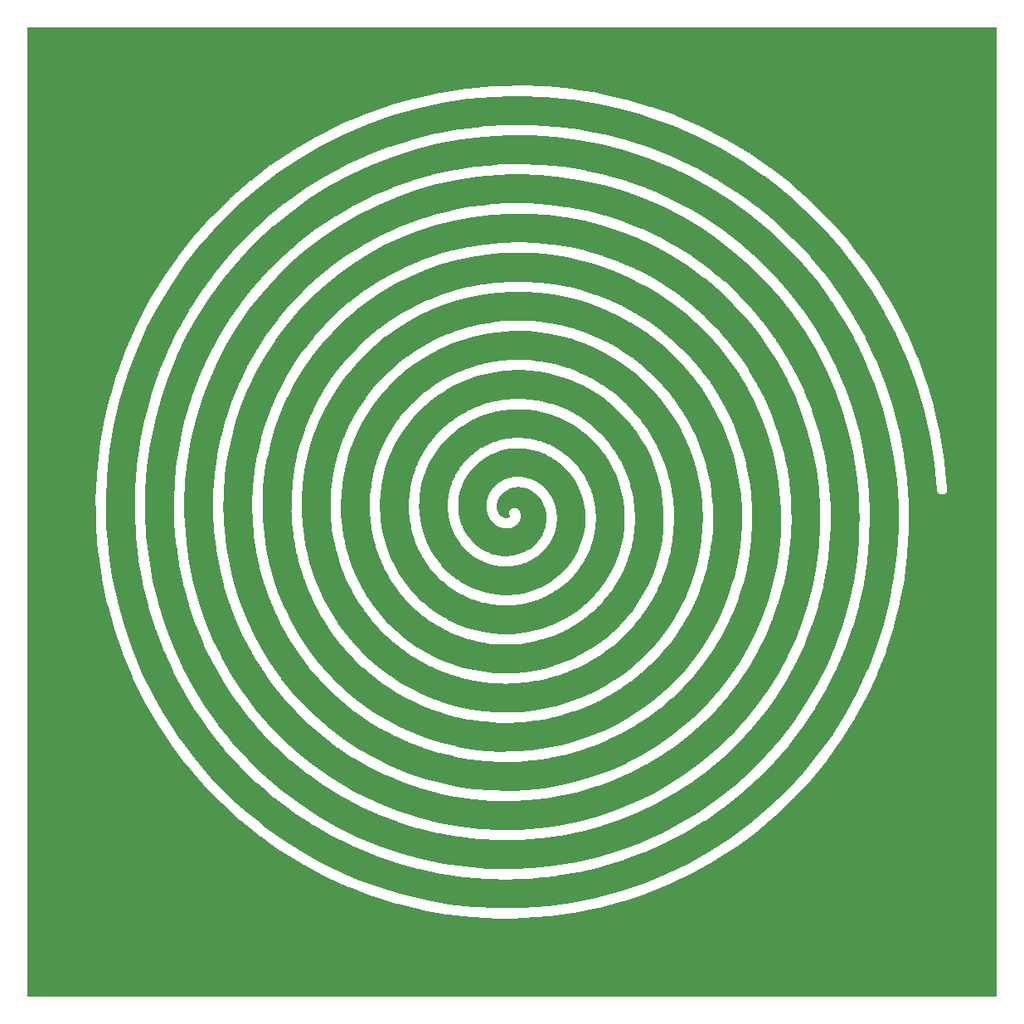
<source format=gbl>
G04 #@! TF.GenerationSoftware,KiCad,Pcbnew,9.0.2-9.0.2-0~ubuntu24.04.1*
G04 #@! TF.CreationDate,2025-06-27T06:42:29-07:00*
G04 #@! TF.ProjectId,2025-flex-spiral-two,32303235-2d66-46c6-9578-2d7370697261,Jul2025*
G04 #@! TF.SameCoordinates,Original*
G04 #@! TF.FileFunction,Copper,L2,Bot*
G04 #@! TF.FilePolarity,Positive*
%FSLAX46Y46*%
G04 Gerber Fmt 4.6, Leading zero omitted, Abs format (unit mm)*
G04 Created by KiCad (PCBNEW 9.0.2-9.0.2-0~ubuntu24.04.1) date 2025-06-27 06:42:29*
%MOMM*%
%LPD*%
G01*
G04 APERTURE LIST*
G04 #@! TA.AperFunction,ViaPad*
%ADD10C,0.600000*%
G04 #@! TD*
G04 APERTURE END LIST*
D10*
G04 #@! TO.N,/C*
X68000000Y-101912500D03*
X101956250Y-107000000D03*
X108750000Y-106050000D03*
X126000000Y-98087500D03*
X101912500Y-130900000D03*
X84000000Y-101912500D03*
X130000000Y-98087500D03*
X98087500Y-63000000D03*
X90393328Y-112393328D03*
X101912500Y-122900000D03*
X101912500Y-115000000D03*
X92000000Y-101912500D03*
X99200000Y-99500000D03*
X106000000Y-98100000D03*
X119513344Y-77713344D03*
X118000000Y-98087500D03*
X95886656Y-106686656D03*
X101912500Y-127100000D03*
X113813344Y-83413344D03*
X98087500Y-83000000D03*
X72000000Y-101912500D03*
X122950000Y-120250000D03*
X98087500Y-71000000D03*
X72850000Y-75550000D03*
X81993328Y-120793328D03*
X98087500Y-66900000D03*
X125213344Y-72013344D03*
X75650000Y-78350000D03*
X64100000Y-101912500D03*
X96975000Y-101575000D03*
X98100000Y-91000000D03*
X98100000Y-95200000D03*
X110000000Y-98100000D03*
X87050000Y-89750000D03*
X89850000Y-92550000D03*
X127913344Y-69313344D03*
X98087500Y-79000000D03*
X114000000Y-98087500D03*
X101912500Y-111000000D03*
X128550000Y-125850000D03*
X73493328Y-129293328D03*
X98087500Y-59000000D03*
X101912500Y-139000000D03*
X60000000Y-101912500D03*
X111013344Y-86213344D03*
X81350000Y-84050000D03*
X120150000Y-117450000D03*
X76293328Y-126493328D03*
X79093328Y-123693328D03*
X125750000Y-123050000D03*
X108213344Y-89013344D03*
X101912500Y-134900000D03*
X105306672Y-92106672D03*
X138000000Y-98087500D03*
X101912500Y-119000000D03*
X78550000Y-81250000D03*
X101575000Y-102025000D03*
X98100000Y-87000000D03*
X122313344Y-74913344D03*
X84793328Y-117993328D03*
X122000000Y-98087500D03*
X93193328Y-109593328D03*
X98087500Y-75000000D03*
X116613344Y-80613344D03*
X92650000Y-95350000D03*
X87693328Y-115093328D03*
X95000000Y-146000000D03*
X134100000Y-98087500D03*
X69950000Y-72650000D03*
X114450000Y-111750000D03*
X76000000Y-101912500D03*
X88000000Y-101912500D03*
X111750000Y-109050000D03*
X84150000Y-86850000D03*
X80000000Y-101912500D03*
X117250000Y-114550000D03*
G04 #@! TD*
G04 #@! TA.AperFunction,Conductor*
G04 #@! TO.N,/C*
G36*
X149442539Y-50520185D02*
G01*
X149488294Y-50572989D01*
X149499500Y-50624500D01*
X149499500Y-149375500D01*
X149479815Y-149442539D01*
X149427011Y-149488294D01*
X149375500Y-149499500D01*
X50624500Y-149499500D01*
X50557461Y-149479815D01*
X50511706Y-149427011D01*
X50500500Y-149375500D01*
X50500500Y-98902453D01*
X57468440Y-98902453D01*
X57468643Y-98903648D01*
X57469024Y-98910816D01*
X57468820Y-98911674D01*
X57469529Y-98921734D01*
X57470087Y-98925770D01*
X57470043Y-98926807D01*
X57470536Y-98929024D01*
X57471232Y-98934054D01*
X57470829Y-98936751D01*
X57471574Y-98943522D01*
X57472928Y-98953815D01*
X57473962Y-98967523D01*
X57490646Y-99806666D01*
X57492600Y-99904943D01*
X57492600Y-99965901D01*
X57493908Y-99970784D01*
X57494009Y-99975836D01*
X57494009Y-99975839D01*
X57494010Y-99975845D01*
X57495229Y-99983863D01*
X57494461Y-99983979D01*
X57494538Y-99985013D01*
X57497265Y-99990845D01*
X57496298Y-100008789D01*
X57497583Y-100026138D01*
X57496523Y-100034013D01*
X57496500Y-100034099D01*
X57496500Y-100034184D01*
X57495930Y-100038419D01*
X57495905Y-100038473D01*
X57495753Y-100039725D01*
X57495735Y-100040061D01*
X57495292Y-100044023D01*
X57496386Y-100099205D01*
X57496500Y-100104942D01*
X57496500Y-100165883D01*
X57497801Y-100170743D01*
X57498055Y-100183562D01*
X57498056Y-100183564D01*
X57523299Y-101457475D01*
X57521333Y-101482060D01*
X57520775Y-101485134D01*
X57520661Y-101487487D01*
X57520660Y-101487486D01*
X57520514Y-101490501D01*
X57520511Y-101490590D01*
X57520489Y-101491038D01*
X57520501Y-101491499D01*
X57520191Y-101501405D01*
X57520181Y-101507187D01*
X57523367Y-101531709D01*
X57524328Y-101543455D01*
X57524400Y-101545568D01*
X57524400Y-101573962D01*
X57525508Y-101578097D01*
X57525676Y-101583027D01*
X57525804Y-101583869D01*
X57526725Y-101587050D01*
X57531190Y-101611310D01*
X57735840Y-104090778D01*
X57736253Y-104102251D01*
X57736207Y-104106705D01*
X57736127Y-104107197D01*
X57736195Y-104107878D01*
X57736125Y-104114714D01*
X57736095Y-104114811D01*
X57736077Y-104124971D01*
X57736045Y-104125509D01*
X57736049Y-104125785D01*
X57736060Y-104127051D01*
X57736063Y-104128079D01*
X57736139Y-104132291D01*
X57736147Y-104132764D01*
X57736158Y-104133561D01*
X57742691Y-104177119D01*
X57743643Y-104185309D01*
X57747315Y-104229800D01*
X57747817Y-104232115D01*
X57748471Y-104235135D01*
X57748473Y-104235144D01*
X57748564Y-104235565D01*
X57748696Y-104236011D01*
X57750554Y-104243927D01*
X57751696Y-104247645D01*
X57753220Y-104254022D01*
X57753254Y-104254282D01*
X57753321Y-104254445D01*
X57753908Y-104256900D01*
X57753879Y-104257462D01*
X57756007Y-104267828D01*
X58113090Y-106716000D01*
X58113457Y-106720492D01*
X58114869Y-106729909D01*
X58116056Y-106755018D01*
X58115955Y-106756866D01*
X58115956Y-106756874D01*
X58118069Y-106766919D01*
X58120669Y-106788762D01*
X58120973Y-106799019D01*
X58120975Y-106799029D01*
X58125495Y-106814096D01*
X58129080Y-106829599D01*
X58129421Y-106831677D01*
X58131554Y-106848092D01*
X58132497Y-106850381D01*
X58133024Y-106853581D01*
X58133242Y-106854205D01*
X58133486Y-106855055D01*
X58133624Y-106855540D01*
X58133796Y-106856151D01*
X58134637Y-106858081D01*
X58142290Y-106882056D01*
X58655772Y-109322892D01*
X58657167Y-109330780D01*
X58658356Y-109339054D01*
X58658452Y-109350765D01*
X58661754Y-109362704D01*
X58662879Y-109370527D01*
X58662630Y-109372254D01*
X58663800Y-109378989D01*
X58664134Y-109383489D01*
X58664134Y-109383494D01*
X58671501Y-109404605D01*
X58675461Y-109418516D01*
X58675759Y-109419857D01*
X58680242Y-109442269D01*
X58681161Y-109444129D01*
X58681703Y-109446564D01*
X58681800Y-109446850D01*
X58683322Y-109449851D01*
X58692228Y-109472846D01*
X59357064Y-111875799D01*
X59360885Y-111896004D01*
X59361101Y-111898082D01*
X59361494Y-111903630D01*
X59361760Y-111904403D01*
X59361955Y-111906268D01*
X59362195Y-111907381D01*
X59375815Y-111945517D01*
X59378814Y-111955129D01*
X59389372Y-111994533D01*
X59389708Y-111995785D01*
X59389830Y-111996081D01*
X59390830Y-111997841D01*
X59390893Y-111998068D01*
X59392829Y-112001360D01*
X59393290Y-112002171D01*
X59393486Y-112003005D01*
X59402684Y-112022954D01*
X60212409Y-114368628D01*
X60213864Y-114372843D01*
X60217490Y-114388646D01*
X60217522Y-114388639D01*
X60220071Y-114398643D01*
X60220075Y-114398658D01*
X60220730Y-114401230D01*
X60221046Y-114402472D01*
X60221223Y-114403002D01*
X60221770Y-114405027D01*
X60223242Y-114408558D01*
X60230264Y-114431391D01*
X60231368Y-114436787D01*
X60231372Y-114436797D01*
X60233043Y-114440140D01*
X60236335Y-114447282D01*
X60239682Y-114455196D01*
X60242708Y-114466486D01*
X60249251Y-114477821D01*
X60252238Y-114484881D01*
X60252429Y-114486547D01*
X60255243Y-114492714D01*
X60256896Y-114497501D01*
X60256897Y-114497503D01*
X60256915Y-114497538D01*
X60266140Y-114513700D01*
X60267817Y-114517232D01*
X60269069Y-114520361D01*
X60269710Y-114521218D01*
X60272402Y-114526887D01*
X60272512Y-114527578D01*
X60274845Y-114532369D01*
X60472245Y-115005992D01*
X61223419Y-116808288D01*
X61226031Y-116815802D01*
X61227809Y-116819952D01*
X61235464Y-116844676D01*
X61235647Y-116845601D01*
X61235650Y-116845611D01*
X61237038Y-116848430D01*
X61242717Y-116861928D01*
X61244316Y-116866461D01*
X61246708Y-116875386D01*
X61247264Y-116876349D01*
X61247408Y-116876886D01*
X61248916Y-116879498D01*
X61248918Y-116879503D01*
X61259963Y-116898634D01*
X61267030Y-116912924D01*
X61276467Y-116935565D01*
X61279373Y-116940574D01*
X61279882Y-116941451D01*
X61280036Y-116941678D01*
X61280509Y-116942474D01*
X61293415Y-116962969D01*
X62383595Y-119177791D01*
X62384929Y-119180590D01*
X62387925Y-119187081D01*
X62388071Y-119187795D01*
X62390453Y-119192559D01*
X62391275Y-119194340D01*
X62391506Y-119195907D01*
X62398577Y-119214638D01*
X62398903Y-119215875D01*
X62398905Y-119215880D01*
X62406587Y-119229299D01*
X62415073Y-119247355D01*
X62420502Y-119261831D01*
X62420503Y-119261832D01*
X62428928Y-119273619D01*
X62438253Y-119288884D01*
X62438785Y-119289916D01*
X62445250Y-119303050D01*
X62446003Y-119303911D01*
X62446615Y-119305096D01*
X62446961Y-119305615D01*
X62447836Y-119306602D01*
X62462669Y-119327262D01*
X63695602Y-121480917D01*
X63697543Y-121484439D01*
X63702400Y-121493599D01*
X63706683Y-121506493D01*
X63719767Y-121526356D01*
X63722528Y-121531563D01*
X63722742Y-121532608D01*
X63725533Y-121537625D01*
X63733420Y-121554690D01*
X63734550Y-121556477D01*
X63734759Y-121556746D01*
X63740699Y-121564950D01*
X63742707Y-121568966D01*
X63747608Y-121574493D01*
X63751203Y-121579458D01*
X63751989Y-121581674D01*
X63758381Y-121590577D01*
X63758477Y-121590745D01*
X63758478Y-121590746D01*
X63760751Y-121593036D01*
X63776301Y-121612183D01*
X65141053Y-123684051D01*
X65150671Y-123701583D01*
X65151630Y-123703726D01*
X65153731Y-123708936D01*
X65154304Y-123709698D01*
X65154862Y-123710943D01*
X65154970Y-123711131D01*
X65155524Y-123712113D01*
X65159403Y-123717155D01*
X65172020Y-123737293D01*
X65175107Y-123743466D01*
X65176452Y-123744983D01*
X65181871Y-123751535D01*
X65186912Y-123758076D01*
X65191900Y-123766714D01*
X65199185Y-123773999D01*
X65204064Y-123780329D01*
X65204760Y-123782119D01*
X65209400Y-123787810D01*
X65209505Y-123787969D01*
X65210677Y-123789748D01*
X65213022Y-123791832D01*
X65229744Y-123809976D01*
X66713036Y-125781625D01*
X66715556Y-125785098D01*
X66719238Y-125790361D01*
X66719517Y-125791033D01*
X66721617Y-125793763D01*
X66723232Y-125796072D01*
X66723889Y-125798023D01*
X66733504Y-125813681D01*
X66733996Y-125814711D01*
X66735515Y-125817047D01*
X66735721Y-125817407D01*
X66735839Y-125817581D01*
X66737075Y-125819445D01*
X66737188Y-125819619D01*
X66737449Y-125819961D01*
X66739008Y-125822267D01*
X66752858Y-125837887D01*
X66763555Y-125851828D01*
X66774929Y-125869055D01*
X66774933Y-125869059D01*
X66777265Y-125871127D01*
X66789883Y-125884077D01*
X66792050Y-125886653D01*
X66795957Y-125891846D01*
X66797308Y-125892903D01*
X66799198Y-125895150D01*
X66800540Y-125896518D01*
X66801029Y-125896950D01*
X66803659Y-125899574D01*
X66818967Y-125914072D01*
X67408358Y-126603283D01*
X68425736Y-127792966D01*
X68436997Y-127808399D01*
X68438469Y-127810783D01*
X68441208Y-127815700D01*
X68442029Y-127816547D01*
X68444106Y-127819910D01*
X68444797Y-127820810D01*
X68444798Y-127820811D01*
X68444800Y-127820814D01*
X68445900Y-127821914D01*
X68452674Y-127828688D01*
X68466944Y-127845786D01*
X68472398Y-127853664D01*
X68483920Y-127863437D01*
X68489310Y-127868287D01*
X68493864Y-127872632D01*
X68507746Y-127888865D01*
X68518906Y-127896525D01*
X68526118Y-127903406D01*
X68526687Y-127904392D01*
X68529542Y-127906803D01*
X70242152Y-129673077D01*
X70251498Y-129683900D01*
X70252197Y-129684811D01*
X70252584Y-129685198D01*
X70264170Y-129698569D01*
X70266845Y-129702142D01*
X70268313Y-129704429D01*
X70269076Y-129705123D01*
X70271780Y-129708735D01*
X70273108Y-129710253D01*
X70275105Y-129712008D01*
X70292111Y-129730304D01*
X70293709Y-129732415D01*
X70293714Y-129732420D01*
X70311180Y-129746005D01*
X70321364Y-129754855D01*
X70322728Y-129756178D01*
X70339245Y-129773212D01*
X70341995Y-129774856D01*
X70345555Y-129778308D01*
X70346582Y-129779096D01*
X70346586Y-129779100D01*
X70346590Y-129779102D01*
X70351664Y-129782996D01*
X70366821Y-129794069D01*
X72161182Y-131426898D01*
X72189577Y-131452737D01*
X72195064Y-131458048D01*
X72201019Y-131464179D01*
X72207925Y-131473585D01*
X72218013Y-131481672D01*
X72223380Y-131487197D01*
X72224163Y-131488683D01*
X72229000Y-131493387D01*
X72232235Y-131497201D01*
X72237580Y-131500901D01*
X72239463Y-131502205D01*
X72255926Y-131515844D01*
X72256206Y-131516120D01*
X72263886Y-131523800D01*
X72264154Y-131523954D01*
X72264750Y-131524542D01*
X72271312Y-131529577D01*
X72276353Y-131533259D01*
X72276406Y-131533184D01*
X72283077Y-131537820D01*
X72283078Y-131537820D01*
X72283082Y-131537824D01*
X72286028Y-131539344D01*
X72306710Y-131552781D01*
X74224844Y-133090554D01*
X74233254Y-133097945D01*
X74239473Y-133103930D01*
X74240286Y-133104965D01*
X74241477Y-133105858D01*
X74246970Y-133111144D01*
X74247422Y-133111936D01*
X74252459Y-133116574D01*
X74252462Y-133116576D01*
X74252463Y-133116577D01*
X74260932Y-133122537D01*
X74277247Y-133136261D01*
X74285786Y-133144800D01*
X74288890Y-133146592D01*
X74298061Y-133152436D01*
X74303862Y-133156501D01*
X74311634Y-133163393D01*
X74318835Y-133166993D01*
X74326337Y-133172251D01*
X74327373Y-133173548D01*
X74331442Y-133176014D01*
X74331445Y-133176016D01*
X74331447Y-133176017D01*
X74334553Y-133177899D01*
X74339364Y-133180343D01*
X74345678Y-133184008D01*
X74346914Y-133184935D01*
X74348084Y-133185404D01*
X74355827Y-133189899D01*
X74357568Y-133191734D01*
X74364942Y-133195736D01*
X75821547Y-134220847D01*
X76362957Y-134601873D01*
X76367858Y-134605793D01*
X76371333Y-134608199D01*
X76371335Y-134608201D01*
X76372912Y-134609293D01*
X76392352Y-134625968D01*
X76393534Y-134627216D01*
X76393540Y-134627220D01*
X76397312Y-134630281D01*
X76402392Y-134634206D01*
X76402986Y-134634800D01*
X76403676Y-134635198D01*
X76404151Y-134635565D01*
X76404286Y-134635700D01*
X76404442Y-134635790D01*
X76436974Y-134654572D01*
X76446341Y-134660556D01*
X76474958Y-134680696D01*
X76474960Y-134680697D01*
X76476134Y-134681523D01*
X76478495Y-134682388D01*
X76480986Y-134684113D01*
X76486687Y-134686153D01*
X76491842Y-134688552D01*
X76493663Y-134690152D01*
X76504419Y-134695311D01*
X78589654Y-135975874D01*
X78600054Y-135984081D01*
X78600537Y-135983452D01*
X78613440Y-135993352D01*
X78613396Y-135993408D01*
X78613929Y-135993667D01*
X78614203Y-135993878D01*
X78614018Y-135994117D01*
X78615861Y-135995480D01*
X78616129Y-135995105D01*
X78622741Y-135999816D01*
X78622743Y-135999818D01*
X78643448Y-136010814D01*
X78657390Y-136019447D01*
X78677466Y-136033797D01*
X78683001Y-136035873D01*
X78696366Y-136041805D01*
X78700444Y-136043911D01*
X78708533Y-136048879D01*
X78712138Y-136049950D01*
X78720378Y-136054206D01*
X78730045Y-136058215D01*
X78729879Y-136058613D01*
X78743644Y-136064029D01*
X79972369Y-136716617D01*
X80898051Y-137208255D01*
X80906587Y-137213234D01*
X80913951Y-137217932D01*
X80915034Y-137218893D01*
X80916983Y-137219867D01*
X80922435Y-137223346D01*
X80924079Y-137225231D01*
X80924206Y-137225028D01*
X80938009Y-137233617D01*
X80937938Y-137233730D01*
X80942201Y-137236251D01*
X80942256Y-137236155D01*
X80949345Y-137240134D01*
X80968392Y-137247752D01*
X80977878Y-137252016D01*
X80981166Y-137253663D01*
X81003214Y-137266392D01*
X81010444Y-137268329D01*
X81019070Y-137272650D01*
X81026596Y-137275459D01*
X81028704Y-137276377D01*
X81032903Y-137277828D01*
X81032905Y-137277829D01*
X81032907Y-137277829D01*
X81040586Y-137280483D01*
X81040479Y-137280791D01*
X81055040Y-137285515D01*
X83279659Y-138294201D01*
X83293408Y-138301509D01*
X83298206Y-138304460D01*
X83300440Y-138306131D01*
X83301821Y-138306683D01*
X83306045Y-138309281D01*
X83309485Y-138311134D01*
X83309492Y-138311139D01*
X83323111Y-138316315D01*
X83341062Y-138324841D01*
X83354308Y-138332489D01*
X83354309Y-138332489D01*
X83354314Y-138332492D01*
X83357312Y-138333295D01*
X83369635Y-138337299D01*
X83375269Y-138339461D01*
X83384005Y-138343829D01*
X83389674Y-138344989D01*
X83399222Y-138348653D01*
X83399224Y-138348655D01*
X83400826Y-138349141D01*
X83400828Y-138349142D01*
X83400830Y-138349142D01*
X83402167Y-138349548D01*
X83417040Y-138353122D01*
X83421324Y-138354484D01*
X83424299Y-138355674D01*
X83425526Y-138355820D01*
X83431600Y-138357751D01*
X83432186Y-138358146D01*
X83438080Y-138360010D01*
X85723810Y-139228745D01*
X85745886Y-139239762D01*
X85747950Y-139241063D01*
X85748534Y-139241431D01*
X85748538Y-139241432D01*
X85749811Y-139242019D01*
X85752653Y-139243007D01*
X85761638Y-139246477D01*
X85766514Y-139249292D01*
X85774394Y-139251403D01*
X85780574Y-139253790D01*
X85782309Y-139255121D01*
X85791355Y-139258554D01*
X85793305Y-139259529D01*
X85796632Y-139260209D01*
X85808577Y-139263281D01*
X85814704Y-139265186D01*
X85823108Y-139268788D01*
X85829032Y-139269641D01*
X85838433Y-139272564D01*
X85839030Y-139272961D01*
X85841966Y-139273656D01*
X85841976Y-139273657D01*
X85841979Y-139273658D01*
X85845253Y-139273991D01*
X85869425Y-139278915D01*
X88204108Y-140002844D01*
X88216201Y-140007295D01*
X88222983Y-140010199D01*
X88225914Y-140011892D01*
X88228638Y-140012622D01*
X88234763Y-140015245D01*
X88238585Y-140016724D01*
X88238588Y-140016726D01*
X88244347Y-140018124D01*
X88266444Y-140025756D01*
X88272823Y-140028658D01*
X88272828Y-140028658D01*
X88275410Y-140029446D01*
X88275411Y-140029447D01*
X88275431Y-140029453D01*
X88276900Y-140029901D01*
X88277038Y-140029922D01*
X88277041Y-140029924D01*
X88297504Y-140033151D01*
X88314892Y-140037196D01*
X88333806Y-140043061D01*
X88333813Y-140043061D01*
X88341820Y-140044434D01*
X88341777Y-140044681D01*
X88344669Y-140045109D01*
X88344699Y-140044880D01*
X88344910Y-140044907D01*
X88347803Y-140045477D01*
X88354803Y-140046398D01*
X88354808Y-140046400D01*
X88354813Y-140046400D01*
X88361322Y-140047257D01*
X88374393Y-140049696D01*
X90743175Y-140624783D01*
X90757550Y-140629213D01*
X90762064Y-140630910D01*
X90769720Y-140634490D01*
X90773255Y-140635117D01*
X90779745Y-140637557D01*
X90782626Y-140638385D01*
X90782633Y-140638388D01*
X90782640Y-140638389D01*
X90784644Y-140638965D01*
X90785394Y-140639226D01*
X90786312Y-140639471D01*
X90788370Y-140640018D01*
X90788376Y-140640021D01*
X90788411Y-140640029D01*
X90790722Y-140640643D01*
X90790728Y-140640646D01*
X90814922Y-140643788D01*
X90831035Y-140646979D01*
X90854624Y-140653299D01*
X90854628Y-140653300D01*
X90854632Y-140653300D01*
X90860554Y-140654079D01*
X90866466Y-140654715D01*
X90866472Y-140654717D01*
X90869288Y-140654650D01*
X90893887Y-140656521D01*
X93293888Y-141082373D01*
X93307033Y-141085453D01*
X93314550Y-141087652D01*
X93314633Y-141087688D01*
X93314715Y-141087700D01*
X93317213Y-141088431D01*
X93317327Y-141088504D01*
X93317392Y-141088527D01*
X93318369Y-141088787D01*
X93320078Y-141089259D01*
X93320384Y-141089323D01*
X93325708Y-141090739D01*
X93325709Y-141090739D01*
X93328703Y-141091535D01*
X93328902Y-141091572D01*
X93332064Y-141092359D01*
X93332077Y-141092364D01*
X93341190Y-141093399D01*
X93362834Y-141097837D01*
X93371795Y-141100526D01*
X93392023Y-141101126D01*
X93404177Y-141102086D01*
X93407107Y-141102463D01*
X93429937Y-141106514D01*
X93435102Y-141106067D01*
X93444066Y-141107221D01*
X93444958Y-141107236D01*
X93444959Y-141107237D01*
X93444959Y-141107236D01*
X93449354Y-141107315D01*
X93452733Y-141107121D01*
X93454679Y-141107117D01*
X93468915Y-141107908D01*
X95888073Y-141382720D01*
X95912182Y-141387929D01*
X95915293Y-141388933D01*
X95915588Y-141389029D01*
X95916840Y-141389258D01*
X95939540Y-141392832D01*
X95940805Y-141392999D01*
X95940808Y-141393000D01*
X95959899Y-141393000D01*
X95972853Y-141393679D01*
X95975586Y-141393966D01*
X95996059Y-141397037D01*
X96000272Y-141396558D01*
X96005609Y-141397119D01*
X96007157Y-141397118D01*
X96007163Y-141397119D01*
X96007168Y-141397118D01*
X96007672Y-141397118D01*
X96010778Y-141397115D01*
X96010816Y-141397115D01*
X96012937Y-141397113D01*
X96013883Y-141397042D01*
X96014105Y-141397037D01*
X96014119Y-141397039D01*
X96016943Y-141396616D01*
X96041582Y-141395407D01*
X98477018Y-141518712D01*
X98491456Y-141520295D01*
X98497209Y-141521269D01*
X98502548Y-141522700D01*
X98503745Y-141522700D01*
X98504118Y-141522800D01*
X98506247Y-141522800D01*
X98508958Y-141523259D01*
X98510106Y-141523552D01*
X98510648Y-141523545D01*
X98512069Y-141523786D01*
X98518179Y-141524517D01*
X98518137Y-141524860D01*
X98520900Y-141525136D01*
X98520926Y-141524823D01*
X98529021Y-141525476D01*
X98529027Y-141525478D01*
X98529834Y-141525437D01*
X98555521Y-141526814D01*
X98556315Y-141526941D01*
X98573863Y-141525102D01*
X98582519Y-141524501D01*
X98587779Y-141524320D01*
X98608940Y-141525392D01*
X98618928Y-141523250D01*
X98629914Y-141522873D01*
X98630956Y-141523140D01*
X98634171Y-141522800D01*
X98636775Y-141522800D01*
X98649554Y-141521884D01*
X99902283Y-141506909D01*
X99902284Y-141506909D01*
X99903037Y-141506900D01*
X99965901Y-141506900D01*
X99968834Y-141506113D01*
X99971783Y-141506078D01*
X99971879Y-141506077D01*
X99971998Y-141506043D01*
X99972194Y-141505989D01*
X99972751Y-141505962D01*
X99972936Y-141505925D01*
X99979937Y-141504919D01*
X99980038Y-141505621D01*
X99984548Y-141505410D01*
X99992687Y-141502057D01*
X100016436Y-141503918D01*
X100027956Y-141503380D01*
X100032927Y-141504286D01*
X100034099Y-141504600D01*
X100034650Y-141504600D01*
X100036263Y-141504894D01*
X100036329Y-141504902D01*
X100037802Y-141505087D01*
X100039815Y-141505352D01*
X100078254Y-141504894D01*
X100102175Y-141504608D01*
X100103652Y-141504600D01*
X100166770Y-141504600D01*
X100179528Y-141503687D01*
X101077836Y-141492983D01*
X101092993Y-141493732D01*
X101097717Y-141494256D01*
X101105395Y-141495713D01*
X101108641Y-141495470D01*
X101114973Y-141496174D01*
X101125606Y-141496507D01*
X101131447Y-141496516D01*
X101131455Y-141496518D01*
X101149983Y-141494111D01*
X101155981Y-141493333D01*
X101169192Y-141492331D01*
X101170585Y-141492300D01*
X101198232Y-141492300D01*
X101200735Y-141491629D01*
X101203843Y-141491560D01*
X101203946Y-141491546D01*
X101204184Y-141491479D01*
X101204190Y-141491479D01*
X101207433Y-141490568D01*
X101231730Y-141486295D01*
X103660331Y-141305266D01*
X103679023Y-141305286D01*
X103682474Y-141305550D01*
X103685975Y-141306018D01*
X103686936Y-141305893D01*
X103688669Y-141306026D01*
X103688692Y-141306026D01*
X103689657Y-141306024D01*
X103691498Y-141306027D01*
X103691728Y-141306040D01*
X103691733Y-141306040D01*
X103693725Y-141306004D01*
X103695232Y-141305986D01*
X103697262Y-141305973D01*
X103697505Y-141305936D01*
X103697511Y-141305937D01*
X103730889Y-141300929D01*
X103743078Y-141299714D01*
X103777674Y-141297985D01*
X103777676Y-141297984D01*
X103783714Y-141296879D01*
X103789772Y-141295617D01*
X103789784Y-141295617D01*
X103791637Y-141294969D01*
X103812927Y-141289586D01*
X103814737Y-141289295D01*
X103818202Y-141288846D01*
X103818620Y-141288673D01*
X103825407Y-141287585D01*
X103825837Y-141287639D01*
X103828112Y-141287182D01*
X105134072Y-141107237D01*
X106217467Y-140957958D01*
X106230627Y-140956936D01*
X106232669Y-140956636D01*
X106232671Y-140956637D01*
X106232770Y-140956622D01*
X106233008Y-140956655D01*
X106256847Y-140955623D01*
X106258171Y-140955531D01*
X106258180Y-140955532D01*
X106303831Y-140946302D01*
X106311439Y-140945010D01*
X106313741Y-140944693D01*
X106314507Y-140944591D01*
X106353362Y-140939546D01*
X106353365Y-140939544D01*
X106353378Y-140939543D01*
X106353923Y-140939396D01*
X106355364Y-140939012D01*
X106358722Y-140938315D01*
X106362991Y-140937088D01*
X106362997Y-140937088D01*
X106363001Y-140937085D01*
X106364276Y-140936720D01*
X106387647Y-140929358D01*
X108767489Y-140448246D01*
X108782539Y-140446155D01*
X108787281Y-140445790D01*
X108795518Y-140445789D01*
X108798827Y-140444901D01*
X108806228Y-140444332D01*
X108808727Y-140443926D01*
X108808734Y-140443926D01*
X108823808Y-140439403D01*
X108843466Y-140435207D01*
X108859342Y-140433146D01*
X108864855Y-140430873D01*
X108872413Y-140428042D01*
X108879830Y-140425536D01*
X108891791Y-140423119D01*
X108901970Y-140418058D01*
X108909939Y-140415367D01*
X108911635Y-140415298D01*
X108917499Y-140413080D01*
X111265940Y-139783384D01*
X111290280Y-139779399D01*
X111293607Y-139779191D01*
X111301203Y-139776635D01*
X111323051Y-139771432D01*
X111331692Y-139770188D01*
X111351171Y-139761838D01*
X111367855Y-139756057D01*
X111388366Y-139750559D01*
X111388389Y-139750545D01*
X111389649Y-139750207D01*
X111389683Y-139750193D01*
X111389683Y-139750192D01*
X111389686Y-139750192D01*
X111392721Y-139748439D01*
X111415188Y-139738296D01*
X113713033Y-138965408D01*
X113731677Y-138960711D01*
X113734752Y-138960185D01*
X113738202Y-138959774D01*
X113738979Y-138959462D01*
X113740482Y-138959206D01*
X113742319Y-138958726D01*
X113742943Y-138958564D01*
X113742954Y-138958559D01*
X113742958Y-138958559D01*
X113748847Y-138956158D01*
X113770786Y-138949506D01*
X113778495Y-138947929D01*
X113778503Y-138947924D01*
X113778766Y-138947834D01*
X113779641Y-138947400D01*
X113779995Y-138947329D01*
X113799800Y-138937425D01*
X113799871Y-138937391D01*
X113800028Y-138937363D01*
X113815335Y-138930998D01*
X113835615Y-138924178D01*
X113837692Y-138922798D01*
X113857816Y-138911959D01*
X113859027Y-138911444D01*
X113862061Y-138910231D01*
X113862294Y-138910056D01*
X113868897Y-138907251D01*
X113869203Y-138907215D01*
X113870584Y-138906549D01*
X116096805Y-137999339D01*
X116110051Y-137994796D01*
X116110790Y-137994588D01*
X116110792Y-137994588D01*
X116110793Y-137994587D01*
X116112656Y-137994064D01*
X116128555Y-137988714D01*
X116131923Y-137987874D01*
X116133829Y-137987513D01*
X116134312Y-137987279D01*
X116137800Y-137986411D01*
X116139187Y-137985931D01*
X116139188Y-137985930D01*
X116139195Y-137985929D01*
X116142960Y-137984046D01*
X116166331Y-137975176D01*
X116168886Y-137974492D01*
X116188188Y-137963346D01*
X116197918Y-137958289D01*
X116200612Y-137957036D01*
X116224198Y-137947426D01*
X116228566Y-137944113D01*
X116233321Y-137942076D01*
X116234080Y-137941478D01*
X116235215Y-137940951D01*
X116240322Y-137937921D01*
X116240384Y-137938026D01*
X116253909Y-137929580D01*
X118430758Y-136879379D01*
X118449727Y-136872079D01*
X118451784Y-136871475D01*
X118457163Y-136870101D01*
X118457920Y-136869675D01*
X118460143Y-136869023D01*
X118461178Y-136868593D01*
X118461186Y-136868592D01*
X118461192Y-136868588D01*
X118461852Y-136868315D01*
X118462583Y-136867892D01*
X118462586Y-136867892D01*
X118480896Y-136857319D01*
X118496833Y-136849581D01*
X118516461Y-136841731D01*
X118520804Y-136838481D01*
X118527389Y-136833882D01*
X118534029Y-136829557D01*
X118544823Y-136824351D01*
X118553463Y-136816903D01*
X118560441Y-136812360D01*
X118562091Y-136811864D01*
X118567348Y-136808177D01*
X120667062Y-135628166D01*
X120678269Y-135622720D01*
X120679182Y-135622192D01*
X120679186Y-135622192D01*
X120680507Y-135621428D01*
X120702466Y-135611669D01*
X120703981Y-135610948D01*
X120703993Y-135610945D01*
X120716283Y-135602988D01*
X120733911Y-135593499D01*
X120747407Y-135587587D01*
X120747412Y-135587582D01*
X120748293Y-135587050D01*
X120768657Y-135573948D01*
X120768726Y-135573912D01*
X120768966Y-135573793D01*
X120768970Y-135573788D01*
X120769822Y-135573357D01*
X120770061Y-135573195D01*
X120770066Y-135573193D01*
X120770069Y-135573189D01*
X120771355Y-135572322D01*
X120783148Y-135563282D01*
X120786801Y-135560874D01*
X120788648Y-135559837D01*
X120789211Y-135559286D01*
X120790710Y-135558299D01*
X120791638Y-135557596D01*
X120793450Y-135556238D01*
X120794195Y-135555636D01*
X120794327Y-135555522D01*
X120794514Y-135555378D01*
X120813352Y-135540141D01*
X122840709Y-134227585D01*
X122860752Y-134217070D01*
X122861652Y-134216698D01*
X122865624Y-134215134D01*
X122865856Y-134214961D01*
X122866666Y-134214627D01*
X122867183Y-134214336D01*
X122867186Y-134214335D01*
X122889329Y-134197727D01*
X122901371Y-134189747D01*
X122901419Y-134189718D01*
X122926914Y-134175000D01*
X122927185Y-134174727D01*
X122928046Y-134174227D01*
X122928209Y-134174101D01*
X122928214Y-134174099D01*
X122928217Y-134174095D01*
X122929648Y-134172998D01*
X122942042Y-134162976D01*
X122946914Y-134158827D01*
X122946914Y-134158826D01*
X122946917Y-134158825D01*
X122949051Y-134156461D01*
X122967330Y-134139880D01*
X124910057Y-132702452D01*
X124915104Y-132698910D01*
X124922816Y-132693779D01*
X124933956Y-132688566D01*
X124946406Y-132678087D01*
X124952219Y-132674221D01*
X124953605Y-132673790D01*
X124958897Y-132670078D01*
X124968214Y-132664700D01*
X124968219Y-132664694D01*
X124968560Y-132664433D01*
X124969150Y-132663850D01*
X124969414Y-132663699D01*
X124977162Y-132655950D01*
X124977343Y-132655772D01*
X124977671Y-132655595D01*
X124993835Y-132642105D01*
X125001065Y-132637101D01*
X125001068Y-132637096D01*
X125003103Y-132635252D01*
X125008235Y-132629810D01*
X125011563Y-132627349D01*
X125016967Y-132620554D01*
X125020541Y-132616766D01*
X125022485Y-132615629D01*
X125030893Y-132606984D01*
X126877474Y-131052951D01*
X126897831Y-131039027D01*
X126900905Y-131037347D01*
X126900910Y-131037341D01*
X126903108Y-131035735D01*
X126908411Y-131031704D01*
X126909114Y-131031299D01*
X126909646Y-131030766D01*
X126910094Y-131030425D01*
X126910314Y-131030299D01*
X126937978Y-131002633D01*
X126946255Y-130995075D01*
X126973932Y-130972012D01*
X126973934Y-130972008D01*
X126974050Y-130971883D01*
X126974412Y-130971371D01*
X126974486Y-130971310D01*
X126976450Y-130968494D01*
X126976656Y-130968205D01*
X126976999Y-130967933D01*
X126992217Y-130950191D01*
X128727258Y-129294131D01*
X128737387Y-129285456D01*
X128742410Y-129281601D01*
X128742414Y-129281600D01*
X128742416Y-129281597D01*
X128748872Y-129276645D01*
X128748935Y-129276727D01*
X128752885Y-129273570D01*
X128752708Y-129273357D01*
X128758948Y-129268166D01*
X128758959Y-129268160D01*
X128769127Y-129257162D01*
X128781327Y-129245639D01*
X128782425Y-129244733D01*
X128796465Y-129233714D01*
X128797537Y-129232283D01*
X128799208Y-129230907D01*
X128799627Y-129230479D01*
X128799711Y-129230364D01*
X128799713Y-129230363D01*
X128806592Y-129221011D01*
X128820858Y-129204792D01*
X128828336Y-129197656D01*
X128828341Y-129197646D01*
X128830835Y-129194549D01*
X128834825Y-129189188D01*
X128835600Y-129188414D01*
X128836700Y-129187314D01*
X128838355Y-129184445D01*
X128842665Y-129178657D01*
X128844803Y-129177046D01*
X128851082Y-129168522D01*
X130480352Y-127406365D01*
X130498816Y-127390011D01*
X130501293Y-127388224D01*
X130501296Y-127388219D01*
X130506489Y-127383321D01*
X130510328Y-127379491D01*
X130510333Y-127379488D01*
X130514591Y-127373952D01*
X130530603Y-127356781D01*
X130536268Y-127351759D01*
X130537347Y-127350123D01*
X130544332Y-127340570D01*
X130548474Y-127335438D01*
X130554399Y-127329514D01*
X130557269Y-127324542D01*
X130563336Y-127317026D01*
X130564053Y-127316528D01*
X130566123Y-127313601D01*
X130567699Y-127310606D01*
X130581306Y-127290019D01*
X130581526Y-127289749D01*
X132101321Y-125424438D01*
X132104406Y-125420799D01*
X132111004Y-125413311D01*
X132121151Y-125404975D01*
X132133250Y-125388068D01*
X132137398Y-125383362D01*
X132138512Y-125382658D01*
X132142744Y-125377668D01*
X132152999Y-125367414D01*
X132154011Y-125365661D01*
X132161093Y-125354756D01*
X132164634Y-125349882D01*
X132169793Y-125344066D01*
X132171845Y-125339959D01*
X132177869Y-125331671D01*
X132178036Y-125331542D01*
X132180280Y-125327906D01*
X132180287Y-125327894D01*
X132181233Y-125326360D01*
X132181235Y-125326358D01*
X132182577Y-125323366D01*
X132194870Y-125301971D01*
X133594062Y-123346985D01*
X133602062Y-123336951D01*
X133605993Y-123332511D01*
X133612479Y-123326467D01*
X133615190Y-123322128D01*
X133622041Y-123314394D01*
X133622220Y-123314281D01*
X133623493Y-123312620D01*
X133623500Y-123312614D01*
X133624163Y-123311464D01*
X133638783Y-123291181D01*
X133640393Y-123289366D01*
X133643480Y-123283191D01*
X133650277Y-123271292D01*
X133653011Y-123267065D01*
X133659883Y-123258133D01*
X133661842Y-123253417D01*
X133666668Y-123245960D01*
X133667547Y-123244314D01*
X133667547Y-123244312D01*
X133667550Y-123244309D01*
X133668787Y-123241014D01*
X133679714Y-123218905D01*
X134946926Y-121191669D01*
X134954043Y-121181464D01*
X134958840Y-121175272D01*
X134960699Y-121173414D01*
X134961922Y-121171293D01*
X134967062Y-121164661D01*
X134973547Y-121155712D01*
X134982150Y-121143201D01*
X134983590Y-121140992D01*
X134993587Y-121120126D01*
X134998632Y-121110668D01*
X135000204Y-121108004D01*
X135014679Y-121086083D01*
X135016663Y-121080125D01*
X135016875Y-121079767D01*
X135019532Y-121075519D01*
X135019691Y-121074997D01*
X135020033Y-121074419D01*
X135022910Y-121068111D01*
X135023019Y-121068160D01*
X135024337Y-121065423D01*
X135024280Y-121065400D01*
X135030507Y-121050369D01*
X135031230Y-121050668D01*
X135036147Y-121038303D01*
X136172000Y-118939858D01*
X136177305Y-118930968D01*
X136181238Y-118924960D01*
X136187888Y-118916993D01*
X136191345Y-118909523D01*
X136196315Y-118901934D01*
X136197660Y-118900788D01*
X136200773Y-118895570D01*
X136200931Y-118895360D01*
X136208778Y-118875740D01*
X136216345Y-118860100D01*
X136216393Y-118860015D01*
X136227092Y-118841486D01*
X136227153Y-118841253D01*
X136227712Y-118840280D01*
X136229478Y-118836021D01*
X136229998Y-118834417D01*
X136232222Y-118828602D01*
X136232223Y-118828601D01*
X136232968Y-118825479D01*
X136241053Y-118802170D01*
X137246447Y-116630868D01*
X137255192Y-116615105D01*
X137257334Y-116611828D01*
X137259331Y-116609160D01*
X137259727Y-116608169D01*
X137260994Y-116606232D01*
X137261650Y-116605039D01*
X137262222Y-116604008D01*
X137262408Y-116603676D01*
X137262432Y-116603615D01*
X137275317Y-116570500D01*
X137279808Y-116560335D01*
X137296429Y-116527095D01*
X137296509Y-116526696D01*
X137296962Y-116525786D01*
X137297026Y-116525600D01*
X137297029Y-116525595D01*
X137297030Y-116525588D01*
X137298795Y-116520491D01*
X137298736Y-116520473D01*
X137301158Y-116512718D01*
X137301159Y-116512710D01*
X137301161Y-116512707D01*
X137301430Y-116511152D01*
X137306837Y-116490624D01*
X137307611Y-116488457D01*
X137308874Y-116485301D01*
X137308940Y-116484736D01*
X137311168Y-116478505D01*
X137311473Y-116478084D01*
X137312374Y-116475274D01*
X138176500Y-114254710D01*
X138187693Y-114232720D01*
X138189446Y-114229988D01*
X138189446Y-114229984D01*
X138190403Y-114227951D01*
X138193828Y-114219045D01*
X138196327Y-114213533D01*
X138198492Y-114209786D01*
X138198758Y-114208789D01*
X138198992Y-114208386D01*
X138206727Y-114179514D01*
X138211367Y-114165564D01*
X138221674Y-114139801D01*
X138221674Y-114139799D01*
X138222393Y-114136977D01*
X138222422Y-114136704D01*
X138222424Y-114136702D01*
X138222773Y-114133518D01*
X138227888Y-114109392D01*
X138952187Y-111837221D01*
X138957109Y-111824316D01*
X138959727Y-111818454D01*
X138962192Y-111814186D01*
X138963028Y-111811062D01*
X138965501Y-111805526D01*
X138965675Y-111805214D01*
X138973789Y-111772755D01*
X138977547Y-111760468D01*
X138988985Y-111729018D01*
X138988986Y-111729006D01*
X138989321Y-111727493D01*
X138989825Y-111723486D01*
X138991293Y-111714546D01*
X138992670Y-111710229D01*
X138992935Y-111704545D01*
X138994104Y-111697434D01*
X138995169Y-111695218D01*
X138996694Y-111685421D01*
X138996697Y-111685407D01*
X138996697Y-111685399D01*
X138996700Y-111685392D01*
X138996700Y-111685384D01*
X138996869Y-111684106D01*
X138999541Y-111670092D01*
X139576947Y-109371539D01*
X139580933Y-109358679D01*
X139583184Y-109352602D01*
X139585658Y-109347599D01*
X139586385Y-109343958D01*
X139587688Y-109340440D01*
X139588162Y-109339450D01*
X139588268Y-109338875D01*
X139588917Y-109337125D01*
X139590683Y-109331702D01*
X139591122Y-109331845D01*
X139591487Y-109330652D01*
X139591042Y-109330525D01*
X139593864Y-109320702D01*
X139593864Y-109320700D01*
X139594880Y-109317161D01*
X139594930Y-109316923D01*
X139595541Y-109314622D01*
X139595546Y-109314612D01*
X139599210Y-109286388D01*
X139601911Y-109272159D01*
X139609272Y-109242863D01*
X139609271Y-109242854D01*
X139609396Y-109241780D01*
X139610287Y-109225965D01*
X139610834Y-109221715D01*
X139611503Y-109218374D01*
X139611423Y-109217146D01*
X139612245Y-109210771D01*
X139612545Y-109210087D01*
X139613310Y-109203994D01*
X140044989Y-106878976D01*
X140049288Y-106864941D01*
X140048842Y-106864813D01*
X140051084Y-106857004D01*
X140051088Y-106856997D01*
X140051089Y-106856988D01*
X140052311Y-106852735D01*
X140053004Y-106849396D01*
X140053082Y-106849103D01*
X140053270Y-106848538D01*
X140054273Y-106844643D01*
X140054534Y-106843647D01*
X140054966Y-106842020D01*
X140055279Y-106839453D01*
X140060414Y-106797222D01*
X140061585Y-106789588D01*
X140070019Y-106744170D01*
X140070019Y-106744168D01*
X140070447Y-106736052D01*
X140070851Y-106736073D01*
X140070882Y-106735080D01*
X140070507Y-106735075D01*
X140070510Y-106734868D01*
X140070702Y-106732527D01*
X140070986Y-106716983D01*
X140071751Y-106716996D01*
X140071797Y-106703633D01*
X140358083Y-104349916D01*
X140362040Y-104330501D01*
X140362711Y-104328174D01*
X140364589Y-104322515D01*
X140364650Y-104321453D01*
X140365070Y-104320001D01*
X140365086Y-104319920D01*
X140365378Y-104318392D01*
X140365384Y-104318266D01*
X140365385Y-104318264D01*
X140367114Y-104283670D01*
X140368329Y-104271479D01*
X140373337Y-104238101D01*
X140373337Y-104238097D01*
X140373440Y-104232344D01*
X140373440Y-104232324D01*
X140373428Y-104232114D01*
X140373427Y-104231539D01*
X140373460Y-104230993D01*
X140373422Y-104226989D01*
X140373416Y-104226043D01*
X140373412Y-104224167D01*
X140372987Y-104221168D01*
X140371971Y-104196509D01*
X140372107Y-104194194D01*
X140510537Y-101831639D01*
X140510844Y-101827565D01*
X140511482Y-101820622D01*
X140511785Y-101819684D01*
X140512042Y-101814535D01*
X140512279Y-101811960D01*
X140512994Y-101810153D01*
X140515860Y-101791686D01*
X140515959Y-101791312D01*
X140515871Y-101769529D01*
X140517033Y-101752106D01*
X140520009Y-101730533D01*
X140519009Y-101722557D01*
X140518089Y-101703806D01*
X140518140Y-101701865D01*
X140518697Y-101692377D01*
X140518429Y-101691078D01*
X140518476Y-101689340D01*
X140518393Y-101688191D01*
X140518213Y-101687353D01*
X140515441Y-101661772D01*
X140515430Y-101659058D01*
X140509200Y-100098954D01*
X140509200Y-100034099D01*
X140508937Y-100033117D01*
X140508933Y-100032101D01*
X140508522Y-100030594D01*
X140508492Y-100028723D01*
X140508225Y-100026695D01*
X140508143Y-100026289D01*
X140507834Y-100024006D01*
X140508413Y-100023927D01*
X140508279Y-100015742D01*
X140504339Y-100004540D01*
X140507546Y-99973997D01*
X140507337Y-99973970D01*
X140507564Y-99972238D01*
X140507518Y-99969389D01*
X140507923Y-99967680D01*
X140508400Y-99965901D01*
X140508400Y-99965669D01*
X140508469Y-99965379D01*
X140508493Y-99965195D01*
X140508560Y-99964683D01*
X140508660Y-99963920D01*
X140508659Y-99963777D01*
X140508400Y-99899278D01*
X140508400Y-99898782D01*
X140508400Y-99828636D01*
X140508099Y-99824189D01*
X140505939Y-99285855D01*
X140507457Y-99266019D01*
X140507828Y-99263669D01*
X140508972Y-99257888D01*
X140508903Y-99256859D01*
X140509132Y-99255412D01*
X140509153Y-99255072D01*
X140509323Y-99252430D01*
X140510014Y-99229029D01*
X140510016Y-99228526D01*
X140510015Y-99228523D01*
X140510016Y-99228522D01*
X140506550Y-99201563D01*
X140505540Y-99186252D01*
X140505511Y-99179039D01*
X140505432Y-99159075D01*
X140504664Y-99156256D01*
X140500581Y-99131918D01*
X140343357Y-96771308D01*
X140343153Y-96758952D01*
X140343419Y-96750953D01*
X140343773Y-96748793D01*
X140343561Y-96746682D01*
X140343810Y-96739227D01*
X140343823Y-96730499D01*
X140343823Y-96730382D01*
X140343828Y-96728306D01*
X140343831Y-96726731D01*
X140343809Y-96726431D01*
X140343736Y-96722406D01*
X140343737Y-96722399D01*
X140337953Y-96683847D01*
X140336857Y-96673700D01*
X140336551Y-96669104D01*
X140334215Y-96634022D01*
X140334214Y-96634018D01*
X140333442Y-96630158D01*
X140332520Y-96626895D01*
X140330840Y-96619470D01*
X140330660Y-96617663D01*
X140330092Y-96616161D01*
X140328187Y-96607738D01*
X140328354Y-96605091D01*
X140326162Y-96596333D01*
X140324058Y-96580109D01*
X140023818Y-94265483D01*
X140022809Y-94251763D01*
X140022648Y-94242788D01*
X140022255Y-94232791D01*
X140022085Y-94232802D01*
X140021592Y-94224683D01*
X140018690Y-94209714D01*
X140016477Y-94189793D01*
X140016026Y-94174556D01*
X140011874Y-94160716D01*
X140008011Y-94143437D01*
X140007832Y-94142240D01*
X140005866Y-94127083D01*
X140005634Y-94126520D01*
X140005553Y-94125890D01*
X140005289Y-94125250D01*
X140005169Y-94124442D01*
X140004792Y-94123018D01*
X140004738Y-94122758D01*
X140004359Y-94121384D01*
X140004153Y-94120607D01*
X140003898Y-94119874D01*
X140000943Y-94109585D01*
X140001072Y-94109547D01*
X139996273Y-94094096D01*
X139546036Y-91771905D01*
X139543826Y-91752048D01*
X139543755Y-91749715D01*
X139543797Y-91744400D01*
X139543567Y-91743516D01*
X139543529Y-91742236D01*
X139543499Y-91741997D01*
X139543327Y-91740609D01*
X139536979Y-91716915D01*
X139533788Y-91700802D01*
X139530646Y-91676608D01*
X139530642Y-91676599D01*
X139530027Y-91674284D01*
X139530027Y-91674281D01*
X139529494Y-91672281D01*
X139529478Y-91672220D01*
X139529225Y-91671270D01*
X139528969Y-91670535D01*
X139526144Y-91660705D01*
X139526276Y-91660666D01*
X139524714Y-91655637D01*
X139524584Y-91655681D01*
X139522008Y-91647972D01*
X139522008Y-91647968D01*
X139522005Y-91647963D01*
X139522004Y-91647958D01*
X139520480Y-91644829D01*
X139511938Y-91621692D01*
X138919384Y-89339425D01*
X138918444Y-89335549D01*
X138917000Y-89329147D01*
X138917000Y-89328508D01*
X138916088Y-89325108D01*
X138915547Y-89322706D01*
X138915667Y-89320824D01*
X138912694Y-89302210D01*
X138912639Y-89301191D01*
X138909073Y-89290306D01*
X138906713Y-89283102D01*
X138902350Y-89265548D01*
X138898946Y-89245789D01*
X138894740Y-89236677D01*
X138888220Y-89219207D01*
X138887744Y-89217565D01*
X138884780Y-89206146D01*
X138884079Y-89204910D01*
X138883281Y-89202155D01*
X138882893Y-89201218D01*
X138882892Y-89201214D01*
X138882376Y-89200320D01*
X138871930Y-89176936D01*
X138136457Y-86932062D01*
X138132531Y-86916900D01*
X138131680Y-86912479D01*
X138130751Y-86904592D01*
X138129611Y-86901731D01*
X138128553Y-86896234D01*
X138127789Y-86893513D01*
X138127788Y-86893512D01*
X138127788Y-86893508D01*
X138126716Y-86891008D01*
X138119207Y-86867020D01*
X138118529Y-86863705D01*
X138117555Y-86861757D01*
X138113813Y-86853537D01*
X138110761Y-86846129D01*
X138108292Y-86836914D01*
X138103658Y-86828889D01*
X138100515Y-86821259D01*
X138100307Y-86819298D01*
X138097326Y-86812623D01*
X138097009Y-86811655D01*
X138095372Y-86809148D01*
X138084006Y-86787248D01*
X138080608Y-86778718D01*
X137209065Y-84590862D01*
X137203919Y-84574865D01*
X137202969Y-84571040D01*
X137201645Y-84563755D01*
X137200622Y-84561593D01*
X137199379Y-84556586D01*
X137198729Y-84554708D01*
X137198729Y-84554705D01*
X137198727Y-84554701D01*
X137198392Y-84553732D01*
X137196342Y-84549632D01*
X137180485Y-84517917D01*
X137176202Y-84508363D01*
X137162181Y-84473165D01*
X137162180Y-84473163D01*
X137161486Y-84471924D01*
X137161162Y-84471468D01*
X137161031Y-84471140D01*
X137158979Y-84468397D01*
X137158117Y-84467184D01*
X137157699Y-84465973D01*
X137147081Y-84448340D01*
X137145779Y-84445587D01*
X136138225Y-82314360D01*
X136129952Y-82291114D01*
X136129167Y-82287937D01*
X136129164Y-82287933D01*
X136129120Y-82287818D01*
X136126519Y-82281436D01*
X136126192Y-82280214D01*
X136125614Y-82279214D01*
X136125568Y-82279103D01*
X136125492Y-82278814D01*
X136110706Y-82253205D01*
X136104126Y-82240063D01*
X136093076Y-82214279D01*
X136092355Y-82213064D01*
X136092232Y-82212899D01*
X136086170Y-82204252D01*
X136084120Y-82199915D01*
X136078406Y-82193178D01*
X136075129Y-82188503D01*
X136074415Y-82186392D01*
X136068088Y-82177218D01*
X136065590Y-82172689D01*
X134934716Y-80122734D01*
X134928731Y-80110291D01*
X134927293Y-80106820D01*
X134927292Y-80106814D01*
X134927288Y-80106807D01*
X134925383Y-80102207D01*
X134921315Y-80092951D01*
X134921186Y-80093012D01*
X134917753Y-80085638D01*
X134914314Y-80080233D01*
X134903802Y-80059718D01*
X134900932Y-80052542D01*
X134900930Y-80052539D01*
X134898070Y-80048716D01*
X134896212Y-80046233D01*
X134890250Y-80037512D01*
X134886970Y-80032247D01*
X134880755Y-80019607D01*
X134875006Y-80013037D01*
X134869692Y-80004505D01*
X134869367Y-80003339D01*
X134867314Y-80000552D01*
X134867311Y-80000547D01*
X134867306Y-80000542D01*
X134865068Y-79997504D01*
X134863784Y-79995539D01*
X134860601Y-79991390D01*
X134860599Y-79991386D01*
X134860594Y-79991381D01*
X134855650Y-79984936D01*
X134855744Y-79984863D01*
X134845567Y-79972174D01*
X134845552Y-79972150D01*
X133584775Y-77990414D01*
X133580546Y-77983245D01*
X133576620Y-77976048D01*
X133572542Y-77965451D01*
X133565742Y-77956108D01*
X133561885Y-77949037D01*
X133561521Y-77947363D01*
X133558181Y-77941675D01*
X133556578Y-77938206D01*
X133555503Y-77936507D01*
X133555430Y-77936413D01*
X133549369Y-77928088D01*
X133547293Y-77923934D01*
X133542002Y-77917967D01*
X133538488Y-77913140D01*
X133537722Y-77911000D01*
X133531353Y-77902165D01*
X133530500Y-77900686D01*
X133530498Y-77900684D01*
X133530497Y-77900682D01*
X133525551Y-77894236D01*
X133525646Y-77894162D01*
X133522228Y-77889901D01*
X133522136Y-77889979D01*
X133516916Y-77883750D01*
X133516915Y-77883749D01*
X133514493Y-77881527D01*
X133498069Y-77863128D01*
X132112755Y-75959747D01*
X132105524Y-75948600D01*
X132102730Y-75943742D01*
X132101412Y-75940890D01*
X132098902Y-75935415D01*
X132095757Y-75931618D01*
X132090499Y-75922475D01*
X132089591Y-75921131D01*
X132088425Y-75919816D01*
X132073813Y-75899542D01*
X132072798Y-75897785D01*
X132072797Y-75897783D01*
X132060780Y-75885766D01*
X132048204Y-75871054D01*
X132038193Y-75857300D01*
X132038190Y-75857297D01*
X132035782Y-75855350D01*
X132018235Y-75838010D01*
X131482513Y-75191130D01*
X130525757Y-74035854D01*
X130525617Y-74035684D01*
X130520622Y-74029603D01*
X130520578Y-74029507D01*
X130518130Y-74026570D01*
X130517852Y-74026231D01*
X130517676Y-74025817D01*
X130504400Y-74006141D01*
X130502892Y-74003330D01*
X130499895Y-73999161D01*
X130499651Y-73998872D01*
X130494959Y-73992682D01*
X130494499Y-73991886D01*
X130493903Y-73991290D01*
X130493670Y-73990982D01*
X130493499Y-73990686D01*
X130467656Y-73964843D01*
X130459835Y-73956253D01*
X130443922Y-73937038D01*
X130437445Y-73929217D01*
X130436362Y-73928448D01*
X130435212Y-73927068D01*
X130429407Y-73922974D01*
X130425350Y-73919558D01*
X130424067Y-73917623D01*
X130414839Y-73909604D01*
X130409509Y-73903931D01*
X128815698Y-72207420D01*
X128807333Y-72196158D01*
X128806846Y-72196532D01*
X128796949Y-72183632D01*
X128797289Y-72183370D01*
X128796606Y-72182509D01*
X128796135Y-72182895D01*
X128790989Y-72176606D01*
X128788549Y-72174314D01*
X128772548Y-72156014D01*
X128769876Y-72152273D01*
X128769871Y-72152268D01*
X128757911Y-72142422D01*
X128749162Y-72134491D01*
X128746268Y-72131605D01*
X128733353Y-72116909D01*
X128727860Y-72113247D01*
X128722282Y-72107684D01*
X128714767Y-72101535D01*
X128715155Y-72101060D01*
X128714322Y-72100400D01*
X128714058Y-72100746D01*
X128707617Y-72095803D01*
X128707614Y-72095800D01*
X128707609Y-72095797D01*
X128701165Y-72090852D01*
X128701535Y-72090369D01*
X128690267Y-72081998D01*
X128520429Y-71922470D01*
X126996113Y-70490686D01*
X126988283Y-70482632D01*
X126982409Y-70476016D01*
X126981568Y-70474741D01*
X126980203Y-70473531D01*
X126975282Y-70467987D01*
X126974859Y-70467090D01*
X126964617Y-70456060D01*
X126964628Y-70456049D01*
X126959974Y-70451273D01*
X126954317Y-70445739D01*
X126954314Y-70445735D01*
X126937501Y-70433125D01*
X126929047Y-70426181D01*
X126926573Y-70423959D01*
X126908714Y-70406100D01*
X126903040Y-70402824D01*
X126896871Y-70397283D01*
X126889433Y-70391937D01*
X126889557Y-70391764D01*
X126876235Y-70382756D01*
X126876513Y-70382344D01*
X126864340Y-70374409D01*
X126514269Y-70084561D01*
X125071378Y-68889890D01*
X125059370Y-68878515D01*
X125056004Y-68874870D01*
X125054014Y-68872335D01*
X125052869Y-68871476D01*
X125050177Y-68868561D01*
X125050081Y-68868470D01*
X125049499Y-68867909D01*
X125049418Y-68867840D01*
X125047664Y-68866173D01*
X125047661Y-68866170D01*
X125038353Y-68859397D01*
X125034661Y-68856710D01*
X125019941Y-68844128D01*
X125008415Y-68832602D01*
X125008410Y-68832598D01*
X125005907Y-68831153D01*
X124994366Y-68823603D01*
X124989839Y-68820268D01*
X124982666Y-68813907D01*
X124978116Y-68811632D01*
X124971893Y-68807047D01*
X124969000Y-68805231D01*
X124953309Y-68796527D01*
X124950199Y-68794475D01*
X124947386Y-68792365D01*
X124946403Y-68791970D01*
X124941118Y-68788483D01*
X124940677Y-68787961D01*
X124936452Y-68785248D01*
X123862447Y-68003742D01*
X123051846Y-67413903D01*
X123033436Y-67397470D01*
X123031239Y-67395075D01*
X123028830Y-67393056D01*
X123023052Y-67388896D01*
X123018055Y-67384842D01*
X123015614Y-67382401D01*
X123014669Y-67381855D01*
X123014314Y-67381500D01*
X123010872Y-67379513D01*
X122989125Y-67366956D01*
X122976731Y-67358773D01*
X122954587Y-67342165D01*
X122953128Y-67341345D01*
X122950602Y-67340232D01*
X122949502Y-67339432D01*
X122943810Y-67337242D01*
X122941125Y-67336060D01*
X122939645Y-67334813D01*
X122924537Y-67327197D01*
X120957419Y-66075824D01*
X120944735Y-66065651D01*
X120944661Y-66065748D01*
X120936234Y-66059282D01*
X120935527Y-66058837D01*
X120929847Y-66054955D01*
X120928926Y-66054069D01*
X120926980Y-66052995D01*
X120922094Y-66049656D01*
X120920331Y-66047501D01*
X120919538Y-66046941D01*
X120919394Y-66047156D01*
X120912666Y-66042607D01*
X120888495Y-66030520D01*
X120878680Y-66025042D01*
X120876895Y-66023936D01*
X120852702Y-66007809D01*
X120848609Y-66006424D01*
X120844610Y-66003948D01*
X120836577Y-66000209D01*
X120836622Y-66000110D01*
X120830991Y-65997641D01*
X120830907Y-65997838D01*
X120830830Y-65997805D01*
X120827072Y-65995924D01*
X120822687Y-65994108D01*
X120822686Y-65994108D01*
X120822684Y-65994107D01*
X120819183Y-65992658D01*
X120806726Y-65986667D01*
X118777998Y-64867681D01*
X118765247Y-64859598D01*
X118760231Y-64855972D01*
X118758466Y-64854407D01*
X118757166Y-64853757D01*
X118752900Y-64850673D01*
X118749131Y-64848245D01*
X118747329Y-64847393D01*
X118726055Y-64834585D01*
X118724163Y-64833170D01*
X118705096Y-64825543D01*
X118693202Y-64820039D01*
X118691162Y-64818960D01*
X118670286Y-64806908D01*
X118666379Y-64805860D01*
X118662110Y-64803604D01*
X118653574Y-64800263D01*
X118653655Y-64800054D01*
X118648277Y-64798072D01*
X118648261Y-64798121D01*
X118635318Y-64793646D01*
X118622852Y-64788563D01*
X116853287Y-63952241D01*
X116525514Y-63797330D01*
X116506666Y-63786294D01*
X116505430Y-63785416D01*
X116502561Y-63783269D01*
X116502217Y-63783131D01*
X116501741Y-63782793D01*
X116500504Y-63782101D01*
X116482466Y-63774917D01*
X116466352Y-63767107D01*
X116448686Y-63756908D01*
X116448685Y-63756907D01*
X116445676Y-63756101D01*
X116432001Y-63751568D01*
X116427075Y-63749611D01*
X116418995Y-63745571D01*
X116414688Y-63744689D01*
X116411187Y-63743298D01*
X116409788Y-63742637D01*
X116409299Y-63742548D01*
X116409294Y-63742546D01*
X116406585Y-63742054D01*
X116382877Y-63735252D01*
X114216397Y-62872367D01*
X114207823Y-62868571D01*
X114200931Y-62865202D01*
X114191983Y-62859362D01*
X114182894Y-62856385D01*
X114175183Y-62852616D01*
X114173799Y-62851352D01*
X114167642Y-62848602D01*
X114166786Y-62848108D01*
X114165297Y-62847709D01*
X114141949Y-62838847D01*
X114139997Y-62837871D01*
X114129778Y-62835780D01*
X114115855Y-62832076D01*
X114112269Y-62830895D01*
X114099080Y-62825642D01*
X114098600Y-62825585D01*
X114098202Y-62825426D01*
X114094220Y-62824950D01*
X114093556Y-62824732D01*
X114071026Y-62819750D01*
X111862051Y-62096357D01*
X111848842Y-62091177D01*
X111843614Y-62088773D01*
X111837786Y-62085408D01*
X111834735Y-62084590D01*
X111832831Y-62083511D01*
X111831312Y-62083116D01*
X111831311Y-62083116D01*
X111803289Y-62075841D01*
X111789941Y-62071556D01*
X111761467Y-62060605D01*
X111761339Y-62060574D01*
X111753260Y-62059433D01*
X111744632Y-62057904D01*
X111737744Y-62055649D01*
X111729282Y-62055185D01*
X111721908Y-62053879D01*
X111719971Y-62052917D01*
X111711460Y-62051559D01*
X111710492Y-62051300D01*
X111710491Y-62051300D01*
X111707001Y-62050365D01*
X111699543Y-62048912D01*
X109457911Y-61467027D01*
X109446970Y-61463641D01*
X109440722Y-61461385D01*
X109431890Y-61457084D01*
X109425219Y-61455790D01*
X109416171Y-61452525D01*
X109415198Y-61451813D01*
X109403552Y-61448466D01*
X109403689Y-61447988D01*
X109403066Y-61447821D01*
X109402963Y-61448241D01*
X109395076Y-61446287D01*
X109390090Y-61445727D01*
X109373743Y-61443890D01*
X109356445Y-61440689D01*
X109335686Y-61435300D01*
X109335678Y-61435299D01*
X109332518Y-61435324D01*
X109307966Y-61433062D01*
X107033674Y-60992223D01*
X107020961Y-60989054D01*
X107014218Y-60986988D01*
X107010367Y-60985312D01*
X107007181Y-60984833D01*
X107000590Y-60982815D01*
X106999146Y-60982431D01*
X106954982Y-60976704D01*
X106946615Y-60975326D01*
X106902965Y-60966596D01*
X106902161Y-60966543D01*
X106901605Y-60966570D01*
X106901238Y-60966481D01*
X106895294Y-60966083D01*
X106894530Y-60966189D01*
X106893459Y-60966125D01*
X106893467Y-60965980D01*
X106888155Y-60965772D01*
X106888153Y-60965910D01*
X106875957Y-60965689D01*
X106862257Y-60964679D01*
X104581201Y-60668877D01*
X104570205Y-60666944D01*
X104561567Y-60665021D01*
X104560297Y-60664541D01*
X104558685Y-60664379D01*
X104551454Y-60662770D01*
X104550653Y-60662327D01*
X104543898Y-60660977D01*
X104543897Y-60660977D01*
X104543895Y-60660976D01*
X104543891Y-60660976D01*
X104505458Y-60658419D01*
X104498537Y-60657764D01*
X104496918Y-60657564D01*
X104455571Y-60651363D01*
X104450871Y-60651895D01*
X104445860Y-60651278D01*
X104435926Y-60651297D01*
X104435925Y-60651217D01*
X104429169Y-60651428D01*
X104429167Y-60651428D01*
X104429164Y-60651428D01*
X104421051Y-60651682D01*
X104421034Y-60651158D01*
X104406643Y-60651846D01*
X102103378Y-60498631D01*
X102095219Y-60497816D01*
X102087023Y-60496723D01*
X102075762Y-60493659D01*
X102063689Y-60493611D01*
X102055771Y-60492556D01*
X102054260Y-60491884D01*
X102047847Y-60491237D01*
X102043147Y-60490297D01*
X102043140Y-60490296D01*
X102034650Y-60490844D01*
X102024763Y-60491086D01*
X102018234Y-60490985D01*
X102002743Y-60489108D01*
X101992340Y-60490586D01*
X101982611Y-60490436D01*
X101981191Y-60489995D01*
X101980033Y-60490038D01*
X101977068Y-60490230D01*
X101974120Y-60490813D01*
X101949584Y-60493168D01*
X100175734Y-60486289D01*
X100175734Y-60486288D01*
X100166830Y-60486253D01*
X100165883Y-60486000D01*
X100101020Y-60486000D01*
X100100761Y-60485999D01*
X100100757Y-60485999D01*
X100036013Y-60485747D01*
X100035303Y-60485841D01*
X100034847Y-60485900D01*
X100034124Y-60485992D01*
X100034051Y-60486012D01*
X100033972Y-60486011D01*
X100028656Y-60486691D01*
X100028275Y-60486766D01*
X100026068Y-60487057D01*
X100025928Y-60485995D01*
X100009004Y-60485962D01*
X100008990Y-60485969D01*
X100008855Y-60485961D01*
X99975969Y-60485896D01*
X99975881Y-60486550D01*
X99973697Y-60486253D01*
X99970991Y-60485886D01*
X99969416Y-60485883D01*
X99967874Y-60485463D01*
X99966794Y-60485317D01*
X99966791Y-60485316D01*
X99966784Y-60485315D01*
X99965936Y-60485200D01*
X99965901Y-60485200D01*
X99901261Y-60485200D01*
X99900773Y-60485199D01*
X99632632Y-60484143D01*
X99615428Y-60482875D01*
X99611725Y-60482341D01*
X99604725Y-60480899D01*
X99602590Y-60481024D01*
X99598713Y-60480465D01*
X99598199Y-60480466D01*
X99596541Y-60480372D01*
X99594099Y-60480556D01*
X99569412Y-60479940D01*
X99566627Y-60479590D01*
X99566613Y-60479591D01*
X99545028Y-60482568D01*
X99527602Y-60483730D01*
X99505816Y-60483644D01*
X99505805Y-60483646D01*
X99502858Y-60484423D01*
X99478522Y-60488304D01*
X97176465Y-60623404D01*
X97163351Y-60623479D01*
X97156226Y-60623142D01*
X97152463Y-60622527D01*
X97149491Y-60622823D01*
X97142425Y-60622490D01*
X97138199Y-60622483D01*
X97137227Y-60622477D01*
X97133204Y-60622437D01*
X97132622Y-60622472D01*
X97132047Y-60622471D01*
X97131837Y-60622459D01*
X97126069Y-60622563D01*
X97089997Y-60627973D01*
X97078876Y-60629131D01*
X97041597Y-60631319D01*
X97038644Y-60631886D01*
X97029824Y-60634214D01*
X97023962Y-60635376D01*
X97021333Y-60635640D01*
X97019892Y-60636184D01*
X97012072Y-60637736D01*
X97011465Y-60637681D01*
X97002923Y-60639199D01*
X94732101Y-60915597D01*
X94718728Y-60915654D01*
X94718742Y-60916418D01*
X94702514Y-60916708D01*
X94702513Y-60916659D01*
X94701408Y-60916909D01*
X94701159Y-60916914D01*
X94701149Y-60916445D01*
X94699642Y-60916498D01*
X94699667Y-60916954D01*
X94691552Y-60917382D01*
X94646157Y-60925813D01*
X94640214Y-60926769D01*
X94639347Y-60926886D01*
X94593828Y-60932428D01*
X94591412Y-60933400D01*
X94588515Y-60933794D01*
X94587317Y-60934103D01*
X94586756Y-60934290D01*
X94586483Y-60934363D01*
X94583091Y-60935068D01*
X94570949Y-60938557D01*
X94570822Y-60938115D01*
X94556772Y-60942417D01*
X92307536Y-61360191D01*
X92300781Y-61361254D01*
X92294424Y-61362075D01*
X92293206Y-61361997D01*
X92289874Y-61362663D01*
X92285635Y-61363211D01*
X92283162Y-61362819D01*
X92272461Y-61363794D01*
X92268679Y-61364232D01*
X92239409Y-61371587D01*
X92228754Y-61373772D01*
X92226958Y-61374058D01*
X92196968Y-61377954D01*
X92193414Y-61379417D01*
X92189405Y-61380058D01*
X92183852Y-61381654D01*
X92178620Y-61383539D01*
X92172804Y-61385217D01*
X92172096Y-61385349D01*
X92171709Y-61385533D01*
X92168087Y-61386579D01*
X92167693Y-61386577D01*
X92160422Y-61389053D01*
X92140024Y-61396560D01*
X89920992Y-61954157D01*
X89914430Y-61955618D01*
X89907319Y-61957000D01*
X89905708Y-61957000D01*
X89901450Y-61958140D01*
X89897183Y-61958970D01*
X89894648Y-61958732D01*
X89888001Y-61959766D01*
X89880923Y-61961037D01*
X89880921Y-61961038D01*
X89880918Y-61961038D01*
X89872921Y-61962476D01*
X89872861Y-61962143D01*
X89870059Y-61962705D01*
X89870116Y-61962959D01*
X89862182Y-61964714D01*
X89862182Y-61964715D01*
X89862181Y-61964715D01*
X89862178Y-61964716D01*
X89830736Y-61976149D01*
X89818660Y-61979855D01*
X89785986Y-61988025D01*
X89785800Y-61988128D01*
X89785721Y-61988148D01*
X89785695Y-61988162D01*
X89785526Y-61988205D01*
X89784170Y-61988740D01*
X89782852Y-61989250D01*
X89782621Y-61989338D01*
X89782163Y-61989373D01*
X89770786Y-61994088D01*
X89753968Y-62001519D01*
X87564818Y-62699601D01*
X87551378Y-62703071D01*
X87546060Y-62704130D01*
X87537354Y-62705087D01*
X87533255Y-62706681D01*
X87524467Y-62708433D01*
X87522402Y-62709013D01*
X87519895Y-62710088D01*
X87495932Y-62717589D01*
X87492616Y-62718267D01*
X87492599Y-62718273D01*
X87490644Y-62719251D01*
X87481268Y-62723462D01*
X87474424Y-62726200D01*
X87465814Y-62728508D01*
X87459393Y-62732214D01*
X87451149Y-62735513D01*
X87449226Y-62735696D01*
X87444158Y-62738079D01*
X87441578Y-62739735D01*
X87419601Y-62750921D01*
X85283590Y-63582359D01*
X85272070Y-63586204D01*
X85264292Y-63588383D01*
X85262708Y-63588612D01*
X85261254Y-63589234D01*
X85253371Y-63591444D01*
X85252747Y-63591436D01*
X85247250Y-63593152D01*
X85247249Y-63593153D01*
X85247247Y-63593153D01*
X85240017Y-63595412D01*
X85232899Y-63597872D01*
X85231375Y-63598635D01*
X85208036Y-63607493D01*
X85206114Y-63608008D01*
X85190334Y-63617118D01*
X85180737Y-63622113D01*
X85177068Y-63623823D01*
X85156346Y-63631890D01*
X85150382Y-63636265D01*
X85140974Y-63640652D01*
X85133218Y-63645256D01*
X85122040Y-63651142D01*
X83045777Y-64612762D01*
X83031187Y-64618430D01*
X83026867Y-64619801D01*
X83019346Y-64621598D01*
X83016706Y-64623026D01*
X83009876Y-64625195D01*
X83007246Y-64626284D01*
X82981292Y-64641268D01*
X82968150Y-64647848D01*
X82942080Y-64659022D01*
X82939905Y-64660313D01*
X82933954Y-64664553D01*
X82930968Y-64665937D01*
X82924874Y-64671023D01*
X82921008Y-64673778D01*
X82918889Y-64674511D01*
X82908093Y-64681833D01*
X80899469Y-65769357D01*
X80887100Y-65774286D01*
X80887400Y-65775010D01*
X80874405Y-65780387D01*
X80873263Y-65781190D01*
X80873178Y-65781228D01*
X80873052Y-65780947D01*
X80872426Y-65781207D01*
X80872325Y-65780963D01*
X80869445Y-65782216D01*
X80869628Y-65782617D01*
X80862236Y-65785987D01*
X80860366Y-65787157D01*
X80838148Y-65798126D01*
X80835210Y-65799226D01*
X80821461Y-65809047D01*
X80811641Y-65815383D01*
X80808287Y-65817329D01*
X80789734Y-65826607D01*
X80784862Y-65830926D01*
X80778035Y-65834889D01*
X80770288Y-65840505D01*
X80770179Y-65840355D01*
X80757939Y-65849747D01*
X80757669Y-65849395D01*
X80746106Y-65858594D01*
X78809651Y-67069304D01*
X78803141Y-67073104D01*
X78795580Y-67077214D01*
X78784245Y-67081475D01*
X78773199Y-67089381D01*
X78766465Y-67093043D01*
X78764898Y-67093380D01*
X78759266Y-67096659D01*
X78753513Y-67099318D01*
X78751847Y-67100371D01*
X78743464Y-67106491D01*
X78739234Y-67108607D01*
X78733016Y-67114120D01*
X78728260Y-67117593D01*
X78726120Y-67118362D01*
X78717148Y-67124829D01*
X78715985Y-67125500D01*
X78709544Y-67130443D01*
X78709276Y-67130094D01*
X78708085Y-67131041D01*
X78708365Y-67131381D01*
X78702090Y-67136556D01*
X78700092Y-67138700D01*
X78681570Y-67154974D01*
X76825777Y-68483459D01*
X76815223Y-68490234D01*
X76808420Y-68494129D01*
X76806767Y-68494817D01*
X76805444Y-68495833D01*
X76798132Y-68500022D01*
X76797670Y-68500132D01*
X76786284Y-68507158D01*
X76786193Y-68507012D01*
X76782167Y-68509613D01*
X76782264Y-68509756D01*
X76775531Y-68514308D01*
X76774026Y-68515643D01*
X76753768Y-68530244D01*
X76752285Y-68531099D01*
X76752284Y-68531101D01*
X76741999Y-68541385D01*
X76733469Y-68549154D01*
X76730070Y-68551971D01*
X76714688Y-68562984D01*
X76710199Y-68568447D01*
X76701602Y-68575575D01*
X76695650Y-68581542D01*
X76686199Y-68590087D01*
X74926717Y-70023919D01*
X74916206Y-70031603D01*
X74910220Y-70035513D01*
X74906634Y-70037307D01*
X74904277Y-70039395D01*
X74898559Y-70043132D01*
X74890146Y-70049082D01*
X74889986Y-70048856D01*
X74887164Y-70050935D01*
X74887332Y-70051154D01*
X74880883Y-70056102D01*
X74865375Y-70071609D01*
X74858250Y-70078197D01*
X74855239Y-70080768D01*
X74835286Y-70095735D01*
X74830318Y-70102062D01*
X74822594Y-70108663D01*
X74820154Y-70111250D01*
X74814044Y-70118679D01*
X74810063Y-70122940D01*
X74808032Y-70124742D01*
X74807190Y-70126016D01*
X74801941Y-70131636D01*
X74801396Y-70131957D01*
X74795512Y-70138033D01*
X73131459Y-71676825D01*
X73118965Y-71686031D01*
X73119135Y-71686252D01*
X73109141Y-71693920D01*
X73107318Y-71695558D01*
X73102300Y-71699599D01*
X73078715Y-71724313D01*
X73069711Y-71732849D01*
X73043551Y-71755273D01*
X73042050Y-71756945D01*
X73039719Y-71760054D01*
X73034284Y-71766686D01*
X73031816Y-71768969D01*
X73029817Y-71772137D01*
X73024948Y-71778080D01*
X73023131Y-71779319D01*
X73014496Y-71790573D01*
X73005831Y-71800690D01*
X71437477Y-73444205D01*
X71428851Y-73452415D01*
X71423998Y-73456608D01*
X71416360Y-73461942D01*
X71412445Y-73466594D01*
X71404986Y-73473041D01*
X71403990Y-73473494D01*
X71401465Y-73476013D01*
X71386348Y-73495664D01*
X71376113Y-73507370D01*
X71375844Y-73507640D01*
X71357400Y-73526086D01*
X71357187Y-73526453D01*
X71356527Y-73527119D01*
X71353408Y-73531187D01*
X71352647Y-73532356D01*
X71350319Y-73535541D01*
X71348640Y-73538613D01*
X71334717Y-73558968D01*
X69872576Y-75296643D01*
X69872494Y-75296741D01*
X69867447Y-75302726D01*
X69867388Y-75302768D01*
X69865333Y-75305233D01*
X69865116Y-75305491D01*
X69864805Y-75305696D01*
X69847528Y-75322586D01*
X69845444Y-75324244D01*
X69845441Y-75324247D01*
X69845440Y-75324248D01*
X69834993Y-75338366D01*
X69827360Y-75347697D01*
X69825240Y-75350045D01*
X69809000Y-75366286D01*
X69808453Y-75367232D01*
X69808100Y-75367586D01*
X69805786Y-75371593D01*
X69805782Y-75371598D01*
X69803110Y-75376227D01*
X69790610Y-75394054D01*
X69784114Y-75401774D01*
X69783165Y-75403258D01*
X69782411Y-75404738D01*
X69782022Y-75405207D01*
X69780516Y-75408464D01*
X69779443Y-75410574D01*
X69778229Y-75411859D01*
X69768613Y-75428086D01*
X68414287Y-77258607D01*
X68397724Y-77276873D01*
X68395328Y-77279036D01*
X68395278Y-77279096D01*
X68390294Y-77286216D01*
X68385116Y-77293068D01*
X68379200Y-77298986D01*
X68374512Y-77307104D01*
X68369897Y-77313213D01*
X68368310Y-77314389D01*
X68363744Y-77320726D01*
X68362406Y-77322234D01*
X68359322Y-77328403D01*
X68350557Y-77343249D01*
X68348691Y-77345959D01*
X68342917Y-77353467D01*
X68341992Y-77355691D01*
X68339914Y-77358710D01*
X68339792Y-77358963D01*
X68339055Y-77360291D01*
X68337871Y-77363299D01*
X68326602Y-77385221D01*
X67092252Y-79292346D01*
X67084312Y-79303260D01*
X67080308Y-79308177D01*
X67076000Y-79312486D01*
X67074049Y-79315864D01*
X67072807Y-79317389D01*
X67071632Y-79318593D01*
X67071196Y-79319368D01*
X67071195Y-79319370D01*
X67054518Y-79349050D01*
X67048002Y-79359412D01*
X67028086Y-79387865D01*
X67026169Y-79391548D01*
X67023245Y-79397593D01*
X67022709Y-79398398D01*
X67022365Y-79399411D01*
X67020617Y-79403026D01*
X67020526Y-79403168D01*
X67020479Y-79403312D01*
X67019946Y-79404415D01*
X67010008Y-79426787D01*
X67008830Y-79428826D01*
X67003311Y-79440191D01*
X65895574Y-81411765D01*
X65889267Y-81421829D01*
X65885592Y-81427111D01*
X65879113Y-81434633D01*
X65876288Y-81440489D01*
X65870670Y-81448567D01*
X65869825Y-81449246D01*
X65868026Y-81452275D01*
X65868024Y-81452279D01*
X65866286Y-81456334D01*
X65856684Y-81478737D01*
X65850118Y-81491852D01*
X65848316Y-81494974D01*
X65835708Y-81516814D01*
X65835700Y-81516840D01*
X65834908Y-81518214D01*
X65834906Y-81518218D01*
X65834596Y-81518967D01*
X65833804Y-81521706D01*
X65833480Y-81522284D01*
X65832282Y-81526972D01*
X65831745Y-81528831D01*
X65830934Y-81530103D01*
X65824311Y-81548261D01*
X64840099Y-83589007D01*
X64831654Y-83602539D01*
X64831765Y-83602605D01*
X64825493Y-83613165D01*
X64825060Y-83613808D01*
X64822247Y-83618747D01*
X64813781Y-83639529D01*
X64806335Y-83654740D01*
X64795207Y-83674014D01*
X64794518Y-83676586D01*
X64790140Y-83689869D01*
X64788115Y-83695015D01*
X64783771Y-83703705D01*
X64783024Y-83707352D01*
X64782166Y-83709133D01*
X64781796Y-83711077D01*
X64780119Y-83715343D01*
X64779677Y-83716687D01*
X64776758Y-83726251D01*
X64774884Y-83732918D01*
X64770347Y-83746143D01*
X63918060Y-85838170D01*
X63914695Y-85845701D01*
X63911081Y-85853116D01*
X63904907Y-85862416D01*
X63901244Y-85873306D01*
X63897734Y-85880510D01*
X63896518Y-85881844D01*
X63893658Y-85888181D01*
X63891908Y-85891212D01*
X63891906Y-85891216D01*
X63891504Y-85892718D01*
X63882653Y-85916040D01*
X63881673Y-85917999D01*
X63881667Y-85918016D01*
X63880989Y-85921332D01*
X63876214Y-85938365D01*
X63874948Y-85941888D01*
X63872412Y-85947808D01*
X63872135Y-85949722D01*
X63870921Y-85953105D01*
X63870850Y-85953358D01*
X63870743Y-85953886D01*
X63870428Y-85955088D01*
X63869994Y-85958541D01*
X63864498Y-85982578D01*
X63802476Y-86167016D01*
X63145352Y-88121128D01*
X63141851Y-88131538D01*
X63138557Y-88140238D01*
X63135558Y-88147341D01*
X63130220Y-88156587D01*
X63127721Y-88165906D01*
X63124400Y-88173775D01*
X63123309Y-88175109D01*
X63121077Y-88180992D01*
X63119869Y-88183406D01*
X63119191Y-88186724D01*
X63111686Y-88210699D01*
X63110613Y-88213202D01*
X63110612Y-88213206D01*
X63109388Y-88221699D01*
X63104191Y-88243526D01*
X63101601Y-88251228D01*
X63101383Y-88254706D01*
X63097400Y-88279039D01*
X62511096Y-90466637D01*
X62508802Y-90474218D01*
X62506112Y-90482181D01*
X62501059Y-90492352D01*
X62498649Y-90504274D01*
X62496138Y-90511710D01*
X62495198Y-90513050D01*
X62493308Y-90519268D01*
X62491054Y-90524736D01*
X62491053Y-90524742D01*
X62488990Y-90540619D01*
X62486629Y-90553458D01*
X62485804Y-90556906D01*
X62480274Y-90575345D01*
X62480113Y-90580720D01*
X62478622Y-90586963D01*
X62478405Y-90588614D01*
X62478404Y-90588618D01*
X62478404Y-90588622D01*
X62478404Y-90592103D01*
X62475948Y-90616647D01*
X62029127Y-92828361D01*
X62025581Y-92841916D01*
X62023701Y-92847733D01*
X62021412Y-92852993D01*
X62020898Y-92856413D01*
X62020087Y-92858922D01*
X62019461Y-92860412D01*
X62019352Y-92861198D01*
X62018635Y-92863420D01*
X62017835Y-92866340D01*
X62017427Y-92868368D01*
X62016886Y-92870407D01*
X62016252Y-92870238D01*
X62016176Y-92870540D01*
X62016697Y-92870663D01*
X62014838Y-92878579D01*
X62011392Y-92913039D01*
X62009553Y-92925250D01*
X62002963Y-92957871D01*
X62002930Y-92958345D01*
X62002684Y-92976376D01*
X62002354Y-92980043D01*
X62001863Y-92983319D01*
X62001972Y-92984287D01*
X62001415Y-92990485D01*
X62001155Y-92991144D01*
X62000756Y-92996287D01*
X61695595Y-95213156D01*
X61692598Y-95228075D01*
X61691878Y-95230786D01*
X61691341Y-95230643D01*
X61691279Y-95230891D01*
X61691896Y-95231036D01*
X61688573Y-95245189D01*
X61687273Y-95251438D01*
X61684241Y-95292152D01*
X61683493Y-95299353D01*
X61683354Y-95300387D01*
X61676863Y-95343669D01*
X61677189Y-95346555D01*
X61676771Y-95349691D01*
X61676775Y-95351560D01*
X61676773Y-95352534D01*
X61676749Y-95356655D01*
X61676786Y-95357243D01*
X61676798Y-95363307D01*
X61676716Y-95363307D01*
X61677170Y-95377848D01*
X61676888Y-95390924D01*
X61511267Y-97615457D01*
X61510312Y-97624137D01*
X61508932Y-97633597D01*
X61508315Y-97635516D01*
X61508138Y-97639049D01*
X61507289Y-97644874D01*
X61506104Y-97647454D01*
X61506012Y-97648017D01*
X61506363Y-97648068D01*
X61505367Y-97654990D01*
X61505231Y-97655656D01*
X61504887Y-97658269D01*
X61504690Y-97659698D01*
X61504400Y-97661717D01*
X61504400Y-97687489D01*
X61503367Y-97703460D01*
X61500081Y-97728752D01*
X61500082Y-97728758D01*
X61500146Y-97729238D01*
X61501227Y-97744278D01*
X61501284Y-97749555D01*
X61500889Y-97754870D01*
X61501369Y-97757401D01*
X61501435Y-97763460D01*
X61502391Y-97775232D01*
X61502085Y-97775256D01*
X61503624Y-97790613D01*
X61479700Y-99820540D01*
X61479574Y-99831224D01*
X61478800Y-99834117D01*
X61478800Y-99897031D01*
X61478791Y-99897796D01*
X61478791Y-99897803D01*
X61478054Y-99960244D01*
X61478312Y-99962197D01*
X61478495Y-99963647D01*
X61478822Y-99966387D01*
X61478951Y-99967052D01*
X61479860Y-99973957D01*
X61478139Y-99974183D01*
X61478139Y-100027608D01*
X61476401Y-100034094D01*
X61476400Y-100034101D01*
X61476400Y-100039201D01*
X61473782Y-100063920D01*
X61473701Y-100064929D01*
X61474495Y-100080555D01*
X61473945Y-100100091D01*
X61472224Y-100116101D01*
X61472225Y-100116107D01*
X61472225Y-100116108D01*
X61474912Y-100133333D01*
X61474918Y-100133368D01*
X61475983Y-100142326D01*
X61476400Y-100147399D01*
X61476400Y-100171239D01*
X61479226Y-100181787D01*
X61480142Y-100192929D01*
X61479942Y-100193896D01*
X61480399Y-100196796D01*
X61594361Y-102440572D01*
X61593157Y-102465202D01*
X61592660Y-102468523D01*
X61592647Y-102469274D01*
X61592562Y-102474085D01*
X61592562Y-102474089D01*
X61592556Y-102474412D01*
X61592581Y-102474849D01*
X61592581Y-102481967D01*
X61592663Y-102486511D01*
X61595428Y-102504943D01*
X61596800Y-102523338D01*
X61596800Y-102541775D01*
X61596810Y-102541856D01*
X61598632Y-102549711D01*
X61600348Y-102558444D01*
X61600787Y-102567075D01*
X61603995Y-102577002D01*
X61605414Y-102584223D01*
X61605233Y-102586193D01*
X61606946Y-102594118D01*
X61859986Y-104818543D01*
X61860781Y-104832758D01*
X61860778Y-104834620D01*
X61860583Y-104838017D01*
X61860789Y-104849454D01*
X61860924Y-104849448D01*
X61861289Y-104857564D01*
X61869332Y-104902843D01*
X61870095Y-104907697D01*
X61870290Y-104909126D01*
X61875555Y-104955399D01*
X61877204Y-104959589D01*
X61877844Y-104964259D01*
X61878498Y-104966716D01*
X61879192Y-104970064D01*
X61882656Y-104982115D01*
X61881892Y-104982334D01*
X61885702Y-104994986D01*
X62276488Y-107194746D01*
X62278245Y-107210239D01*
X62278473Y-107214808D01*
X62278289Y-107222668D01*
X62279016Y-107225662D01*
X62279307Y-107231469D01*
X62280760Y-107242511D01*
X62280729Y-107242514D01*
X62281574Y-107247725D01*
X62285945Y-107262295D01*
X62290168Y-107282160D01*
X62292141Y-107297552D01*
X62292231Y-107297892D01*
X62294346Y-107303529D01*
X62297411Y-107312519D01*
X62298641Y-107319439D01*
X62302809Y-107328348D01*
X62304994Y-107334756D01*
X62305084Y-107336850D01*
X62308126Y-107345507D01*
X62838013Y-109526981D01*
X62841422Y-109551396D01*
X62841552Y-109554722D01*
X62841765Y-109555964D01*
X62841766Y-109555964D01*
X62842572Y-109560664D01*
X62842602Y-109560783D01*
X62844447Y-109570500D01*
X62844260Y-109570535D01*
X62845273Y-109575310D01*
X62845382Y-109575285D01*
X62848018Y-109586514D01*
X62849661Y-109591831D01*
X62849926Y-109594052D01*
X62851778Y-109598683D01*
X62853258Y-109603472D01*
X62853293Y-109605963D01*
X62856097Y-109615877D01*
X62856875Y-109618378D01*
X62858859Y-109622675D01*
X62866773Y-109645378D01*
X62867896Y-109649998D01*
X62867987Y-109650164D01*
X62869396Y-109652743D01*
X62879008Y-109675452D01*
X63543506Y-111817284D01*
X63547536Y-111834550D01*
X63548084Y-111838000D01*
X63548755Y-111844577D01*
X63549400Y-111846274D01*
X63549923Y-111849561D01*
X63550128Y-111850394D01*
X63550206Y-111850642D01*
X63550423Y-111851494D01*
X63550425Y-111851501D01*
X63550426Y-111851502D01*
X63554933Y-111862770D01*
X63560731Y-111877266D01*
X63565274Y-111890852D01*
X63573108Y-111920086D01*
X63573288Y-111920397D01*
X63573536Y-111921311D01*
X63576718Y-111928994D01*
X63576432Y-111929112D01*
X63577230Y-111930937D01*
X63577606Y-111930765D01*
X63581004Y-111938143D01*
X63582765Y-111940935D01*
X63593780Y-111963005D01*
X64387056Y-114049476D01*
X64391457Y-114063502D01*
X64392984Y-114069620D01*
X64393312Y-114071892D01*
X64393886Y-114073233D01*
X64395452Y-114079503D01*
X64399045Y-114091324D01*
X64398728Y-114091420D01*
X64399607Y-114094127D01*
X64399918Y-114094020D01*
X64402572Y-114101700D01*
X64403331Y-114103218D01*
X64412193Y-114126565D01*
X64412707Y-114128485D01*
X64420578Y-114142117D01*
X64425238Y-114151000D01*
X64427347Y-114155449D01*
X64434689Y-114174759D01*
X64439973Y-114182082D01*
X64444831Y-114192329D01*
X64444921Y-114192901D01*
X64447223Y-114196778D01*
X64453521Y-114208852D01*
X64941623Y-115284839D01*
X65369191Y-116227385D01*
X65373277Y-116236391D01*
X65378298Y-116249342D01*
X65379967Y-116254487D01*
X65381892Y-116262835D01*
X65383907Y-116266628D01*
X65387177Y-116276705D01*
X65387984Y-116278651D01*
X65398972Y-116297682D01*
X65406717Y-116313632D01*
X65414567Y-116333258D01*
X65414886Y-116333828D01*
X65417462Y-116337492D01*
X65422835Y-116345640D01*
X65425525Y-116351569D01*
X65431715Y-116359105D01*
X65435290Y-116364526D01*
X65435917Y-116366572D01*
X65441278Y-116374614D01*
X66484972Y-118339082D01*
X66490390Y-118352840D01*
X66490795Y-118352673D01*
X66496640Y-118366782D01*
X66496747Y-118366735D01*
X66503373Y-118381574D01*
X66503002Y-118381739D01*
X66503771Y-118383378D01*
X66504120Y-118383207D01*
X66507708Y-118390501D01*
X66522691Y-118412976D01*
X66527825Y-118421383D01*
X66529188Y-118423829D01*
X66542507Y-118450466D01*
X66546603Y-118455086D01*
X66549222Y-118460014D01*
X66549563Y-118460380D01*
X66549848Y-118460891D01*
X66553934Y-118466623D01*
X66553559Y-118466889D01*
X66555357Y-118469320D01*
X66555554Y-118469169D01*
X66565447Y-118482061D01*
X66564823Y-118482539D01*
X66573053Y-118492966D01*
X66778043Y-118826630D01*
X67732899Y-120380858D01*
X67734768Y-120383899D01*
X67738106Y-120389675D01*
X67742412Y-120397612D01*
X67746713Y-120409335D01*
X67755694Y-120422092D01*
X67759136Y-120428436D01*
X67759452Y-120429909D01*
X67762699Y-120435539D01*
X67766422Y-120443593D01*
X67766423Y-120443594D01*
X67766425Y-120443598D01*
X67767464Y-120445242D01*
X67767470Y-120445249D01*
X67773589Y-120453630D01*
X67775707Y-120457866D01*
X67781221Y-120464084D01*
X67784694Y-120468841D01*
X67785463Y-120470983D01*
X67791931Y-120479956D01*
X67792597Y-120481110D01*
X67796798Y-120486585D01*
X67801138Y-120491930D01*
X67801142Y-120491937D01*
X67803300Y-120493980D01*
X67819442Y-120512644D01*
X68247113Y-121120136D01*
X68977201Y-122157201D01*
X69096868Y-122327183D01*
X69102526Y-122335987D01*
X69107142Y-122343884D01*
X69107665Y-122345186D01*
X69108745Y-122346626D01*
X69112333Y-122352764D01*
X69112633Y-122353973D01*
X69120936Y-122367669D01*
X69120915Y-122367681D01*
X69127290Y-122377632D01*
X69129207Y-122380467D01*
X69144027Y-122397179D01*
X69151164Y-122406011D01*
X69153022Y-122408539D01*
X69167032Y-122429758D01*
X69171587Y-122433798D01*
X69175318Y-122438873D01*
X69181578Y-122445668D01*
X69181171Y-122446042D01*
X69181529Y-122446418D01*
X69181953Y-122446005D01*
X69193319Y-122457625D01*
X69192846Y-122458087D01*
X69202346Y-122467490D01*
X69741404Y-123139680D01*
X70582052Y-124187944D01*
X70586576Y-124193951D01*
X70590597Y-124199641D01*
X70591222Y-124200993D01*
X70593393Y-124203599D01*
X70596242Y-124207630D01*
X70597113Y-124210176D01*
X70599658Y-124214014D01*
X70599676Y-124214002D01*
X70605555Y-124222459D01*
X70611622Y-124229962D01*
X70615149Y-124234889D01*
X70617300Y-124238614D01*
X70618026Y-124239340D01*
X70618300Y-124239814D01*
X70619620Y-124241134D01*
X70640503Y-124262017D01*
X70649557Y-124272120D01*
X70668567Y-124295825D01*
X70669884Y-124297086D01*
X70675126Y-124301678D01*
X70676588Y-124303432D01*
X70679360Y-124305387D01*
X70684262Y-124309681D01*
X70685683Y-124311918D01*
X70694254Y-124319486D01*
X71317847Y-125004596D01*
X72182639Y-125954702D01*
X72193598Y-125969698D01*
X72200533Y-125978738D01*
X72202769Y-125981247D01*
X72203531Y-125982208D01*
X72203533Y-125982212D01*
X72203535Y-125982214D01*
X72203536Y-125982215D01*
X72219148Y-125997348D01*
X72230722Y-126010254D01*
X72244283Y-126027689D01*
X72250542Y-126032427D01*
X72258523Y-126039009D01*
X72263183Y-126043191D01*
X72272319Y-126053228D01*
X72279509Y-126057842D01*
X72286947Y-126064517D01*
X72287798Y-126065894D01*
X72291808Y-126069123D01*
X72291878Y-126069193D01*
X72291882Y-126069196D01*
X72291886Y-126069200D01*
X72291890Y-126069202D01*
X72292845Y-126069935D01*
X72303668Y-126079277D01*
X73890176Y-127617140D01*
X73893534Y-127620524D01*
X73900420Y-127627736D01*
X73907894Y-127638620D01*
X73923774Y-127652195D01*
X73928108Y-127656734D01*
X73928668Y-127657820D01*
X73932988Y-127662156D01*
X73943035Y-127674002D01*
X73948164Y-127678651D01*
X73948210Y-127678698D01*
X73952440Y-127682366D01*
X73952442Y-127682368D01*
X73954363Y-127683636D01*
X73967885Y-127693964D01*
X73970895Y-127696609D01*
X73974786Y-127700500D01*
X73976351Y-127701403D01*
X73979018Y-127703747D01*
X73979590Y-127704186D01*
X73980072Y-127704502D01*
X73981053Y-127705230D01*
X73981058Y-127705235D01*
X73983882Y-127706807D01*
X74004133Y-127720890D01*
X74553940Y-128190901D01*
X75691074Y-129162996D01*
X75707456Y-129179948D01*
X75707762Y-129180332D01*
X75709986Y-129183165D01*
X75710071Y-129183229D01*
X75710219Y-129183414D01*
X75710614Y-129183802D01*
X75710618Y-129183806D01*
X75710622Y-129183809D01*
X75727330Y-129196374D01*
X75740482Y-129207796D01*
X75755586Y-129222900D01*
X75758089Y-129224345D01*
X75769938Y-129232121D01*
X75774294Y-129235350D01*
X75781334Y-129241593D01*
X75785385Y-129243618D01*
X75787764Y-129245652D01*
X75790531Y-129246973D01*
X75811617Y-129259761D01*
X77095656Y-130225400D01*
X77584089Y-130592718D01*
X77590976Y-130598293D01*
X77596961Y-130603503D01*
X77604326Y-130611787D01*
X77613156Y-130617601D01*
X77619431Y-130623063D01*
X77620420Y-130624610D01*
X77625696Y-130628910D01*
X77627286Y-130630500D01*
X77628770Y-130631356D01*
X77649031Y-130645960D01*
X77650533Y-130647292D01*
X77650536Y-130647294D01*
X77656696Y-130650374D01*
X77673613Y-130660593D01*
X77675235Y-130661759D01*
X77681767Y-130666783D01*
X77682854Y-130667235D01*
X77684125Y-130668148D01*
X77685001Y-130668656D01*
X77685141Y-130668712D01*
X77685142Y-130668713D01*
X77688179Y-130669936D01*
X77710026Y-130681384D01*
X79460099Y-131833688D01*
X79557503Y-131897822D01*
X79569141Y-131906502D01*
X79573218Y-131909932D01*
X79578586Y-131915300D01*
X79580376Y-131916333D01*
X79581331Y-131917281D01*
X79583275Y-131918393D01*
X79583276Y-131918394D01*
X79604942Y-131930792D01*
X79617750Y-131939212D01*
X79639514Y-131955535D01*
X79642384Y-131956687D01*
X79650007Y-131960049D01*
X79657471Y-131963645D01*
X79665694Y-131969059D01*
X79675389Y-131972276D01*
X79682579Y-131975740D01*
X79684014Y-131977036D01*
X79690764Y-131980067D01*
X79698201Y-131984361D01*
X79700701Y-131985587D01*
X80310097Y-132334299D01*
X81597857Y-133071188D01*
X81611618Y-133079062D01*
X81621648Y-133085459D01*
X81626887Y-133089165D01*
X81634119Y-133095496D01*
X81639754Y-133098268D01*
X81647789Y-133103953D01*
X81648542Y-133104905D01*
X81651720Y-133106824D01*
X81651723Y-133106826D01*
X81680720Y-133119512D01*
X81693019Y-133125729D01*
X81721014Y-133141892D01*
X81725520Y-133143099D01*
X81748168Y-133151610D01*
X83187353Y-133859712D01*
X83726746Y-134125102D01*
X83742332Y-134134238D01*
X83745593Y-134136483D01*
X83748379Y-134138676D01*
X83749431Y-134139127D01*
X83751588Y-134140612D01*
X83753341Y-134141629D01*
X83754074Y-134142059D01*
X83754100Y-134142070D01*
X83754103Y-134142072D01*
X83777054Y-134151633D01*
X83791368Y-134158710D01*
X83812814Y-134171092D01*
X83815366Y-134171775D01*
X83829025Y-134176298D01*
X83833963Y-134178258D01*
X83842505Y-134182529D01*
X83844144Y-134182864D01*
X83844166Y-134182875D01*
X83845082Y-134183056D01*
X83847085Y-134183466D01*
X83848764Y-134184132D01*
X83869813Y-134190718D01*
X83870908Y-134191188D01*
X83870909Y-134191188D01*
X83874071Y-134192543D01*
X83881192Y-134195016D01*
X85909078Y-135039828D01*
X85915702Y-135042818D01*
X85923556Y-135046644D01*
X85933178Y-135053143D01*
X85945911Y-135057536D01*
X85952668Y-135060828D01*
X85953942Y-135061989D01*
X85960359Y-135064916D01*
X85965509Y-135067889D01*
X85965510Y-135067890D01*
X85965511Y-135067890D01*
X85965514Y-135067892D01*
X85967017Y-135068294D01*
X85974918Y-135070698D01*
X85982856Y-135073404D01*
X85992305Y-135078129D01*
X86003323Y-135080383D01*
X86010778Y-135082925D01*
X86012377Y-135084052D01*
X86019606Y-135086315D01*
X86022108Y-135087388D01*
X86022109Y-135087388D01*
X86022310Y-135087474D01*
X86024525Y-135088073D01*
X86024524Y-135088073D01*
X86025543Y-135088347D01*
X86025552Y-135088351D01*
X86029062Y-135088820D01*
X86053066Y-135094504D01*
X88137594Y-135813677D01*
X88158627Y-135823208D01*
X88159326Y-135823607D01*
X88162622Y-135825545D01*
X88162812Y-135825597D01*
X88164397Y-135826502D01*
X88164608Y-135826588D01*
X88164614Y-135826592D01*
X88200281Y-135836149D01*
X88207018Y-135838161D01*
X88209387Y-135838942D01*
X88245460Y-135852469D01*
X88251828Y-135853088D01*
X88256856Y-135854823D01*
X88260144Y-135855054D01*
X88284463Y-135859229D01*
X90356890Y-136432185D01*
X90401373Y-136444483D01*
X90414153Y-136448777D01*
X90420260Y-136451205D01*
X90424603Y-136453491D01*
X90427862Y-136454228D01*
X90432748Y-136456171D01*
X90433286Y-136456444D01*
X90434699Y-136456740D01*
X90458509Y-136464316D01*
X90460872Y-136465340D01*
X90460876Y-136465340D01*
X90468044Y-136467386D01*
X90478679Y-136470151D01*
X90483825Y-136471358D01*
X90483828Y-136471358D01*
X90483833Y-136471360D01*
X90490411Y-136472017D01*
X90504696Y-136474295D01*
X90509247Y-136475295D01*
X90520015Y-136478526D01*
X90524553Y-136478660D01*
X90526711Y-136479134D01*
X90529342Y-136479862D01*
X90530045Y-136479867D01*
X90531189Y-136480119D01*
X90534896Y-136480637D01*
X90546637Y-136481997D01*
X90553128Y-136482593D01*
X90553134Y-136482595D01*
X90553139Y-136482594D01*
X90554110Y-136482684D01*
X90568259Y-136484813D01*
X92708766Y-136934726D01*
X92729875Y-136941171D01*
X92731286Y-136941743D01*
X92734603Y-136943188D01*
X92734987Y-136943245D01*
X92735442Y-136943430D01*
X92735587Y-136943471D01*
X92735998Y-136943588D01*
X92736494Y-136943730D01*
X92737269Y-136944000D01*
X92738313Y-136944278D01*
X92738949Y-136944449D01*
X92740907Y-136944981D01*
X92740961Y-136945014D01*
X92741731Y-136945235D01*
X92742138Y-136945323D01*
X92742467Y-136945416D01*
X92742697Y-136945445D01*
X92742698Y-136945446D01*
X92757031Y-136947307D01*
X92776697Y-136951505D01*
X92791765Y-136956026D01*
X92802091Y-136956332D01*
X92810948Y-136956913D01*
X92817474Y-136957576D01*
X92834003Y-136961051D01*
X92845468Y-136960423D01*
X92855104Y-136961404D01*
X92856382Y-136961925D01*
X92860954Y-136962140D01*
X92864929Y-136962737D01*
X92864931Y-136962736D01*
X92870227Y-136963531D01*
X92874873Y-136963909D01*
X95025465Y-137277217D01*
X95031451Y-137278240D01*
X95037804Y-137279486D01*
X95038918Y-137279946D01*
X95042539Y-137280416D01*
X95046472Y-137281188D01*
X95048692Y-137282342D01*
X95059176Y-137284869D01*
X95063493Y-137285803D01*
X95063496Y-137285804D01*
X95093269Y-137288255D01*
X95099696Y-137288954D01*
X95103566Y-137289477D01*
X95136696Y-137296103D01*
X95147456Y-137295408D01*
X95159536Y-137297041D01*
X95160470Y-137297054D01*
X95160988Y-137297062D01*
X95165349Y-137297140D01*
X95165438Y-137297146D01*
X95165964Y-137297151D01*
X95167032Y-137297170D01*
X95167452Y-137297149D01*
X95167842Y-137297154D01*
X95168379Y-137297122D01*
X95171140Y-137297117D01*
X95171145Y-137297118D01*
X95171149Y-137297117D01*
X95179281Y-137297104D01*
X95179281Y-137297118D01*
X95195820Y-137296700D01*
X95201528Y-137297170D01*
X97377263Y-137476328D01*
X97393468Y-137478750D01*
X97397524Y-137479633D01*
X97404711Y-137481711D01*
X97407295Y-137481761D01*
X97411785Y-137482739D01*
X97414517Y-137483099D01*
X97414518Y-137483100D01*
X97440799Y-137483100D01*
X97456769Y-137484132D01*
X97481295Y-137487318D01*
X97481302Y-137487316D01*
X97486384Y-137487308D01*
X97486612Y-137487290D01*
X97494545Y-137487066D01*
X97494613Y-137487073D01*
X97494676Y-137487062D01*
X97497463Y-137486984D01*
X97497545Y-137487005D01*
X97497889Y-137486989D01*
X97500100Y-137486901D01*
X97500532Y-137486887D01*
X97501005Y-137486837D01*
X97503440Y-137486718D01*
X97503446Y-137486719D01*
X97506508Y-137486163D01*
X97531097Y-137484191D01*
X99710420Y-137526957D01*
X99718229Y-137527357D01*
X99726214Y-137528019D01*
X99728008Y-137528500D01*
X99729564Y-137528500D01*
X99732008Y-137528500D01*
X99737120Y-137528924D01*
X99739660Y-137529904D01*
X99743025Y-137530274D01*
X99743036Y-137530156D01*
X99751139Y-137530868D01*
X99751147Y-137530870D01*
X99751154Y-137530869D01*
X99751158Y-137530870D01*
X99753131Y-137531158D01*
X99758459Y-137531538D01*
X99758459Y-137531537D01*
X99758465Y-137531539D01*
X99781671Y-137530152D01*
X99798555Y-137530294D01*
X99821747Y-137532077D01*
X99823408Y-137531765D01*
X99839583Y-137529824D01*
X99844107Y-137529580D01*
X99849959Y-137529696D01*
X99852181Y-137529146D01*
X99859363Y-137528761D01*
X99861346Y-137528500D01*
X99861348Y-137528500D01*
X99861349Y-137528499D01*
X99869408Y-137527439D01*
X99869423Y-137527558D01*
X99885507Y-137525087D01*
X99903072Y-137524331D01*
X99908106Y-137524115D01*
X99913435Y-137524000D01*
X99965903Y-137524000D01*
X99967043Y-137523849D01*
X99972743Y-137522559D01*
X99981337Y-137520962D01*
X99987362Y-137520704D01*
X99994032Y-137518605D01*
X100001421Y-137517233D01*
X100013918Y-137518511D01*
X100025971Y-137517462D01*
X100025971Y-137515400D01*
X100031375Y-137515400D01*
X100039464Y-137516288D01*
X100040299Y-137516216D01*
X100042207Y-137516468D01*
X100042191Y-137516588D01*
X100047536Y-137517175D01*
X100047547Y-137517052D01*
X100055633Y-137517765D01*
X100055635Y-137517766D01*
X100055637Y-137517765D01*
X100055638Y-137517766D01*
X100108072Y-137515514D01*
X100113393Y-137515400D01*
X100165881Y-137515400D01*
X100165883Y-137515400D01*
X100165884Y-137515399D01*
X100173939Y-137514339D01*
X100173955Y-137514461D01*
X100190016Y-137511994D01*
X102054470Y-137431921D01*
X102058267Y-137431817D01*
X102064904Y-137431736D01*
X102065504Y-137431866D01*
X102069098Y-137431686D01*
X102071439Y-137431658D01*
X102073183Y-137432147D01*
X102092247Y-137433162D01*
X102093467Y-137433355D01*
X102093474Y-137433354D01*
X102098186Y-137433475D01*
X102098599Y-137433507D01*
X102098742Y-137433508D01*
X102098749Y-137433510D01*
X102098793Y-137433508D01*
X102103877Y-137433516D01*
X102103885Y-137433518D01*
X102128410Y-137430333D01*
X102144380Y-137429300D01*
X102170665Y-137429300D01*
X102175007Y-137428728D01*
X102187667Y-137426407D01*
X102191207Y-137426049D01*
X102192077Y-137426012D01*
X102192313Y-137425937D01*
X102195080Y-137425658D01*
X102197114Y-137425287D01*
X102197119Y-137425285D01*
X102197124Y-137425285D01*
X102198304Y-137424904D01*
X102223282Y-137419616D01*
X104383537Y-137190997D01*
X104396803Y-137190309D01*
X104401559Y-137190317D01*
X104401565Y-137190318D01*
X104401570Y-137190317D01*
X104407103Y-137190327D01*
X104407334Y-137190340D01*
X104407340Y-137190340D01*
X104413097Y-137190236D01*
X104413101Y-137190237D01*
X104413104Y-137190236D01*
X104416582Y-137190174D01*
X104416592Y-137190174D01*
X104418903Y-137190132D01*
X104419238Y-137190101D01*
X104422699Y-137189972D01*
X104422708Y-137189973D01*
X104466029Y-137182628D01*
X104473413Y-137181606D01*
X104473886Y-137181554D01*
X104517837Y-137177160D01*
X104519137Y-137176667D01*
X104520600Y-137176510D01*
X104524210Y-137175662D01*
X104524602Y-137175540D01*
X104527344Y-137174861D01*
X104533787Y-137173146D01*
X104533792Y-137173146D01*
X104533796Y-137173144D01*
X104535834Y-137172602D01*
X104539169Y-137171910D01*
X104543418Y-137170689D01*
X104543427Y-137170688D01*
X104543434Y-137170684D01*
X104546765Y-137169728D01*
X104560278Y-137166651D01*
X106691561Y-136805348D01*
X106702950Y-136803957D01*
X106711596Y-136803305D01*
X106713114Y-136803403D01*
X106714817Y-136803062D01*
X106722378Y-136802492D01*
X106723217Y-136802671D01*
X106729746Y-136802019D01*
X106729746Y-136802018D01*
X106729749Y-136802019D01*
X106764060Y-136793967D01*
X106773150Y-136792191D01*
X106774787Y-136791933D01*
X106809352Y-136787446D01*
X106813024Y-136785932D01*
X106817052Y-136785300D01*
X106817436Y-136785189D01*
X106817447Y-136785188D01*
X106817456Y-136785183D01*
X106820783Y-136784229D01*
X106823043Y-136783579D01*
X106823348Y-136783466D01*
X106826655Y-136782447D01*
X106826658Y-136782447D01*
X106826660Y-136782446D01*
X106834444Y-136780049D01*
X106834649Y-136780716D01*
X106834805Y-136780666D01*
X106834640Y-136780181D01*
X106850041Y-136774935D01*
X106850213Y-136775441D01*
X106863736Y-136770580D01*
X108977464Y-136274630D01*
X108995274Y-136271799D01*
X108998677Y-136271509D01*
X109004864Y-136271326D01*
X109005224Y-136271217D01*
X109005604Y-136271206D01*
X109009490Y-136270033D01*
X109032979Y-136265362D01*
X109038017Y-136264859D01*
X109038020Y-136264857D01*
X109043976Y-136263459D01*
X109045763Y-136262904D01*
X109052709Y-136261203D01*
X109052718Y-136261203D01*
X109054331Y-136260759D01*
X109055609Y-136260414D01*
X109057354Y-136259952D01*
X109057523Y-136259880D01*
X109057527Y-136259880D01*
X109069306Y-136254902D01*
X109089240Y-136248404D01*
X109101128Y-136245615D01*
X109103521Y-136244331D01*
X109125548Y-136235124D01*
X109125930Y-136235005D01*
X109131091Y-136233458D01*
X109131236Y-136233367D01*
X109138788Y-136231036D01*
X109138938Y-136231033D01*
X109139560Y-136230801D01*
X111214566Y-135604939D01*
X111238781Y-135600200D01*
X111238995Y-135600179D01*
X111241518Y-135599943D01*
X111241524Y-135599940D01*
X111249445Y-135598132D01*
X111249448Y-135598145D01*
X111260287Y-135595385D01*
X111264189Y-135594288D01*
X111264192Y-135594288D01*
X111282992Y-135586230D01*
X111299029Y-135580623D01*
X111299332Y-135580539D01*
X111320786Y-135574792D01*
X111321242Y-135574528D01*
X111321928Y-135574340D01*
X111322284Y-135574192D01*
X111322286Y-135574192D01*
X111322287Y-135574191D01*
X111327805Y-135571906D01*
X111327800Y-135571895D01*
X111335206Y-135568552D01*
X111335215Y-135568550D01*
X111338334Y-135566616D01*
X111360485Y-135555776D01*
X113396969Y-134799748D01*
X113413127Y-134794972D01*
X113417751Y-134793940D01*
X113420892Y-134793488D01*
X113422097Y-134792970D01*
X113425536Y-134792204D01*
X113426367Y-134791959D01*
X113427190Y-134791721D01*
X113427267Y-134791694D01*
X113436570Y-134788948D01*
X113436575Y-134788965D01*
X113443009Y-134786904D01*
X113443004Y-134786888D01*
X113450686Y-134784232D01*
X113450689Y-134784230D01*
X113450695Y-134784229D01*
X113452200Y-134783476D01*
X113475578Y-134774603D01*
X113477486Y-134774092D01*
X113488989Y-134767449D01*
X113497149Y-134763136D01*
X113502378Y-134760615D01*
X113520263Y-134753977D01*
X113528948Y-134747811D01*
X113538361Y-134743275D01*
X113539702Y-134743053D01*
X113543363Y-134741000D01*
X113543421Y-134740976D01*
X113543423Y-134740974D01*
X113545088Y-134740260D01*
X113554477Y-134735408D01*
X115525872Y-133859703D01*
X115538368Y-133854944D01*
X115544747Y-133852900D01*
X115549495Y-133851929D01*
X115552550Y-133850400D01*
X115558739Y-133848418D01*
X115558926Y-133848377D01*
X115559017Y-133848329D01*
X115559284Y-133848244D01*
X115566574Y-133845588D01*
X115566614Y-133845699D01*
X115571716Y-133843714D01*
X115571671Y-133843605D01*
X115579183Y-133840493D01*
X115579183Y-133840492D01*
X115579186Y-133840492D01*
X115605071Y-133825545D01*
X115616077Y-133819904D01*
X115617159Y-133819415D01*
X115643621Y-133808076D01*
X115645404Y-133806671D01*
X115647802Y-133805590D01*
X115649101Y-133804819D01*
X115649565Y-133804497D01*
X115654953Y-133801203D01*
X115654961Y-133801217D01*
X115660621Y-133797575D01*
X115660612Y-133797561D01*
X115667362Y-133792994D01*
X115667366Y-133792993D01*
X115667368Y-133792990D01*
X115668876Y-133791971D01*
X115681015Y-133784732D01*
X117590755Y-132789212D01*
X117603741Y-132783366D01*
X117609746Y-132781067D01*
X117613386Y-132780092D01*
X117614435Y-132779485D01*
X117614786Y-132779392D01*
X117616089Y-132778638D01*
X117621356Y-132776623D01*
X117623820Y-132775546D01*
X117623820Y-132775545D01*
X117623826Y-132775544D01*
X117636500Y-132767893D01*
X117650413Y-132760655D01*
X117652433Y-132759761D01*
X117668260Y-132753431D01*
X117668504Y-132753247D01*
X117668786Y-132753135D01*
X117680786Y-132744134D01*
X117697871Y-132733374D01*
X117709986Y-132727060D01*
X117709988Y-132727057D01*
X117709990Y-132727057D01*
X117712832Y-132725065D01*
X117721070Y-132718493D01*
X117725179Y-132715656D01*
X117728914Y-132713500D01*
X117730276Y-132712137D01*
X117736940Y-132707537D01*
X117737597Y-132707320D01*
X117743297Y-132703430D01*
X119590457Y-131588486D01*
X119612740Y-131577903D01*
X119615526Y-131576907D01*
X119623965Y-131571063D01*
X119642528Y-131560452D01*
X119653293Y-131555478D01*
X119653297Y-131555475D01*
X119662760Y-131547589D01*
X119679511Y-131535827D01*
X119679695Y-131535719D01*
X119690814Y-131529300D01*
X119691026Y-131529087D01*
X119691826Y-131528619D01*
X119692108Y-131528401D01*
X119692114Y-131528399D01*
X119692118Y-131528394D01*
X119696122Y-131525323D01*
X119697610Y-131523993D01*
X119698540Y-131523248D01*
X119698550Y-131523243D01*
X119700945Y-131520751D01*
X119719727Y-131504762D01*
X121494480Y-130276015D01*
X121506268Y-130268793D01*
X121512394Y-130265494D01*
X121514286Y-130264735D01*
X121515511Y-130263815D01*
X121522518Y-130260043D01*
X121526422Y-130257718D01*
X121526422Y-130257717D01*
X121526424Y-130257717D01*
X121541968Y-130245449D01*
X121556777Y-130235407D01*
X121574114Y-130225399D01*
X121576109Y-130223402D01*
X121586644Y-130214005D01*
X121590905Y-130210618D01*
X121598859Y-130205368D01*
X121602065Y-130201750D01*
X121604226Y-130200033D01*
X121605876Y-130198892D01*
X121606316Y-130198373D01*
X121607377Y-130197530D01*
X121611910Y-130193422D01*
X121612083Y-130193613D01*
X121615257Y-130190623D01*
X121615095Y-130190458D01*
X121624727Y-130181034D01*
X121634622Y-130172332D01*
X123325543Y-128837965D01*
X123333697Y-128832054D01*
X123339786Y-128828006D01*
X123349220Y-128823229D01*
X123355675Y-128817444D01*
X123363123Y-128812494D01*
X123364799Y-128811973D01*
X123369766Y-128808373D01*
X123370414Y-128808000D01*
X123370416Y-128807998D01*
X123370763Y-128807731D01*
X123371352Y-128807149D01*
X123371614Y-128806999D01*
X123379357Y-128799255D01*
X123379539Y-128799076D01*
X123379865Y-128798900D01*
X123396034Y-128785406D01*
X123403265Y-128780401D01*
X123404910Y-128778461D01*
X123410505Y-128772297D01*
X123416220Y-128766409D01*
X123424877Y-128759579D01*
X123431591Y-128750576D01*
X123437200Y-128744800D01*
X123438766Y-128743914D01*
X123443415Y-128738828D01*
X125051086Y-127298340D01*
X125071834Y-127283306D01*
X125072714Y-127282799D01*
X125072716Y-127282797D01*
X125075781Y-127280444D01*
X125076790Y-127279418D01*
X125076795Y-127279416D01*
X125099480Y-127256377D01*
X125109310Y-127247413D01*
X125134333Y-127226940D01*
X125134336Y-127226934D01*
X125134926Y-127226308D01*
X125138034Y-127222281D01*
X125143934Y-127215148D01*
X125148468Y-127211087D01*
X125152856Y-127204363D01*
X125157316Y-127198974D01*
X125159197Y-127197703D01*
X125165181Y-127190331D01*
X125165899Y-127189614D01*
X125165901Y-127189609D01*
X125168252Y-127187259D01*
X125173656Y-127181046D01*
X126681489Y-125649764D01*
X126687063Y-125644447D01*
X126693392Y-125638774D01*
X126703064Y-125632245D01*
X126711444Y-125622595D01*
X126717222Y-125617417D01*
X126718691Y-125616715D01*
X126723419Y-125612216D01*
X126728265Y-125608414D01*
X126741490Y-125590779D01*
X126748573Y-125582173D01*
X126750711Y-125579801D01*
X126768899Y-125561614D01*
X126769761Y-125560120D01*
X126770259Y-125559615D01*
X126772551Y-125555572D01*
X126773317Y-125554723D01*
X126786121Y-125536615D01*
X128201221Y-123907332D01*
X128215925Y-123892997D01*
X128217499Y-123891697D01*
X128221515Y-123888605D01*
X128221971Y-123888007D01*
X128222733Y-123887379D01*
X128223567Y-123886543D01*
X128223661Y-123886416D01*
X128223665Y-123886414D01*
X128224602Y-123885164D01*
X128241535Y-123866781D01*
X128244268Y-123864359D01*
X128256569Y-123845726D01*
X128263140Y-123836688D01*
X128265134Y-123834188D01*
X128282093Y-123815066D01*
X128283088Y-123813075D01*
X128283979Y-123812050D01*
X128285811Y-123808288D01*
X128286196Y-123807807D01*
X128298436Y-123787976D01*
X129600874Y-122084143D01*
X129602619Y-122081916D01*
X129606811Y-122076691D01*
X129607165Y-122076414D01*
X129609040Y-122073913D01*
X129610302Y-122072341D01*
X129611681Y-122071379D01*
X129625363Y-122056625D01*
X129626593Y-122055549D01*
X129628404Y-122052843D01*
X129643758Y-122034156D01*
X129644454Y-122033458D01*
X129647000Y-122030914D01*
X129648791Y-122027811D01*
X129663410Y-122007527D01*
X129665593Y-122005066D01*
X129668412Y-121999426D01*
X129675268Y-121987435D01*
X129677875Y-121983413D01*
X129684148Y-121975207D01*
X129685463Y-121972014D01*
X129687135Y-121969786D01*
X129687828Y-121968057D01*
X129689322Y-121965754D01*
X129698993Y-121947440D01*
X130894630Y-120162107D01*
X130896064Y-120160015D01*
X130902289Y-120151122D01*
X130913299Y-120140114D01*
X130928830Y-120113211D01*
X130931929Y-120108786D01*
X130932557Y-120108283D01*
X130935221Y-120104302D01*
X130950583Y-120084333D01*
X130952224Y-120080383D01*
X130955541Y-120073080D01*
X130959155Y-120065759D01*
X130965323Y-120056551D01*
X130968929Y-120045962D01*
X130972509Y-120038713D01*
X130973720Y-120037397D01*
X130976550Y-120031191D01*
X132053451Y-118182962D01*
X132055793Y-118179474D01*
X132058597Y-118174615D01*
X132058599Y-118174614D01*
X132059693Y-118172718D01*
X132074430Y-118152301D01*
X132075891Y-118150659D01*
X132075897Y-118150645D01*
X132079900Y-118144745D01*
X132080508Y-118143941D01*
X132082977Y-118140067D01*
X132082980Y-118140064D01*
X132098830Y-118106098D01*
X132103657Y-118096802D01*
X132103830Y-118096499D01*
X132122919Y-118063740D01*
X132123168Y-118062820D01*
X132124443Y-118060601D01*
X132124486Y-118060495D01*
X132124492Y-118060486D01*
X132125062Y-118058356D01*
X132134006Y-118034837D01*
X133090726Y-116128164D01*
X133091070Y-116127487D01*
X133094609Y-116120559D01*
X133094693Y-116120466D01*
X133096312Y-116117226D01*
X133096528Y-116116805D01*
X133096902Y-116116409D01*
X133109329Y-116096764D01*
X133111179Y-116094402D01*
X133111182Y-116094394D01*
X133113017Y-116091287D01*
X133113240Y-116090952D01*
X133114100Y-116089421D01*
X133114102Y-116089418D01*
X133114110Y-116089403D01*
X133115925Y-116086167D01*
X133115931Y-116086160D01*
X133123557Y-116067094D01*
X133131292Y-116051164D01*
X133142192Y-116032286D01*
X133142759Y-116030168D01*
X133151197Y-116007663D01*
X133151388Y-116007272D01*
X133152694Y-116004671D01*
X133152716Y-116004562D01*
X133153501Y-116002961D01*
X133153628Y-116002596D01*
X133153629Y-116002595D01*
X133154232Y-115999644D01*
X133161624Y-115975927D01*
X134001155Y-114004260D01*
X134002121Y-114002055D01*
X134006690Y-113991892D01*
X134014973Y-113979833D01*
X134025523Y-113950006D01*
X134027620Y-113945344D01*
X134028074Y-113944813D01*
X134029801Y-113940748D01*
X134041629Y-113917095D01*
X134041629Y-113917093D01*
X134042002Y-113916348D01*
X134042223Y-113915705D01*
X134042229Y-113915695D01*
X134042837Y-113912719D01*
X134047090Y-113897169D01*
X134048514Y-113893035D01*
X134050808Y-113887651D01*
X134050844Y-113887393D01*
X134050888Y-113887292D01*
X134051326Y-113884244D01*
X134057157Y-113860576D01*
X134771802Y-111840341D01*
X134779359Y-111823217D01*
X134780755Y-111820606D01*
X134784001Y-111815184D01*
X134784393Y-111813804D01*
X134786026Y-111810752D01*
X134786589Y-111809390D01*
X134786592Y-111809386D01*
X134786593Y-111809380D01*
X134786868Y-111808717D01*
X134787089Y-111807890D01*
X134787092Y-111807886D01*
X134797732Y-111768170D01*
X134800600Y-111758931D01*
X134804090Y-111749066D01*
X134805865Y-111744050D01*
X134805991Y-111743696D01*
X134814103Y-111720986D01*
X134814103Y-111720985D01*
X134814104Y-111720983D01*
X134814421Y-111717082D01*
X134818754Y-111693175D01*
X135401496Y-109647383D01*
X135406229Y-109633812D01*
X135406688Y-109632704D01*
X135406688Y-109632701D01*
X135406692Y-109632696D01*
X135406710Y-109632625D01*
X135413223Y-109615801D01*
X135415616Y-109609158D01*
X135415619Y-109609154D01*
X135415620Y-109609149D01*
X135418374Y-109601507D01*
X135418537Y-109601565D01*
X135420104Y-109596896D01*
X135420011Y-109596868D01*
X135422427Y-109589102D01*
X135427262Y-109561057D01*
X135429205Y-109551876D01*
X135429886Y-109549166D01*
X135439026Y-109518704D01*
X135439127Y-109515275D01*
X135439704Y-109513252D01*
X135439755Y-109509926D01*
X135440197Y-109508173D01*
X135440756Y-109506106D01*
X135440756Y-109505948D01*
X135440797Y-109505787D01*
X135441609Y-109499718D01*
X135443655Y-109480768D01*
X135457249Y-109418516D01*
X135898729Y-107396836D01*
X135906366Y-107373375D01*
X135907683Y-107370383D01*
X135907684Y-107370379D01*
X135907836Y-107369854D01*
X135907939Y-107369500D01*
X135908917Y-107366138D01*
X135909077Y-107365682D01*
X135909192Y-107365250D01*
X135909228Y-107365190D01*
X135909297Y-107364858D01*
X135909336Y-107364713D01*
X135909761Y-107363185D01*
X135909830Y-107362853D01*
X135910440Y-107360554D01*
X135910446Y-107360542D01*
X135912307Y-107346209D01*
X135916506Y-107326539D01*
X135916630Y-107326125D01*
X135921026Y-107311474D01*
X135921258Y-107303616D01*
X135921802Y-107295132D01*
X135922511Y-107287931D01*
X135925735Y-107273175D01*
X135925165Y-107261023D01*
X135926049Y-107252060D01*
X135926611Y-107250667D01*
X135926889Y-107245402D01*
X136249279Y-105147654D01*
X136250431Y-105142407D01*
X136252902Y-105130483D01*
X136253444Y-105128446D01*
X136253446Y-105128442D01*
X136253446Y-105128436D01*
X136255182Y-105121918D01*
X136255925Y-105118191D01*
X136257534Y-105112252D01*
X136257852Y-105110838D01*
X136258127Y-105109640D01*
X136258541Y-105107875D01*
X136258556Y-105107707D01*
X136258557Y-105107705D01*
X136262667Y-105062134D01*
X136263515Y-105055035D01*
X136263562Y-105054713D01*
X136270501Y-105009568D01*
X136270405Y-105008700D01*
X136270539Y-105007804D01*
X136270632Y-105003509D01*
X136270644Y-105002065D01*
X136270627Y-105001756D01*
X136270617Y-104996220D01*
X136270618Y-104996215D01*
X136270617Y-104996209D01*
X136270603Y-104988078D01*
X136270620Y-104988077D01*
X136270567Y-104987274D01*
X136270587Y-104979577D01*
X136270791Y-104978887D01*
X136271087Y-104968772D01*
X136461526Y-102857353D01*
X136466178Y-102833120D01*
X136466300Y-102832710D01*
X136467103Y-102830013D01*
X136467103Y-102830005D01*
X136468197Y-102823155D01*
X136469100Y-102816304D01*
X136469100Y-102790019D01*
X136469535Y-102779642D01*
X136469769Y-102776847D01*
X136473318Y-102749525D01*
X136472548Y-102743758D01*
X136473124Y-102736900D01*
X136473020Y-102734343D01*
X136473020Y-102734340D01*
X136472896Y-102731307D01*
X136472895Y-102731305D01*
X136472896Y-102731304D01*
X136472353Y-102728178D01*
X136470574Y-102703574D01*
X136470726Y-102698062D01*
X136528693Y-100586687D01*
X136529346Y-100576936D01*
X136530371Y-100567330D01*
X136530900Y-100565358D01*
X136530900Y-100562375D01*
X136531600Y-100555817D01*
X136532241Y-100554263D01*
X136532130Y-100554253D01*
X136532905Y-100546169D01*
X136532907Y-100546163D01*
X136532646Y-100538757D01*
X136533849Y-100516629D01*
X136533891Y-100516336D01*
X136535134Y-100508075D01*
X136535113Y-100507893D01*
X136535140Y-100507710D01*
X136535145Y-100507412D01*
X136535144Y-100507404D01*
X136535145Y-100507399D01*
X136532693Y-100485958D01*
X136531938Y-100468494D01*
X136532520Y-100447335D01*
X136532518Y-100447327D01*
X136532044Y-100442759D01*
X136530900Y-100434423D01*
X136530900Y-100433574D01*
X136530900Y-100432018D01*
X136530223Y-100429493D01*
X136529165Y-100421781D01*
X136529563Y-100419126D01*
X136528090Y-100409283D01*
X136517681Y-100113385D01*
X136516977Y-100093368D01*
X136516900Y-100089009D01*
X136516900Y-100034099D01*
X136516637Y-100032103D01*
X136516216Y-100030265D01*
X136514427Y-100020897D01*
X136514274Y-100016542D01*
X136512469Y-100010646D01*
X136511210Y-100004049D01*
X136512365Y-99992164D01*
X136510857Y-99974029D01*
X136509900Y-99974029D01*
X136509900Y-99971108D01*
X136510312Y-99967484D01*
X136510072Y-99964592D01*
X136510963Y-99957830D01*
X136511405Y-99957888D01*
X136511570Y-99956438D01*
X136511125Y-99956396D01*
X136511900Y-99948318D01*
X136511903Y-99948309D01*
X136509900Y-99891229D01*
X136509900Y-99834117D01*
X136507593Y-99825510D01*
X136454203Y-98304053D01*
X136454535Y-98289661D01*
X136455014Y-98283758D01*
X136455753Y-98270841D01*
X136456200Y-98257419D01*
X136456215Y-98251328D01*
X136456217Y-98251321D01*
X136453584Y-98230915D01*
X136453019Y-98226534D01*
X136452000Y-98210667D01*
X136452000Y-98184127D01*
X136451353Y-98179218D01*
X136450238Y-98173657D01*
X136449413Y-98167554D01*
X136449381Y-98166616D01*
X136449212Y-98166067D01*
X136448632Y-98161765D01*
X136448679Y-98161454D01*
X136446999Y-98152262D01*
X136442974Y-98132876D01*
X136237721Y-96037130D01*
X136237298Y-96031447D01*
X136237133Y-96028247D01*
X136237733Y-96025729D01*
X136237751Y-96024660D01*
X136237248Y-96021385D01*
X136237003Y-96021385D01*
X136237017Y-96013250D01*
X136237018Y-96013245D01*
X136237017Y-96013239D01*
X136237027Y-96007705D01*
X136237040Y-96007473D01*
X136236964Y-96003254D01*
X136236993Y-96002572D01*
X136236904Y-95999509D01*
X136236904Y-95999508D01*
X136236803Y-95996054D01*
X136236804Y-95996047D01*
X136229527Y-95950990D01*
X136228538Y-95943357D01*
X136224094Y-95897977D01*
X136224091Y-95897969D01*
X136223860Y-95896980D01*
X136223860Y-95896973D01*
X136223857Y-95896966D01*
X136223490Y-95895389D01*
X136222251Y-95890083D01*
X136222241Y-95890048D01*
X136221993Y-95888987D01*
X136222559Y-95888854D01*
X136222529Y-95888733D01*
X136221941Y-95888890D01*
X136219302Y-95878975D01*
X136218916Y-95877488D01*
X136217411Y-95871540D01*
X136217388Y-95871383D01*
X136217349Y-95871294D01*
X136216766Y-95868988D01*
X136216791Y-95868304D01*
X136214566Y-95858350D01*
X135879435Y-93783114D01*
X135878722Y-93768181D01*
X135878343Y-93768207D01*
X135877802Y-93760101D01*
X135877803Y-93760096D01*
X135877801Y-93760090D01*
X135877377Y-93753717D01*
X135876796Y-93747398D01*
X135876795Y-93747397D01*
X135876796Y-93747395D01*
X135868514Y-93710816D01*
X135866940Y-93702573D01*
X135866686Y-93700946D01*
X135861953Y-93664260D01*
X135860350Y-93660364D01*
X135859647Y-93655859D01*
X135859011Y-93653736D01*
X135858604Y-93652347D01*
X135857799Y-93649544D01*
X135857562Y-93648896D01*
X135855659Y-93642541D01*
X135856002Y-93642438D01*
X135854746Y-93638513D01*
X135854580Y-93638570D01*
X135849475Y-93623582D01*
X135845913Y-93610981D01*
X135845575Y-93609489D01*
X135383304Y-91567553D01*
X135381972Y-91560800D01*
X135380814Y-91553939D01*
X135380851Y-91552454D01*
X135379905Y-91548551D01*
X135379182Y-91544260D01*
X135379484Y-91541721D01*
X135377702Y-91528136D01*
X135377426Y-91526429D01*
X135377426Y-91526426D01*
X135375318Y-91519400D01*
X135370743Y-91496489D01*
X135370004Y-91489319D01*
X135364979Y-91476152D01*
X135361027Y-91463924D01*
X135360009Y-91460113D01*
X135356558Y-91442851D01*
X135354047Y-91437773D01*
X135353240Y-91434750D01*
X135352698Y-91432354D01*
X135352500Y-91431978D01*
X135352171Y-91430744D01*
X135351694Y-91429175D01*
X135348054Y-91419747D01*
X135340232Y-91400838D01*
X134746123Y-89374019D01*
X134743803Y-89364813D01*
X134742226Y-89357361D01*
X134741300Y-89346606D01*
X134738054Y-89337651D01*
X134736266Y-89329200D01*
X134736403Y-89327422D01*
X134734845Y-89321199D01*
X134734791Y-89320824D01*
X134734688Y-89320108D01*
X134733620Y-89317616D01*
X134726106Y-89293617D01*
X134725429Y-89290305D01*
X134724450Y-89288347D01*
X134718477Y-89274299D01*
X134716853Y-89269715D01*
X134715192Y-89263514D01*
X134713808Y-89261117D01*
X134711890Y-89255701D01*
X134710558Y-89252687D01*
X134710557Y-89252684D01*
X134708856Y-89249890D01*
X134698186Y-89227650D01*
X134689705Y-89204251D01*
X134379538Y-88348462D01*
X133978329Y-87241476D01*
X133973024Y-87222032D01*
X133972543Y-87219464D01*
X133971988Y-87215608D01*
X133971693Y-87214921D01*
X133971440Y-87213567D01*
X133970853Y-87211520D01*
X133970620Y-87210984D01*
X133962846Y-87186380D01*
X133962729Y-87185805D01*
X133961752Y-87183852D01*
X133952887Y-87160490D01*
X133952492Y-87159014D01*
X133947078Y-87149637D01*
X133937886Y-87129889D01*
X133934196Y-87119708D01*
X133932919Y-87117879D01*
X133921300Y-87097305D01*
X133920947Y-87096511D01*
X133919476Y-87093079D01*
X133919346Y-87092914D01*
X133916276Y-87086015D01*
X133916251Y-87085833D01*
X133915853Y-87085055D01*
X133912983Y-87078456D01*
X133079517Y-85161977D01*
X133071745Y-85137373D01*
X133071629Y-85136805D01*
X133071626Y-85136800D01*
X133071066Y-85135177D01*
X133069579Y-85131852D01*
X133069419Y-85131100D01*
X133068029Y-85128383D01*
X133066708Y-85125426D01*
X133066407Y-85123210D01*
X133060534Y-85107940D01*
X133060193Y-85107117D01*
X133060192Y-85107116D01*
X133060192Y-85107114D01*
X133045331Y-85081374D01*
X133039006Y-85068825D01*
X133037386Y-85065099D01*
X133037129Y-85064503D01*
X133031970Y-85052466D01*
X133027776Y-85042679D01*
X133027773Y-85042676D01*
X133027706Y-85042518D01*
X133027197Y-85041669D01*
X133026829Y-85041207D01*
X133012956Y-85019461D01*
X133012693Y-85018934D01*
X133012690Y-85018931D01*
X133011538Y-85016625D01*
X133006667Y-85008381D01*
X132053411Y-83144179D01*
X132047790Y-83131478D01*
X132045626Y-83125741D01*
X132044092Y-83120014D01*
X132043299Y-83118640D01*
X132043292Y-83118614D01*
X132042274Y-83116851D01*
X132041344Y-83114385D01*
X132041011Y-83113197D01*
X132040694Y-83112663D01*
X132040047Y-83110946D01*
X132039231Y-83109037D01*
X132032874Y-83095120D01*
X132030880Y-83091019D01*
X132030879Y-83091017D01*
X132021496Y-83076807D01*
X132016471Y-83068504D01*
X132014121Y-83064254D01*
X132005372Y-83045006D01*
X131999595Y-83037984D01*
X131994083Y-83028014D01*
X131994003Y-83027655D01*
X131993120Y-83026375D01*
X131981678Y-83011523D01*
X131979815Y-83008670D01*
X131977400Y-83004486D01*
X131976488Y-83003574D01*
X131972699Y-82997770D01*
X131972501Y-82997116D01*
X131969875Y-82993234D01*
X130901068Y-81190804D01*
X130890656Y-81168430D01*
X130889706Y-81165708D01*
X130889704Y-81165705D01*
X130882577Y-81155235D01*
X130872521Y-81137482D01*
X130866476Y-81124403D01*
X130858587Y-81114937D01*
X130846841Y-81098211D01*
X130846666Y-81097913D01*
X130840300Y-81086886D01*
X130840081Y-81086667D01*
X130839610Y-81085862D01*
X130839401Y-81085590D01*
X130839399Y-81085586D01*
X130839395Y-81085582D01*
X130838630Y-81084585D01*
X130837175Y-81083055D01*
X130836694Y-81082244D01*
X130832575Y-81078220D01*
X130830997Y-81076561D01*
X130830233Y-81075076D01*
X130818338Y-81060877D01*
X129636947Y-79325557D01*
X129629528Y-79311637D01*
X129629421Y-79311698D01*
X129624001Y-79302066D01*
X129623253Y-79300538D01*
X129620514Y-79295857D01*
X129618583Y-79293371D01*
X129605608Y-79272765D01*
X129603894Y-79269336D01*
X129603893Y-79269334D01*
X129601708Y-79266870D01*
X129587092Y-79246590D01*
X129585299Y-79243485D01*
X129585300Y-79243485D01*
X129580317Y-79238503D01*
X129573645Y-79231281D01*
X129569282Y-79226165D01*
X129562343Y-79215972D01*
X129555725Y-79210268D01*
X129549545Y-79203022D01*
X129548832Y-79201427D01*
X129545772Y-79198300D01*
X129536472Y-79187640D01*
X129512874Y-79157254D01*
X128573280Y-77947363D01*
X128252867Y-77534776D01*
X128247968Y-77528009D01*
X128243392Y-77521218D01*
X128238333Y-77511032D01*
X128230692Y-77502370D01*
X128226187Y-77495683D01*
X128225643Y-77493970D01*
X128221636Y-77488394D01*
X128219899Y-77485386D01*
X128218643Y-77484130D01*
X128202842Y-77464768D01*
X128201767Y-77463140D01*
X128201766Y-77463139D01*
X128196099Y-77458113D01*
X128180773Y-77441826D01*
X128180449Y-77441412D01*
X128175833Y-77435412D01*
X128175617Y-77435247D01*
X128175439Y-77435019D01*
X128175322Y-77434902D01*
X128172694Y-77432910D01*
X128154620Y-77416128D01*
X128150737Y-77411726D01*
X126766225Y-75842115D01*
X126757096Y-75830423D01*
X126754300Y-75826364D01*
X126750099Y-75819086D01*
X126749385Y-75818372D01*
X126749119Y-75817911D01*
X126742327Y-75811118D01*
X126728064Y-75794026D01*
X126722600Y-75786133D01*
X126706597Y-75772560D01*
X126701729Y-75768206D01*
X126697580Y-75764293D01*
X126681358Y-75745902D01*
X126670275Y-75738542D01*
X126662590Y-75731295D01*
X126662143Y-75730530D01*
X126659979Y-75728760D01*
X126334518Y-75403258D01*
X125402365Y-74470986D01*
X125176275Y-74244867D01*
X125160654Y-74225772D01*
X125158747Y-74222899D01*
X125158743Y-74222896D01*
X125158743Y-74222895D01*
X125155819Y-74220315D01*
X125139401Y-74202711D01*
X125136688Y-74199167D01*
X125131148Y-74194905D01*
X125124103Y-74189058D01*
X125118742Y-74184264D01*
X125108959Y-74173232D01*
X125099194Y-74166784D01*
X125092428Y-74160734D01*
X125091608Y-74159414D01*
X125087402Y-74155981D01*
X125086644Y-74155223D01*
X125086633Y-74155215D01*
X125084065Y-74153732D01*
X125064035Y-74139331D01*
X123500530Y-72759788D01*
X123493565Y-72753146D01*
X123487435Y-72746826D01*
X123486632Y-72745688D01*
X123485058Y-72744376D01*
X123480486Y-72739663D01*
X123479459Y-72737713D01*
X123479306Y-72737865D01*
X123473592Y-72732082D01*
X123454188Y-72717008D01*
X123442587Y-72706773D01*
X123423114Y-72687300D01*
X123423113Y-72687299D01*
X123422611Y-72686914D01*
X123421914Y-72686501D01*
X123421814Y-72686401D01*
X123419064Y-72684813D01*
X123418456Y-72684453D01*
X123418003Y-72683967D01*
X123399619Y-72670751D01*
X123397529Y-72668907D01*
X123394542Y-72666898D01*
X123392572Y-72665797D01*
X123385369Y-72661302D01*
X123384193Y-72660322D01*
X123382672Y-72659619D01*
X123376091Y-72655512D01*
X123374285Y-72653483D01*
X123365665Y-72648237D01*
X123216482Y-72532340D01*
X121729391Y-71377055D01*
X121718756Y-71367775D01*
X121718617Y-71367639D01*
X121718614Y-71367635D01*
X121718609Y-71367631D01*
X121714075Y-71363195D01*
X121703707Y-71353505D01*
X121700700Y-71350821D01*
X121679993Y-71336717D01*
X121667864Y-71327306D01*
X121667672Y-71327137D01*
X121648466Y-71310107D01*
X121648140Y-71309944D01*
X121647432Y-71309320D01*
X121647265Y-71309206D01*
X121643588Y-71307368D01*
X121631303Y-71300319D01*
X121627011Y-71297519D01*
X121620720Y-71292632D01*
X121617328Y-71291203D01*
X121612532Y-71288074D01*
X121611986Y-71287665D01*
X121611773Y-71287579D01*
X121611386Y-71287327D01*
X121604905Y-71283679D01*
X121604968Y-71283567D01*
X121591084Y-71276164D01*
X119868001Y-70102625D01*
X119853555Y-70091123D01*
X119851262Y-70089000D01*
X119846927Y-70084561D01*
X119845649Y-70083803D01*
X119843887Y-70082171D01*
X119842426Y-70081022D01*
X119841059Y-70080233D01*
X119820793Y-70065627D01*
X119820790Y-70065624D01*
X119818966Y-70064007D01*
X119818964Y-70064006D01*
X119818962Y-70064004D01*
X119812232Y-70059453D01*
X119812525Y-70059019D01*
X119811862Y-70058586D01*
X119811560Y-70059065D01*
X119804685Y-70054717D01*
X119792131Y-70048915D01*
X119774358Y-70038847D01*
X119763482Y-70031440D01*
X119763471Y-70031434D01*
X119760335Y-70030339D01*
X119737974Y-70019927D01*
X118467014Y-69265966D01*
X117953233Y-68961180D01*
X117948763Y-68958398D01*
X117942865Y-68954551D01*
X117941914Y-68953600D01*
X117937489Y-68951045D01*
X117934668Y-68949205D01*
X117933194Y-68947480D01*
X117922272Y-68939530D01*
X117919819Y-68937838D01*
X117913321Y-68934514D01*
X117894116Y-68922346D01*
X117887625Y-68917344D01*
X117887623Y-68917343D01*
X117882660Y-68915275D01*
X117873566Y-68911047D01*
X117867373Y-68907856D01*
X117857102Y-68901009D01*
X117848299Y-68898030D01*
X117840050Y-68893781D01*
X117838817Y-68892606D01*
X117833579Y-68890198D01*
X117833286Y-68890025D01*
X117833284Y-68890024D01*
X117832502Y-68889560D01*
X117832285Y-68889452D01*
X117825402Y-68886600D01*
X117802257Y-68877693D01*
X115950201Y-67930173D01*
X115930769Y-67917831D01*
X115930095Y-67917309D01*
X115926996Y-67914843D01*
X115926798Y-67914756D01*
X115926402Y-67914450D01*
X115926022Y-67914224D01*
X115900624Y-67903339D01*
X115887474Y-67896754D01*
X115863404Y-67882857D01*
X115863400Y-67882855D01*
X115861586Y-67881808D01*
X115861049Y-67881664D01*
X115860086Y-67881108D01*
X115855035Y-67879754D01*
X115849602Y-67877740D01*
X115847587Y-67876238D01*
X115844068Y-67874883D01*
X115837696Y-67872615D01*
X115834519Y-67871934D01*
X115811041Y-67864394D01*
X115797652Y-67858569D01*
X114732327Y-67395075D01*
X113911067Y-67037767D01*
X113909995Y-67037294D01*
X113903188Y-67034255D01*
X113903021Y-67034124D01*
X113899804Y-67032745D01*
X113898959Y-67032368D01*
X113898283Y-67031792D01*
X113878503Y-67020798D01*
X113876553Y-67019436D01*
X113876541Y-67019430D01*
X113866326Y-67015726D01*
X113858128Y-67012419D01*
X113852211Y-67009782D01*
X113837186Y-67001108D01*
X113826041Y-66998121D01*
X113817112Y-66994143D01*
X113816126Y-66993305D01*
X113812127Y-66991787D01*
X113810296Y-66990871D01*
X113810294Y-66990870D01*
X113809826Y-66990775D01*
X113809755Y-66990760D01*
X113790607Y-66985206D01*
X113787857Y-66984161D01*
X113784653Y-66982768D01*
X113783881Y-66982652D01*
X113782732Y-66982216D01*
X113780755Y-66981649D01*
X113779388Y-66981452D01*
X113754813Y-66975295D01*
X111801413Y-66267043D01*
X111786329Y-66260409D01*
X111782679Y-66258505D01*
X111776401Y-66254681D01*
X111773996Y-66253975D01*
X111768749Y-66251238D01*
X111766989Y-66250509D01*
X111766986Y-66250508D01*
X111766982Y-66250507D01*
X111766308Y-66250228D01*
X111745067Y-66244536D01*
X111728318Y-66238737D01*
X111708888Y-66230410D01*
X111707354Y-66230189D01*
X111699608Y-66228820D01*
X111691028Y-66227021D01*
X111682455Y-66223913D01*
X111671836Y-66222996D01*
X111664506Y-66221460D01*
X111662790Y-66220539D01*
X111655050Y-66219086D01*
X111649179Y-66217364D01*
X111374649Y-66136838D01*
X109666475Y-65635792D01*
X109647231Y-65627829D01*
X109638117Y-65624310D01*
X109635431Y-65623492D01*
X109635002Y-65623333D01*
X109614703Y-65618734D01*
X109598021Y-65613699D01*
X109577450Y-65605874D01*
X109570582Y-65605173D01*
X109556851Y-65602987D01*
X109552148Y-65601965D01*
X109540844Y-65598574D01*
X109539445Y-65598532D01*
X109539294Y-65598488D01*
X109535762Y-65598404D01*
X109529479Y-65597039D01*
X109516206Y-65595296D01*
X109513995Y-65595060D01*
X109499801Y-65592700D01*
X107487097Y-65136673D01*
X107469258Y-65131191D01*
X107466452Y-65130091D01*
X107460743Y-65127528D01*
X107459326Y-65127298D01*
X107457199Y-65126465D01*
X107454563Y-65125675D01*
X107453886Y-65125524D01*
X107453211Y-65125330D01*
X107452454Y-65125066D01*
X107451501Y-65124813D01*
X107449818Y-65124347D01*
X107449502Y-65124282D01*
X107447144Y-65123655D01*
X107447142Y-65123654D01*
X107447139Y-65123653D01*
X107439297Y-65121568D01*
X107439317Y-65121490D01*
X107432714Y-65119940D01*
X107405460Y-65117214D01*
X107390403Y-65114765D01*
X107363685Y-65108712D01*
X107363677Y-65108711D01*
X107360469Y-65108836D01*
X107335867Y-65107341D01*
X105301843Y-64778554D01*
X105291197Y-64776350D01*
X105288844Y-64775754D01*
X105288747Y-64775712D01*
X105288575Y-64775686D01*
X105282614Y-64774177D01*
X105282405Y-64774054D01*
X105281074Y-64773777D01*
X105271680Y-64771270D01*
X105271827Y-64770718D01*
X105271152Y-64770548D01*
X105271024Y-64771092D01*
X105269874Y-64770821D01*
X105269506Y-64770709D01*
X105263044Y-64769210D01*
X105262625Y-64769112D01*
X105262257Y-64769025D01*
X105216834Y-64764569D01*
X105209154Y-64763572D01*
X105164155Y-64756298D01*
X105160562Y-64756193D01*
X105160561Y-64756192D01*
X105157707Y-64756109D01*
X105157029Y-64756137D01*
X105153230Y-64756069D01*
X105153200Y-64756069D01*
X105152610Y-64756058D01*
X105152293Y-64756076D01*
X105139194Y-64756088D01*
X105139193Y-64755910D01*
X105138943Y-64755918D01*
X105135589Y-64755803D01*
X105131468Y-64755957D01*
X105128196Y-64755770D01*
X105127518Y-64755528D01*
X105126834Y-64755505D01*
X105126216Y-64755545D01*
X105125289Y-64755452D01*
X105123166Y-64755380D01*
X103081744Y-64555136D01*
X103062094Y-64551056D01*
X103054026Y-64549580D01*
X103052889Y-64549476D01*
X103048605Y-64548899D01*
X103048055Y-64548731D01*
X103047105Y-64548697D01*
X103041039Y-64547881D01*
X103038578Y-64546784D01*
X103038529Y-64547161D01*
X103030472Y-64546100D01*
X103030471Y-64546100D01*
X103003931Y-64546100D01*
X102993812Y-64545686D01*
X102990914Y-64545448D01*
X102963279Y-64541883D01*
X102957250Y-64542692D01*
X102950349Y-64542127D01*
X102948020Y-64542204D01*
X102933044Y-64543599D01*
X102928575Y-64543696D01*
X102925324Y-64543534D01*
X102924114Y-64543793D01*
X102917694Y-64543934D01*
X102916983Y-64543742D01*
X102910622Y-64543887D01*
X100864935Y-64471811D01*
X100850309Y-64469624D01*
X100850252Y-64470061D01*
X100842199Y-64469000D01*
X100842198Y-64469000D01*
X100842196Y-64469000D01*
X100835082Y-64468063D01*
X100835065Y-64468231D01*
X100826977Y-64467390D01*
X100826975Y-64467390D01*
X100818790Y-64467612D01*
X100806780Y-64467940D01*
X100789749Y-64467232D01*
X100789352Y-64467188D01*
X100768442Y-64464730D01*
X100767892Y-64464809D01*
X100767302Y-64464744D01*
X100767148Y-64464746D01*
X100758663Y-64466006D01*
X100736101Y-64467272D01*
X100728085Y-64466989D01*
X100723673Y-64467413D01*
X100718346Y-64468307D01*
X100711819Y-64469000D01*
X100708858Y-64469000D01*
X100706913Y-64469520D01*
X100697278Y-64470544D01*
X100694944Y-64470119D01*
X100687565Y-64471191D01*
X100094851Y-64487354D01*
X100091471Y-64487400D01*
X100034097Y-64487400D01*
X100030544Y-64487867D01*
X100023352Y-64489303D01*
X100020480Y-64489382D01*
X100015403Y-64490891D01*
X100009805Y-64492010D01*
X99998705Y-64491025D01*
X99969340Y-64493352D01*
X99959052Y-64491998D01*
X99952222Y-64491287D01*
X99896019Y-64492821D01*
X99894847Y-64492854D01*
X99894846Y-64492854D01*
X99893159Y-64492900D01*
X99834117Y-64492900D01*
X99827423Y-64494692D01*
X99812824Y-64495091D01*
X99812824Y-64495092D01*
X98635332Y-64527231D01*
X98610744Y-64525451D01*
X98607616Y-64524908D01*
X98604407Y-64524776D01*
X98604405Y-64524775D01*
X98601000Y-64524635D01*
X98600325Y-64524655D01*
X98594909Y-64524486D01*
X98593734Y-64524389D01*
X98589303Y-64524381D01*
X98564010Y-64527667D01*
X98553568Y-64528577D01*
X98550811Y-64528700D01*
X98522528Y-64528700D01*
X98516874Y-64530213D01*
X98509881Y-64530526D01*
X98508894Y-64530684D01*
X98505760Y-64531616D01*
X98481540Y-64536258D01*
X96439446Y-64720115D01*
X96429004Y-64720613D01*
X96420943Y-64720657D01*
X96420117Y-64720419D01*
X96419609Y-64720403D01*
X96419609Y-64720589D01*
X96406509Y-64720576D01*
X96405882Y-64720541D01*
X96399810Y-64720672D01*
X96399333Y-64720682D01*
X96398680Y-64720693D01*
X96353783Y-64727584D01*
X96346096Y-64728519D01*
X96300498Y-64732625D01*
X96297422Y-64733315D01*
X96297380Y-64733325D01*
X96294087Y-64734063D01*
X96293443Y-64734256D01*
X96287763Y-64735591D01*
X96287637Y-64735057D01*
X96286988Y-64735220D01*
X96287135Y-64735769D01*
X96277742Y-64738276D01*
X96271752Y-64739717D01*
X96267730Y-64740579D01*
X96266859Y-64740514D01*
X96260558Y-64741896D01*
X94236471Y-65052606D01*
X94211851Y-65053906D01*
X94208698Y-65053758D01*
X94208689Y-65053758D01*
X94200960Y-65055445D01*
X94178216Y-65058239D01*
X94170316Y-65058473D01*
X94170315Y-65058473D01*
X94155230Y-65062998D01*
X94140690Y-65066419D01*
X94138118Y-65066862D01*
X94121248Y-65069054D01*
X94118246Y-65070289D01*
X94114316Y-65070968D01*
X94112656Y-65071453D01*
X94112151Y-65071599D01*
X94111518Y-65071780D01*
X94108475Y-65073118D01*
X94085025Y-65080744D01*
X92078702Y-65518549D01*
X92054417Y-65521298D01*
X92052774Y-65521520D01*
X92052722Y-65521523D01*
X92052285Y-65521585D01*
X92047412Y-65522241D01*
X92046343Y-65522463D01*
X92031958Y-65526558D01*
X92012698Y-65530422D01*
X91996742Y-65532325D01*
X91996730Y-65532328D01*
X91996111Y-65532576D01*
X91985188Y-65536363D01*
X91978260Y-65538408D01*
X91970348Y-65539773D01*
X91964509Y-65542468D01*
X91955846Y-65545026D01*
X91954598Y-65545027D01*
X91946210Y-65548049D01*
X91929048Y-65554869D01*
X91927929Y-65555190D01*
X91926744Y-65555508D01*
X91926664Y-65555553D01*
X91926545Y-65555588D01*
X91925575Y-65555990D01*
X91912125Y-65560670D01*
X89957545Y-66117085D01*
X89951043Y-66118747D01*
X89944908Y-66120139D01*
X89943755Y-66120174D01*
X89940637Y-66121109D01*
X89936514Y-66122045D01*
X89934014Y-66121888D01*
X89923956Y-66123768D01*
X89919722Y-66124666D01*
X89919678Y-66124681D01*
X89919624Y-66124700D01*
X89894745Y-66130695D01*
X89894281Y-66130757D01*
X89891007Y-66132121D01*
X89867658Y-66139244D01*
X89863171Y-66140141D01*
X89855143Y-66144111D01*
X89839456Y-66150572D01*
X89836811Y-66151454D01*
X89825532Y-66154666D01*
X89823435Y-66155919D01*
X89818826Y-66157458D01*
X89813579Y-66159817D01*
X89794552Y-66168926D01*
X87864504Y-66851418D01*
X87841164Y-66857199D01*
X87840909Y-66857236D01*
X87837608Y-66857712D01*
X87837578Y-66857724D01*
X87837388Y-66857752D01*
X87837318Y-66857772D01*
X87834495Y-66858974D01*
X87810810Y-66866355D01*
X87807809Y-66866969D01*
X87807805Y-66866970D01*
X87806274Y-66867736D01*
X87782939Y-66876591D01*
X87781017Y-66877105D01*
X87773757Y-66881297D01*
X87753118Y-66890805D01*
X87745225Y-66893596D01*
X87745218Y-66893600D01*
X87742505Y-66895463D01*
X87720891Y-66907326D01*
X85835805Y-67709669D01*
X85822730Y-67714388D01*
X85817471Y-67715958D01*
X85809105Y-67717671D01*
X85807417Y-67718514D01*
X85807106Y-67718579D01*
X85804764Y-67719753D01*
X85804280Y-67719898D01*
X85781603Y-67728521D01*
X85779419Y-67729106D01*
X85779411Y-67729109D01*
X85760534Y-67740007D01*
X85748952Y-67745906D01*
X85746788Y-67746868D01*
X85725540Y-67755369D01*
X85722391Y-67757724D01*
X85718187Y-67759595D01*
X85717361Y-67760083D01*
X85714947Y-67761973D01*
X85694821Y-67774809D01*
X85694376Y-67775035D01*
X85691234Y-67776607D01*
X85691153Y-67776678D01*
X85684319Y-67780161D01*
X85684178Y-67780187D01*
X85683610Y-67780519D01*
X83865592Y-68692388D01*
X83842101Y-68701321D01*
X83839918Y-68701905D01*
X83837800Y-68702783D01*
X83812981Y-68717239D01*
X83799422Y-68724061D01*
X83774085Y-68734920D01*
X83774071Y-68734928D01*
X83772138Y-68736450D01*
X83765370Y-68741414D01*
X83758501Y-68746102D01*
X83749808Y-68750463D01*
X83742190Y-68757234D01*
X83735639Y-68761706D01*
X83733791Y-68762304D01*
X83727744Y-68766669D01*
X83720666Y-68770756D01*
X83717736Y-68772720D01*
X81959607Y-69796840D01*
X81953195Y-69800326D01*
X81945410Y-69804266D01*
X81933993Y-69808155D01*
X81922411Y-69815908D01*
X81915680Y-69819316D01*
X81914144Y-69819600D01*
X81908459Y-69822685D01*
X81901791Y-69825537D01*
X81901791Y-69825538D01*
X81899286Y-69827506D01*
X81892203Y-69832675D01*
X81885440Y-69837253D01*
X81874934Y-69842507D01*
X81866070Y-69850365D01*
X81859368Y-69854903D01*
X81857702Y-69855435D01*
X81852281Y-69859359D01*
X81850348Y-69860484D01*
X81850341Y-69860490D01*
X81848202Y-69862646D01*
X81829182Y-69878330D01*
X80130900Y-71015427D01*
X80120658Y-71021591D01*
X80115033Y-71024616D01*
X80106065Y-71028311D01*
X80101063Y-71032132D01*
X80092372Y-71036808D01*
X80091689Y-71036952D01*
X80089206Y-71038522D01*
X80080347Y-71045904D01*
X80063621Y-71057648D01*
X80063228Y-71057878D01*
X80051586Y-71064600D01*
X80051358Y-71064826D01*
X80050533Y-71065310D01*
X80050278Y-71065505D01*
X80047053Y-71068731D01*
X80028384Y-71084068D01*
X80025691Y-71085870D01*
X80025686Y-71085876D01*
X80023648Y-71088204D01*
X80005642Y-71105048D01*
X78392612Y-72337656D01*
X78392613Y-72337657D01*
X78386792Y-72342106D01*
X78386767Y-72342117D01*
X78385222Y-72343305D01*
X78384948Y-72343515D01*
X78384778Y-72343645D01*
X78383714Y-72344458D01*
X78362734Y-72357405D01*
X78359913Y-72358779D01*
X78355421Y-72362679D01*
X78348278Y-72368431D01*
X78342440Y-72372785D01*
X78330986Y-72379400D01*
X78323379Y-72387005D01*
X78316189Y-72392370D01*
X78314703Y-72392921D01*
X78310378Y-72396451D01*
X78308742Y-72397531D01*
X78308741Y-72397532D01*
X78305089Y-72401650D01*
X78290186Y-72415873D01*
X78288883Y-72416923D01*
X78283253Y-72421227D01*
X78282764Y-72421860D01*
X78281977Y-72422496D01*
X78281037Y-72423432D01*
X78279943Y-72424862D01*
X78262782Y-72443115D01*
X76724809Y-73778514D01*
X76705953Y-73792015D01*
X76705277Y-73792408D01*
X76701933Y-73794305D01*
X76701799Y-73794435D01*
X76700309Y-73795304D01*
X76699762Y-73795724D01*
X76678690Y-73816795D01*
X76667624Y-73826612D01*
X76645168Y-73844256D01*
X76644947Y-73844482D01*
X76641135Y-73849263D01*
X76635009Y-73856486D01*
X76629604Y-73861181D01*
X76624025Y-73869440D01*
X76619637Y-73874616D01*
X76617890Y-73875764D01*
X76612053Y-73882786D01*
X75170353Y-75302068D01*
X75163906Y-75307678D01*
X75160590Y-75310995D01*
X75160528Y-75311058D01*
X75159827Y-75311758D01*
X75139998Y-75327843D01*
X75139171Y-75328382D01*
X75139159Y-75328393D01*
X75129453Y-75339222D01*
X75122599Y-75346284D01*
X75118987Y-75349721D01*
X75102783Y-75362831D01*
X75097323Y-75370337D01*
X75089155Y-75378111D01*
X75088597Y-75378397D01*
X75087433Y-75379739D01*
X75087146Y-75380175D01*
X75074848Y-75395885D01*
X75072801Y-75398104D01*
X75070920Y-75399957D01*
X75070613Y-75400477D01*
X75068407Y-75402871D01*
X75067394Y-75404192D01*
X75066898Y-75405052D01*
X75051865Y-75425790D01*
X73704842Y-76928758D01*
X73703010Y-76930757D01*
X73698278Y-76935809D01*
X73697942Y-76936032D01*
X73695653Y-76938612D01*
X73694489Y-76939856D01*
X73693264Y-76940577D01*
X73678124Y-76954489D01*
X73676680Y-76955565D01*
X73672677Y-76959461D01*
X73668934Y-76963285D01*
X73656625Y-76979698D01*
X73645112Y-76992972D01*
X73629200Y-77008885D01*
X73629197Y-77008889D01*
X73628700Y-77009750D01*
X73616591Y-77027106D01*
X73615145Y-77028841D01*
X73613008Y-77031226D01*
X73612774Y-77031685D01*
X73611318Y-77033434D01*
X73610501Y-77034643D01*
X73609700Y-77036245D01*
X73596128Y-77057606D01*
X72346819Y-78640227D01*
X72340869Y-78647217D01*
X72335566Y-78652997D01*
X72334435Y-78653886D01*
X72333013Y-78655780D01*
X72328870Y-78660298D01*
X72326444Y-78661761D01*
X72325539Y-78662721D01*
X72325701Y-78662868D01*
X72320242Y-78668887D01*
X72304628Y-78691433D01*
X72295754Y-78702776D01*
X72295426Y-78703147D01*
X72276907Y-78724034D01*
X72276736Y-78724373D01*
X72276102Y-78725094D01*
X72276009Y-78725230D01*
X72276007Y-78725234D01*
X72276004Y-78725238D01*
X72276003Y-78725241D01*
X72275281Y-78726685D01*
X72268206Y-78739009D01*
X72265157Y-78743676D01*
X72261424Y-78748407D01*
X72260178Y-78751300D01*
X72256349Y-78757164D01*
X72250481Y-78767593D01*
X72250096Y-78767376D01*
X72243321Y-78779962D01*
X71093175Y-80440814D01*
X71083036Y-80453574D01*
X71080206Y-80456689D01*
X71074995Y-80461702D01*
X71073682Y-80463874D01*
X71070597Y-80467273D01*
X71068899Y-80469486D01*
X71068225Y-80470654D01*
X71053638Y-80490893D01*
X71052011Y-80492728D01*
X71047456Y-80499465D01*
X71047024Y-80499173D01*
X71046586Y-80499844D01*
X71047061Y-80500145D01*
X71042721Y-80507008D01*
X71037958Y-80517312D01*
X71027351Y-80535867D01*
X71021220Y-80544721D01*
X71021213Y-80544735D01*
X71020071Y-80547924D01*
X71009487Y-80570199D01*
X69969112Y-82293346D01*
X69962314Y-82303450D01*
X69959300Y-82307485D01*
X69959000Y-82307786D01*
X69958741Y-82308234D01*
X69954387Y-82314065D01*
X69954207Y-82314199D01*
X69953620Y-82315081D01*
X69953398Y-82315372D01*
X69953284Y-82315285D01*
X69949929Y-82319858D01*
X69950029Y-82319928D01*
X69944877Y-82327271D01*
X69944878Y-82327272D01*
X69942097Y-82331237D01*
X69942066Y-82331283D01*
X69941946Y-82331453D01*
X69941758Y-82331769D01*
X69941108Y-82332730D01*
X69936815Y-82341315D01*
X69925116Y-82360244D01*
X69919368Y-82367908D01*
X69919361Y-82367920D01*
X69913722Y-82381968D01*
X69907489Y-82395183D01*
X69906181Y-82397578D01*
X69896981Y-82412818D01*
X69895988Y-82416249D01*
X69892689Y-82422294D01*
X69889200Y-82430718D01*
X69889087Y-82430671D01*
X69883189Y-82445822D01*
X68956399Y-84223235D01*
X68952522Y-84230125D01*
X68949030Y-84235892D01*
X68948107Y-84236934D01*
X68946717Y-84239711D01*
X68944124Y-84243996D01*
X68942173Y-84245779D01*
X68939887Y-84249332D01*
X68939904Y-84249342D01*
X68936567Y-84254795D01*
X68936220Y-84255292D01*
X68935274Y-84256887D01*
X68934444Y-84258263D01*
X68933158Y-84260365D01*
X68922141Y-84286072D01*
X68915554Y-84299226D01*
X68900609Y-84325110D01*
X68899532Y-84327710D01*
X68895993Y-84338100D01*
X68893945Y-84343013D01*
X68892742Y-84345321D01*
X68892465Y-84346564D01*
X68889968Y-84352556D01*
X68889933Y-84352598D01*
X68886520Y-84362478D01*
X68886500Y-84362471D01*
X68881389Y-84378424D01*
X68068114Y-86208784D01*
X68065898Y-86213501D01*
X68063099Y-86219147D01*
X68062524Y-86219879D01*
X68061163Y-86223053D01*
X68059637Y-86226133D01*
X68058070Y-86227829D01*
X68049654Y-86242836D01*
X68049554Y-86242976D01*
X68049548Y-86242986D01*
X68044915Y-86255463D01*
X68036062Y-86274288D01*
X68029408Y-86285811D01*
X68029408Y-86285812D01*
X68028893Y-86287736D01*
X68025716Y-86297839D01*
X68023256Y-86304634D01*
X68019271Y-86312605D01*
X68017840Y-86319594D01*
X68014765Y-86328090D01*
X68013740Y-86329487D01*
X68011788Y-86336094D01*
X68011753Y-86336190D01*
X68011523Y-86336990D01*
X68010530Y-86340350D01*
X68010322Y-86341302D01*
X68008147Y-86349041D01*
X68003750Y-86366303D01*
X67302704Y-88253953D01*
X67297192Y-88266593D01*
X67294731Y-88271475D01*
X67290178Y-88278822D01*
X67288909Y-88283024D01*
X67284751Y-88291274D01*
X67283907Y-88293313D01*
X67283506Y-88294811D01*
X67274651Y-88318144D01*
X67273673Y-88320099D01*
X67273668Y-88320114D01*
X67272991Y-88323424D01*
X67270331Y-88334021D01*
X67268291Y-88340856D01*
X67264412Y-88349908D01*
X67263312Y-88357538D01*
X67260701Y-88366288D01*
X67259767Y-88367726D01*
X67258671Y-88372522D01*
X67258369Y-88375736D01*
X67253627Y-88399941D01*
X66674980Y-90317451D01*
X66674723Y-90318293D01*
X66672439Y-90325670D01*
X66672342Y-90325829D01*
X66670816Y-90330914D01*
X66670660Y-90331419D01*
X66670364Y-90331863D01*
X66661478Y-90353365D01*
X66660203Y-90355741D01*
X66657331Y-90363339D01*
X66656839Y-90363153D01*
X66656666Y-90363634D01*
X66657163Y-90363804D01*
X66654541Y-90371502D01*
X66653851Y-90374952D01*
X66648000Y-90395124D01*
X66647373Y-90396752D01*
X66645257Y-90401833D01*
X66645169Y-90402483D01*
X66644864Y-90403278D01*
X66644771Y-90403629D01*
X66644548Y-90404450D01*
X66642768Y-90418331D01*
X66638691Y-90437696D01*
X66638517Y-90438284D01*
X66634606Y-90451247D01*
X66634596Y-90451548D01*
X66634503Y-90451865D01*
X66634499Y-90451892D01*
X66634473Y-90452047D01*
X66634392Y-90454785D01*
X66631166Y-90479433D01*
X66171095Y-92439334D01*
X66166284Y-92455056D01*
X66164811Y-92458929D01*
X66161773Y-92465558D01*
X66161354Y-92468020D01*
X66159769Y-92472192D01*
X66158427Y-92476866D01*
X66158420Y-92476891D01*
X66157428Y-92480339D01*
X66157379Y-92480576D01*
X66154668Y-92490769D01*
X66154590Y-92490748D01*
X66153039Y-92497353D01*
X66150554Y-92522201D01*
X66147890Y-92538187D01*
X66147241Y-92540957D01*
X66142187Y-92562488D01*
X66142186Y-92562494D01*
X66142288Y-92565739D01*
X66140601Y-92590342D01*
X65806372Y-94560321D01*
X65803967Y-94571397D01*
X65802569Y-94576662D01*
X65802312Y-94577253D01*
X65802181Y-94578121D01*
X65800419Y-94584761D01*
X65800414Y-94584768D01*
X65800405Y-94584815D01*
X65797989Y-94593898D01*
X65796522Y-94599987D01*
X65796390Y-94601238D01*
X65791102Y-94626215D01*
X65790715Y-94627415D01*
X65789295Y-94655812D01*
X65788304Y-94666435D01*
X65788032Y-94668417D01*
X65783030Y-94697904D01*
X65783423Y-94702088D01*
X65782776Y-94706817D01*
X65782659Y-94713338D01*
X65782672Y-94713563D01*
X65782690Y-94723826D01*
X65782001Y-94737101D01*
X65573044Y-96710323D01*
X65572700Y-96713238D01*
X65571778Y-96720330D01*
X65571540Y-96720963D01*
X65571015Y-96726207D01*
X65570780Y-96728019D01*
X65570168Y-96729408D01*
X65566100Y-96749252D01*
X65565695Y-96750537D01*
X65564290Y-96758538D01*
X65564173Y-96758517D01*
X65563343Y-96763924D01*
X65563461Y-96763940D01*
X65562400Y-96772000D01*
X65562400Y-96798280D01*
X65561879Y-96809636D01*
X65561667Y-96811936D01*
X65558182Y-96838775D01*
X65558783Y-96843287D01*
X65558310Y-96848433D01*
X65558368Y-96850254D01*
X65558426Y-96852090D01*
X65558662Y-96853534D01*
X65560171Y-96878872D01*
X65474311Y-98873365D01*
X65473026Y-98886612D01*
X65471989Y-98893450D01*
X65470900Y-98897518D01*
X65470900Y-98898588D01*
X65470900Y-98899078D01*
X65470900Y-98900638D01*
X65469860Y-98907500D01*
X65469711Y-98908825D01*
X65470301Y-98939107D01*
X65469786Y-98953056D01*
X65466939Y-98983512D01*
X65466952Y-98983840D01*
X65468176Y-98993580D01*
X65468805Y-99001286D01*
X65468529Y-99007715D01*
X65469795Y-99013410D01*
X65470489Y-99021906D01*
X65470033Y-99024107D01*
X65470144Y-99025124D01*
X65471390Y-99034585D01*
X65472427Y-99048352D01*
X65489077Y-99903703D01*
X65489076Y-99903703D01*
X65489100Y-99904935D01*
X65489100Y-99965901D01*
X65490380Y-99970680D01*
X65490445Y-99973980D01*
X65490477Y-99975632D01*
X65491694Y-99983657D01*
X65490969Y-99983766D01*
X65491061Y-99985015D01*
X65493787Y-99990850D01*
X65492815Y-100008847D01*
X65494088Y-100026143D01*
X65493027Y-100033998D01*
X65493000Y-100034099D01*
X65493000Y-100034198D01*
X65492441Y-100038337D01*
X65492416Y-100038392D01*
X65492254Y-100039728D01*
X65492234Y-100040082D01*
X65491805Y-100043920D01*
X65491805Y-100043922D01*
X65492964Y-100103062D01*
X65492976Y-100103627D01*
X65493000Y-100106058D01*
X65493000Y-100165886D01*
X65493504Y-100169717D01*
X65494540Y-100183464D01*
X65511299Y-101038330D01*
X65510470Y-101055277D01*
X65510014Y-101059142D01*
X65508683Y-101066470D01*
X65508874Y-101068804D01*
X65508405Y-101072788D01*
X65508406Y-101072801D01*
X65508097Y-101082665D01*
X65508083Y-101088241D01*
X65511381Y-101113800D01*
X65512328Y-101125430D01*
X65512400Y-101127536D01*
X65512400Y-101155432D01*
X65513492Y-101159510D01*
X65513659Y-101164378D01*
X65513789Y-101165235D01*
X65514564Y-101167916D01*
X65519023Y-101192181D01*
X65682686Y-103181893D01*
X65682939Y-103198430D01*
X65682684Y-103203367D01*
X65682281Y-103206434D01*
X65682457Y-103207778D01*
X65682263Y-103211559D01*
X65682279Y-103212464D01*
X65682337Y-103215700D01*
X65682345Y-103216195D01*
X65682357Y-103217064D01*
X65687366Y-103250461D01*
X65688583Y-103262658D01*
X65690315Y-103297288D01*
X65690703Y-103299411D01*
X65690742Y-103299547D01*
X65693166Y-103309297D01*
X65693486Y-103313180D01*
X65695601Y-103319088D01*
X65697101Y-103325119D01*
X65696994Y-103327651D01*
X65699704Y-103338849D01*
X65699849Y-103339953D01*
X65702168Y-103351208D01*
X65986591Y-105305026D01*
X65986891Y-105307230D01*
X65987819Y-105314523D01*
X65987763Y-105315021D01*
X65988556Y-105320310D01*
X65988732Y-105321692D01*
X65988539Y-105322893D01*
X65989540Y-105344127D01*
X65989443Y-105345882D01*
X65989444Y-105345884D01*
X65991574Y-105356028D01*
X65994166Y-105377828D01*
X65994473Y-105388183D01*
X65994473Y-105388185D01*
X65998995Y-105403257D01*
X66002591Y-105418828D01*
X66002927Y-105420881D01*
X66005054Y-105437252D01*
X66005978Y-105439495D01*
X66006490Y-105442619D01*
X66006696Y-105443208D01*
X66006884Y-105443860D01*
X66007067Y-105444502D01*
X66007293Y-105445303D01*
X66008098Y-105447153D01*
X66015759Y-105471163D01*
X66320029Y-106919675D01*
X66418785Y-107389815D01*
X66425352Y-107421075D01*
X66427875Y-107440995D01*
X66428000Y-107443779D01*
X66428000Y-107447182D01*
X66428183Y-107447867D01*
X66428234Y-107448992D01*
X66428331Y-107449700D01*
X66428500Y-107450988D01*
X66435650Y-107476861D01*
X66438757Y-107491491D01*
X66442911Y-107519182D01*
X66442985Y-107519441D01*
X66443057Y-107519608D01*
X66443060Y-107519628D01*
X66443976Y-107521743D01*
X66443995Y-107521786D01*
X66444014Y-107521942D01*
X66451449Y-107545316D01*
X66451835Y-107547152D01*
X66452282Y-107548034D01*
X66460091Y-107567317D01*
X66460813Y-107569647D01*
X66462108Y-107574476D01*
X66462548Y-107575239D01*
X66464614Y-107581896D01*
X66464622Y-107582465D01*
X66465703Y-107585608D01*
X66990219Y-109483555D01*
X66993105Y-109496765D01*
X66993973Y-109502130D01*
X66993974Y-109502135D01*
X66993975Y-109502138D01*
X66995273Y-109510154D01*
X66995065Y-109510187D01*
X66995842Y-109514437D01*
X66996049Y-109514395D01*
X66997671Y-109522348D01*
X66997672Y-109522352D01*
X66998742Y-109525456D01*
X67004380Y-109549126D01*
X67004885Y-109552825D01*
X67013988Y-109574522D01*
X67018872Y-109588426D01*
X67019153Y-109589412D01*
X67025508Y-109613126D01*
X67026339Y-109614565D01*
X67026865Y-109616406D01*
X67028131Y-109619461D01*
X67028410Y-109620021D01*
X67028949Y-109621293D01*
X67030103Y-109624493D01*
X67035172Y-109635772D01*
X67034979Y-109635858D01*
X67041760Y-109650164D01*
X67688184Y-111524097D01*
X67693185Y-111543615D01*
X67693571Y-111545876D01*
X67694338Y-111551607D01*
X67694701Y-111552481D01*
X67694925Y-111553785D01*
X67695222Y-111554883D01*
X67696383Y-111557592D01*
X67703891Y-111581575D01*
X67704552Y-111584802D01*
X67704572Y-111584900D01*
X67705547Y-111586849D01*
X67714409Y-111610197D01*
X67714807Y-111611685D01*
X67714809Y-111611689D01*
X67717777Y-111616829D01*
X67727612Y-111638393D01*
X67729547Y-111644002D01*
X67731150Y-111646376D01*
X67742855Y-111668096D01*
X68503376Y-113494076D01*
X68504765Y-113497557D01*
X68507114Y-113503716D01*
X68507212Y-113504392D01*
X68508670Y-113507794D01*
X68509560Y-113510127D01*
X68509711Y-113512046D01*
X68515337Y-113530213D01*
X68515818Y-113532644D01*
X68515871Y-113532795D01*
X68517759Y-113536572D01*
X68526618Y-113559912D01*
X68527307Y-113562483D01*
X68527308Y-113562486D01*
X68539673Y-113583903D01*
X68545513Y-113595351D01*
X68546167Y-113596816D01*
X68556307Y-113621161D01*
X68558040Y-113623411D01*
X68559454Y-113626577D01*
X68559468Y-113626595D01*
X68559729Y-113627010D01*
X68560114Y-113627577D01*
X68560574Y-113628352D01*
X68573282Y-113648537D01*
X69447884Y-115426510D01*
X69448700Y-115428202D01*
X69453492Y-115438328D01*
X69457608Y-115453686D01*
X69475082Y-115483951D01*
X69477247Y-115488526D01*
X69477343Y-115489136D01*
X69479138Y-115492720D01*
X69490624Y-115519522D01*
X69490629Y-115519529D01*
X69495201Y-115525729D01*
X69500387Y-115533243D01*
X69503980Y-115540545D01*
X69510833Y-115548375D01*
X69514878Y-115554235D01*
X69515513Y-115556160D01*
X69520456Y-115563094D01*
X70500089Y-117275180D01*
X70501665Y-117278390D01*
X70505724Y-117285420D01*
X70516027Y-117308367D01*
X70516729Y-117310483D01*
X70518228Y-117313576D01*
X70519106Y-117315667D01*
X70521185Y-117319712D01*
X70521186Y-117319714D01*
X70543434Y-117351849D01*
X70548686Y-117360116D01*
X70548868Y-117360430D01*
X70568510Y-117394757D01*
X70569251Y-117395503D01*
X70570409Y-117397496D01*
X70570501Y-117397616D01*
X70572077Y-117399192D01*
X70587966Y-117418687D01*
X71536926Y-118860100D01*
X71656879Y-119042302D01*
X71674871Y-119069630D01*
X71682199Y-119082340D01*
X71684483Y-119086907D01*
X71687365Y-119094086D01*
X71688144Y-119095124D01*
X71688462Y-119095914D01*
X71690035Y-119098006D01*
X71690037Y-119098010D01*
X71704663Y-119117461D01*
X71712938Y-119129978D01*
X71726700Y-119153814D01*
X71727053Y-119154167D01*
X71727600Y-119155114D01*
X71732751Y-119160265D01*
X71736135Y-119164275D01*
X71737078Y-119166415D01*
X71744936Y-119176055D01*
X71745395Y-119176752D01*
X71746563Y-119177791D01*
X71747729Y-119178827D01*
X71764448Y-119196977D01*
X71907990Y-119387889D01*
X72953826Y-120778857D01*
X72957873Y-120784569D01*
X72962794Y-120791948D01*
X72967940Y-120802723D01*
X72977233Y-120813595D01*
X72981336Y-120819746D01*
X72981796Y-120821222D01*
X72985562Y-120826547D01*
X72989702Y-120833718D01*
X72989954Y-120834046D01*
X72990544Y-120834645D01*
X72990700Y-120834914D01*
X72998376Y-120842590D01*
X72998653Y-120842871D01*
X72998834Y-120843209D01*
X73012294Y-120859336D01*
X73017299Y-120866565D01*
X73017302Y-120866567D01*
X73018257Y-120867621D01*
X73018981Y-120868273D01*
X73026339Y-120875299D01*
X73029759Y-120879847D01*
X73037216Y-120885686D01*
X73041615Y-120889886D01*
X73042710Y-120891787D01*
X73050235Y-120898995D01*
X73348594Y-121248029D01*
X74334291Y-122401144D01*
X74348374Y-122421393D01*
X74350518Y-122425245D01*
X74350625Y-122425408D01*
X74354028Y-122429842D01*
X74381858Y-122457672D01*
X74389427Y-122465959D01*
X74412988Y-122494232D01*
X74412990Y-122494234D01*
X74414053Y-122495215D01*
X74415863Y-122496571D01*
X74416569Y-122497396D01*
X74421325Y-122500662D01*
X74423360Y-122502186D01*
X74424433Y-122503620D01*
X74438062Y-122515132D01*
X74557586Y-122638451D01*
X75785482Y-123905334D01*
X75802794Y-123923195D01*
X75812130Y-123934010D01*
X75812901Y-123935015D01*
X75813241Y-123935355D01*
X75824781Y-123948664D01*
X75827488Y-123952275D01*
X75828954Y-123954560D01*
X75829729Y-123955266D01*
X75832476Y-123958930D01*
X75833811Y-123960455D01*
X75835806Y-123962209D01*
X75852808Y-123980500D01*
X75854411Y-123982617D01*
X75854412Y-123982618D01*
X75871822Y-123996159D01*
X75881990Y-124004994D01*
X75883381Y-124006342D01*
X75899865Y-124023349D01*
X75902648Y-124025014D01*
X75906250Y-124028505D01*
X75912616Y-124033389D01*
X75927489Y-124044257D01*
X77380117Y-125366594D01*
X77385689Y-125371994D01*
X77391599Y-125378092D01*
X77398667Y-125387724D01*
X77408840Y-125395882D01*
X77414246Y-125401460D01*
X77415017Y-125402927D01*
X77419767Y-125407548D01*
X77423035Y-125411401D01*
X77430588Y-125416630D01*
X77447356Y-125430570D01*
X77454786Y-125438000D01*
X77454920Y-125438077D01*
X77455726Y-125438877D01*
X77461242Y-125443110D01*
X77467162Y-125447435D01*
X77467235Y-125447332D01*
X77473901Y-125451967D01*
X77473904Y-125451968D01*
X77473908Y-125451972D01*
X77476575Y-125453349D01*
X77497254Y-125466788D01*
X78954209Y-126635229D01*
X79025301Y-126692243D01*
X79033984Y-126699899D01*
X79040052Y-126705775D01*
X79040986Y-126706965D01*
X79042291Y-126707944D01*
X79047904Y-126713379D01*
X79048322Y-126714117D01*
X79053093Y-126718511D01*
X79053095Y-126718514D01*
X79053097Y-126718515D01*
X79058957Y-126723913D01*
X79059695Y-126724665D01*
X79063038Y-126727565D01*
X79063041Y-126727567D01*
X79063042Y-126727568D01*
X79081675Y-126739870D01*
X79095617Y-126750569D01*
X79112334Y-126765393D01*
X79112337Y-126765394D01*
X79112729Y-126765660D01*
X79122104Y-126770930D01*
X79128156Y-126774730D01*
X79132074Y-126777873D01*
X79135691Y-126779463D01*
X79143400Y-126784304D01*
X79143856Y-126784820D01*
X79154701Y-126790923D01*
X79154320Y-126791599D01*
X79165614Y-126797732D01*
X79335144Y-126917088D01*
X80752829Y-127915199D01*
X80754686Y-127916506D01*
X80757275Y-127918379D01*
X80762753Y-127922450D01*
X80763135Y-127922901D01*
X80766396Y-127925158D01*
X80768062Y-127926397D01*
X80769081Y-127927749D01*
X80784131Y-127940661D01*
X80785268Y-127941862D01*
X80785273Y-127941865D01*
X80790249Y-127945904D01*
X80791106Y-127946676D01*
X80795571Y-127950103D01*
X80803341Y-127954588D01*
X80828725Y-127969244D01*
X80838096Y-127975231D01*
X80866702Y-127995371D01*
X80866704Y-127995372D01*
X80867852Y-127996180D01*
X80870257Y-127997062D01*
X80872786Y-127998813D01*
X80878450Y-128000840D01*
X80883617Y-128003246D01*
X80885439Y-128004848D01*
X80896185Y-128010003D01*
X82479103Y-128982455D01*
X82555437Y-129029350D01*
X82565860Y-129037577D01*
X82566340Y-129036953D01*
X82572783Y-129041897D01*
X82572786Y-129041900D01*
X82572789Y-129041901D01*
X82579235Y-129046848D01*
X82579079Y-129047050D01*
X82581584Y-129048903D01*
X82581843Y-129048542D01*
X82588456Y-129053256D01*
X82588458Y-129053258D01*
X82588460Y-129053259D01*
X82594226Y-129056323D01*
X82613508Y-129068999D01*
X82619490Y-129073785D01*
X82619491Y-129073785D01*
X82619493Y-129073787D01*
X82620262Y-129074124D01*
X82626958Y-129077300D01*
X82635122Y-129081476D01*
X82643266Y-129087297D01*
X82655381Y-129091840D01*
X82661681Y-129095063D01*
X82663022Y-129096333D01*
X82670118Y-129099804D01*
X82674248Y-129102341D01*
X82674255Y-129102345D01*
X82674260Y-129102346D01*
X82681673Y-129105657D01*
X82681605Y-129105807D01*
X82681679Y-129105843D01*
X82688308Y-129108588D01*
X82688314Y-129108592D01*
X82688320Y-129108593D01*
X82695820Y-129111700D01*
X82695649Y-129112110D01*
X82709400Y-129117523D01*
X84432630Y-130033200D01*
X84446821Y-130042016D01*
X84450052Y-130044339D01*
X84455331Y-130048675D01*
X84457366Y-130049597D01*
X84461247Y-130052388D01*
X84463074Y-130053472D01*
X84463079Y-130053476D01*
X84488478Y-130064360D01*
X84501140Y-130070666D01*
X84501436Y-130070835D01*
X84527514Y-130085892D01*
X84528028Y-130086029D01*
X84528635Y-130086376D01*
X84528911Y-130086490D01*
X84528914Y-130086492D01*
X84528916Y-130086492D01*
X84536401Y-130089594D01*
X84536418Y-130089551D01*
X84544027Y-130092394D01*
X84544030Y-130092394D01*
X84544033Y-130092396D01*
X84547575Y-130093212D01*
X84570936Y-130101116D01*
X86344547Y-130905677D01*
X86351898Y-130909309D01*
X86357898Y-130912525D01*
X86358979Y-130913376D01*
X86361502Y-130914457D01*
X86366272Y-130917014D01*
X86368245Y-130918956D01*
X86371327Y-130920701D01*
X86371360Y-130920642D01*
X86378516Y-130924498D01*
X86378517Y-130924498D01*
X86378518Y-130924499D01*
X86409978Y-130936462D01*
X86421127Y-130941340D01*
X86451705Y-130956629D01*
X86451979Y-130956685D01*
X86452993Y-130957189D01*
X86453096Y-130957224D01*
X86453105Y-130957229D01*
X86453113Y-130957230D01*
X86456015Y-130958234D01*
X86461434Y-130959646D01*
X86468408Y-130961864D01*
X86469844Y-130962516D01*
X86471119Y-130962727D01*
X86477610Y-130964792D01*
X86481505Y-130965886D01*
X86481508Y-130965888D01*
X86481510Y-130965888D01*
X86489333Y-130968087D01*
X86489253Y-130968369D01*
X86503748Y-130972118D01*
X88325647Y-131664911D01*
X88336739Y-131669761D01*
X88342377Y-131672562D01*
X88350370Y-131677602D01*
X88356099Y-131679379D01*
X88365014Y-131683808D01*
X88365553Y-131684307D01*
X88368410Y-131685490D01*
X88368411Y-131685490D01*
X88368414Y-131685492D01*
X88369894Y-131685888D01*
X88393252Y-131694752D01*
X88395205Y-131695729D01*
X88398518Y-131696406D01*
X88410507Y-131699490D01*
X88416616Y-131701391D01*
X88425008Y-131704988D01*
X88430900Y-131705836D01*
X88440310Y-131708765D01*
X88440886Y-131709148D01*
X88443792Y-131709836D01*
X88443798Y-131709839D01*
X88447085Y-131710173D01*
X88471249Y-131715101D01*
X90325090Y-132290215D01*
X90333918Y-132293325D01*
X90336713Y-132294429D01*
X90336759Y-132294458D01*
X90336866Y-132294490D01*
X90341772Y-132296429D01*
X90342624Y-132297093D01*
X90344175Y-132297790D01*
X90344004Y-132298168D01*
X90344195Y-132298317D01*
X90344226Y-132298331D01*
X90344497Y-132297679D01*
X90357483Y-132303057D01*
X90363022Y-132305201D01*
X90368026Y-132306416D01*
X90390416Y-132314184D01*
X90396017Y-132316751D01*
X90396024Y-132316752D01*
X90399438Y-132317804D01*
X90399439Y-132317804D01*
X90399443Y-132317806D01*
X90401337Y-132318389D01*
X90422109Y-132321665D01*
X90436983Y-132324958D01*
X90438277Y-132325329D01*
X90458326Y-132331549D01*
X90460215Y-132331622D01*
X90462387Y-132332245D01*
X90464969Y-132332687D01*
X90465621Y-132332753D01*
X90471009Y-132333626D01*
X90470899Y-132334299D01*
X90471178Y-132334340D01*
X90471244Y-132333839D01*
X90485721Y-132335744D01*
X90498806Y-132338186D01*
X92373959Y-132793707D01*
X92387182Y-132797712D01*
X92393556Y-132800037D01*
X92396631Y-132801558D01*
X92398564Y-132801944D01*
X92399623Y-132802460D01*
X92400843Y-132802696D01*
X92405292Y-132804319D01*
X92406606Y-132804653D01*
X92408525Y-132805261D01*
X92437806Y-132810462D01*
X92451754Y-132813781D01*
X92480235Y-132822326D01*
X92480391Y-132822330D01*
X92491500Y-132823161D01*
X92498822Y-132824040D01*
X92505282Y-132825610D01*
X92510804Y-132825479D01*
X92519624Y-132826539D01*
X92520864Y-132827070D01*
X92522142Y-132827156D01*
X92524137Y-132827414D01*
X92530765Y-132827815D01*
X92544976Y-132829500D01*
X94441113Y-133166329D01*
X94453671Y-133169242D01*
X94461479Y-133171486D01*
X94461483Y-133171488D01*
X94461486Y-133171488D01*
X94463986Y-133172207D01*
X94463990Y-133172210D01*
X94464666Y-133172445D01*
X94465400Y-133172640D01*
X94466870Y-133173046D01*
X94467140Y-133173102D01*
X94469967Y-133173851D01*
X94469970Y-133173853D01*
X94469973Y-133173853D01*
X94472396Y-133174496D01*
X94472397Y-133174496D01*
X94475817Y-133175403D01*
X94475824Y-133175405D01*
X94476003Y-133175452D01*
X94476294Y-133175507D01*
X94478844Y-133176141D01*
X94478855Y-133176146D01*
X94516910Y-133180473D01*
X94527207Y-133182087D01*
X94565778Y-133189802D01*
X94565782Y-133189802D01*
X94565786Y-133189803D01*
X94565789Y-133189802D01*
X94570922Y-133190144D01*
X94570927Y-133190144D01*
X94571433Y-133190177D01*
X94571493Y-133190177D01*
X94576664Y-133190409D01*
X94576668Y-133190410D01*
X94576671Y-133190409D01*
X94584798Y-133190775D01*
X94584791Y-133190911D01*
X94591806Y-133191036D01*
X94591809Y-133191037D01*
X94591811Y-133191036D01*
X94596181Y-133191115D01*
X94599486Y-133190924D01*
X94601371Y-133190919D01*
X94615711Y-133191712D01*
X96538770Y-133410453D01*
X96562892Y-133415670D01*
X96565810Y-133416613D01*
X96566828Y-133416800D01*
X96590062Y-133420461D01*
X96591113Y-133420600D01*
X96591118Y-133420600D01*
X96609551Y-133420600D01*
X96622751Y-133421305D01*
X96625363Y-133421584D01*
X96646379Y-133424737D01*
X96650472Y-133424272D01*
X96655568Y-133424818D01*
X96657038Y-133424818D01*
X96657046Y-133424819D01*
X96657054Y-133424818D01*
X96662786Y-133424818D01*
X96663669Y-133424752D01*
X96664356Y-133424739D01*
X96664365Y-133424740D01*
X96667674Y-133424244D01*
X96692314Y-133423039D01*
X98628247Y-133521398D01*
X98641756Y-133522830D01*
X98647969Y-133523835D01*
X98653808Y-133525400D01*
X98655068Y-133525400D01*
X98655358Y-133525400D01*
X98657640Y-133525400D01*
X98659599Y-133525717D01*
X98661264Y-133526142D01*
X98673921Y-133525992D01*
X98694821Y-133527516D01*
X98707575Y-133529541D01*
X98724437Y-133527774D01*
X98732990Y-133527177D01*
X98738304Y-133526990D01*
X98760111Y-133528099D01*
X98770565Y-133525859D01*
X98781498Y-133525476D01*
X98782560Y-133525747D01*
X98785844Y-133525400D01*
X98788099Y-133525400D01*
X98800721Y-133524497D01*
X99902176Y-133511509D01*
X99902178Y-133511509D01*
X99902942Y-133511500D01*
X99965901Y-133511500D01*
X99968794Y-133510724D01*
X99971792Y-133510689D01*
X99971795Y-133510688D01*
X99971798Y-133510688D01*
X99972371Y-133510526D01*
X99973187Y-133510488D01*
X99979850Y-133509532D01*
X99979941Y-133510170D01*
X99984676Y-133509948D01*
X99992763Y-133506609D01*
X100016414Y-133508454D01*
X100028033Y-133507908D01*
X100033046Y-133508818D01*
X100034099Y-133509100D01*
X100034600Y-133509100D01*
X100036115Y-133509375D01*
X100036270Y-133509394D01*
X100037716Y-133509576D01*
X100039711Y-133509838D01*
X100039953Y-133509835D01*
X100039957Y-133509836D01*
X100102882Y-133509100D01*
X100165883Y-133509100D01*
X100168758Y-133508329D01*
X100729383Y-133501771D01*
X100753933Y-133503936D01*
X100756963Y-133504511D01*
X100756965Y-133504510D01*
X100756977Y-133504513D01*
X100759451Y-133504652D01*
X100781877Y-133505314D01*
X100782386Y-133505316D01*
X100782387Y-133505315D01*
X100782388Y-133505316D01*
X100807318Y-133502111D01*
X100820442Y-133501129D01*
X100821781Y-133501100D01*
X100849828Y-133501100D01*
X100852291Y-133500439D01*
X100855339Y-133500373D01*
X100855445Y-133500359D01*
X100855673Y-133500295D01*
X100855678Y-133500295D01*
X100858961Y-133499373D01*
X100883242Y-133495107D01*
X102812872Y-133351419D01*
X102831498Y-133351435D01*
X102835047Y-133351705D01*
X102838859Y-133352217D01*
X102839937Y-133352077D01*
X102841900Y-133352227D01*
X102842589Y-133352226D01*
X102844910Y-133352231D01*
X102844995Y-133352232D01*
X102845410Y-133352233D01*
X102847017Y-133352204D01*
X102848555Y-133352186D01*
X102851150Y-133352171D01*
X102851820Y-133352119D01*
X102858959Y-133351991D01*
X102858959Y-133351997D01*
X102866696Y-133351670D01*
X102873719Y-133351203D01*
X102873720Y-133351202D01*
X102873724Y-133351203D01*
X102900619Y-133345823D01*
X102915705Y-133343761D01*
X102943057Y-133341725D01*
X102944248Y-133341308D01*
X102965272Y-133335972D01*
X102967249Y-133335650D01*
X102971110Y-133335153D01*
X102971627Y-133334939D01*
X102978376Y-133333844D01*
X102978838Y-133333901D01*
X102981327Y-133333402D01*
X104878037Y-133072243D01*
X104889571Y-133071348D01*
X104890643Y-133071188D01*
X104914991Y-133070135D01*
X104916448Y-133070035D01*
X104916449Y-133070034D01*
X104916454Y-133070035D01*
X104949090Y-133063439D01*
X104955749Y-133062283D01*
X104958501Y-133061881D01*
X104995737Y-133058159D01*
X105003055Y-133055391D01*
X105011763Y-133054123D01*
X105013489Y-133053650D01*
X105015941Y-133053132D01*
X105021311Y-133051588D01*
X105021317Y-133051588D01*
X105021321Y-133051585D01*
X105022651Y-133051204D01*
X105045953Y-133043867D01*
X106936020Y-132661947D01*
X106951047Y-132659859D01*
X106955781Y-132659494D01*
X106964055Y-132659494D01*
X106967384Y-132658601D01*
X106974794Y-132658031D01*
X106977288Y-132657627D01*
X106977291Y-132657626D01*
X106977294Y-132657626D01*
X106991871Y-132653252D01*
X107011726Y-132649031D01*
X107027123Y-132647058D01*
X107033113Y-132644600D01*
X107040664Y-132641786D01*
X107048003Y-132639319D01*
X107060307Y-132636834D01*
X107070543Y-132631746D01*
X107078610Y-132629036D01*
X107080274Y-132628971D01*
X107085997Y-132626807D01*
X108952272Y-132126570D01*
X108976628Y-132122585D01*
X108977312Y-132122542D01*
X108979582Y-132122400D01*
X108980934Y-132121945D01*
X109000685Y-132117062D01*
X109003223Y-132116651D01*
X109007222Y-132116175D01*
X109007933Y-132115890D01*
X109010112Y-132115538D01*
X109011502Y-132115165D01*
X109011512Y-132115164D01*
X109034710Y-132105563D01*
X109050009Y-132100373D01*
X109074255Y-132093875D01*
X109077228Y-132092158D01*
X109099727Y-132081999D01*
X110925410Y-131468109D01*
X110944067Y-131463411D01*
X110947133Y-131462887D01*
X110950602Y-131462474D01*
X110951378Y-131462163D01*
X110952885Y-131461906D01*
X110954758Y-131461416D01*
X110955332Y-131461267D01*
X110955345Y-131461261D01*
X110955349Y-131461261D01*
X110961240Y-131458860D01*
X110983178Y-131452207D01*
X110990895Y-131450629D01*
X110990899Y-131450627D01*
X110991158Y-131450537D01*
X110992038Y-131450101D01*
X110992395Y-131450029D01*
X111012177Y-131440137D01*
X111012247Y-131440103D01*
X111012405Y-131440075D01*
X111027713Y-131433710D01*
X111047974Y-131426898D01*
X111050080Y-131425498D01*
X111070201Y-131414665D01*
X111071422Y-131414146D01*
X111074461Y-131412931D01*
X111074693Y-131412756D01*
X111081297Y-131409952D01*
X111081602Y-131409916D01*
X111082965Y-131409258D01*
X112846496Y-130690641D01*
X112859741Y-130686099D01*
X112862947Y-130685198D01*
X112877450Y-130680293D01*
X112881008Y-130679394D01*
X112883508Y-130678920D01*
X112884186Y-130678592D01*
X112887016Y-130677878D01*
X112888888Y-130677230D01*
X112888895Y-130677229D01*
X112888900Y-130677226D01*
X112889546Y-130677003D01*
X112890293Y-130676629D01*
X112890295Y-130676629D01*
X112927487Y-130658032D01*
X112936147Y-130654109D01*
X112973889Y-130638731D01*
X112973892Y-130638728D01*
X112977244Y-130636818D01*
X112981700Y-130633941D01*
X112983021Y-130633376D01*
X112985044Y-130631783D01*
X112989907Y-130628645D01*
X112992486Y-130627881D01*
X113003273Y-130621145D01*
X114730442Y-129787983D01*
X114753614Y-129779531D01*
X114756863Y-129778701D01*
X114756866Y-129778699D01*
X114757864Y-129778444D01*
X114760879Y-129777193D01*
X114760886Y-129777192D01*
X114760891Y-129777188D01*
X114761552Y-129776915D01*
X114762283Y-129776492D01*
X114762286Y-129776492D01*
X114780596Y-129765919D01*
X114796544Y-129758176D01*
X114816161Y-129750331D01*
X114820464Y-129747111D01*
X114827079Y-129742490D01*
X114833726Y-129738160D01*
X114844504Y-129732963D01*
X114853149Y-129725512D01*
X114860122Y-129720972D01*
X114861770Y-129720477D01*
X114867031Y-129716787D01*
X116531157Y-128781569D01*
X116542351Y-128776129D01*
X116543277Y-128775594D01*
X116543286Y-128775592D01*
X116544602Y-128774831D01*
X116564801Y-128765476D01*
X116566578Y-128764839D01*
X116568061Y-128764360D01*
X116568239Y-128764244D01*
X116570306Y-128763504D01*
X116571177Y-128763081D01*
X116571178Y-128763080D01*
X116571182Y-128763079D01*
X116581607Y-128756195D01*
X116600166Y-128746099D01*
X116611607Y-128741087D01*
X116623589Y-128731501D01*
X116637013Y-128722146D01*
X116638619Y-128721177D01*
X116652749Y-128713237D01*
X116654292Y-128711727D01*
X116657727Y-128709657D01*
X116658711Y-128708901D01*
X116658714Y-128708900D01*
X116658715Y-128708898D01*
X116659395Y-128708377D01*
X116678865Y-128692632D01*
X117740112Y-128005664D01*
X118285397Y-127652689D01*
X118293503Y-127647869D01*
X118300223Y-127644211D01*
X118310327Y-127640232D01*
X118318089Y-127634487D01*
X118325652Y-127630372D01*
X118327389Y-127629996D01*
X118332909Y-127626725D01*
X118334093Y-127626178D01*
X118334096Y-127626174D01*
X118340968Y-127621831D01*
X118341275Y-127622317D01*
X118341925Y-127621892D01*
X118341626Y-127621450D01*
X118348362Y-127616894D01*
X118348366Y-127616893D01*
X118349859Y-127615568D01*
X118370139Y-127600951D01*
X118371614Y-127600100D01*
X118371618Y-127600095D01*
X118371621Y-127600094D01*
X118372328Y-127599551D01*
X118390900Y-127584535D01*
X118391585Y-127583952D01*
X118391586Y-127583950D01*
X118391590Y-127583948D01*
X118393745Y-127581561D01*
X118412004Y-127564998D01*
X119943875Y-126431545D01*
X119945216Y-126430570D01*
X119951093Y-126426351D01*
X119951386Y-126426235D01*
X119954249Y-126424087D01*
X119955296Y-126423336D01*
X119956425Y-126422940D01*
X119975037Y-126411767D01*
X119976932Y-126410881D01*
X119976941Y-126410872D01*
X119980922Y-126408330D01*
X119983184Y-126407046D01*
X119986658Y-126404696D01*
X119986666Y-126404693D01*
X119989637Y-126402057D01*
X120009918Y-126387439D01*
X120012414Y-126385999D01*
X120025753Y-126372659D01*
X120037463Y-126362338D01*
X120038530Y-126361510D01*
X120054565Y-126349647D01*
X120055737Y-126348172D01*
X120057530Y-126346783D01*
X120057842Y-126346481D01*
X120058008Y-126346268D01*
X120058014Y-126346265D01*
X120058456Y-126345701D01*
X120076158Y-126327383D01*
X121538445Y-125096904D01*
X121550970Y-125087644D01*
X121554801Y-125085167D01*
X121561598Y-125081452D01*
X121563797Y-125079351D01*
X121568621Y-125076234D01*
X121571005Y-125074404D01*
X121571014Y-125074400D01*
X121572076Y-125073337D01*
X121591444Y-125057532D01*
X121593359Y-125056268D01*
X121598386Y-125050598D01*
X121606593Y-125042184D01*
X121610889Y-125038178D01*
X121621088Y-125030333D01*
X121625535Y-125024521D01*
X121633131Y-125017439D01*
X121633688Y-125017159D01*
X121635263Y-125015436D01*
X121635264Y-125015434D01*
X121635267Y-125015432D01*
X121637152Y-125012730D01*
X121653213Y-124994009D01*
X123026548Y-123683238D01*
X123033054Y-123677452D01*
X123040036Y-123671667D01*
X123041714Y-123670700D01*
X123044165Y-123668247D01*
X123048635Y-123664546D01*
X123051243Y-123663424D01*
X123052197Y-123662661D01*
X123052020Y-123662448D01*
X123058264Y-123657255D01*
X123058269Y-123657252D01*
X123068692Y-123645976D01*
X123083184Y-123632610D01*
X123095665Y-123622814D01*
X123104136Y-123611517D01*
X123113163Y-123600802D01*
X123115372Y-123598461D01*
X123127630Y-123586763D01*
X123129835Y-123583139D01*
X123135517Y-123577121D01*
X123135968Y-123576444D01*
X123135999Y-123576414D01*
X123136064Y-123576300D01*
X123138279Y-123572982D01*
X123139268Y-123572153D01*
X123140988Y-123569916D01*
X123141203Y-123570081D01*
X123150380Y-123557621D01*
X124440161Y-122162573D01*
X124458616Y-122146227D01*
X124461402Y-122144216D01*
X124466256Y-122138257D01*
X124482172Y-122122023D01*
X124487901Y-122117165D01*
X124493130Y-122109610D01*
X124507079Y-122092833D01*
X124514400Y-122085514D01*
X124514475Y-122085381D01*
X124515372Y-122084479D01*
X124515494Y-122084319D01*
X124515500Y-122084314D01*
X124515503Y-122084307D01*
X124520462Y-122077851D01*
X124520683Y-122078021D01*
X124521812Y-122076489D01*
X124521440Y-122076226D01*
X124526127Y-122069592D01*
X124526132Y-122069588D01*
X124527519Y-122066951D01*
X124541121Y-122046366D01*
X125745741Y-120567816D01*
X125748825Y-120564179D01*
X125755422Y-120556693D01*
X125765566Y-120548358D01*
X125777651Y-120531468D01*
X125781806Y-120526755D01*
X125782921Y-120526051D01*
X125787157Y-120521056D01*
X125790942Y-120517270D01*
X125797399Y-120510814D01*
X125798411Y-120509061D01*
X125805492Y-120498156D01*
X125809028Y-120493289D01*
X125814193Y-120487466D01*
X125816248Y-120483354D01*
X125822270Y-120475068D01*
X125822438Y-120474938D01*
X125824714Y-120471249D01*
X125824737Y-120471212D01*
X125825633Y-120469758D01*
X125825641Y-120469749D01*
X125826985Y-120466753D01*
X125839277Y-120445355D01*
X126940611Y-118906404D01*
X126944509Y-118901248D01*
X126948616Y-118896099D01*
X126949601Y-118895265D01*
X126951688Y-118892249D01*
X126954313Y-118888960D01*
X126956396Y-118887498D01*
X126963710Y-118879040D01*
X126966091Y-118876151D01*
X126966094Y-118876149D01*
X126966095Y-118876146D01*
X126969059Y-118872552D01*
X126970466Y-118870553D01*
X126974975Y-118864837D01*
X126976199Y-118863614D01*
X126976745Y-118862667D01*
X126977099Y-118862314D01*
X126994680Y-118831861D01*
X127001215Y-118821719D01*
X127021060Y-118793990D01*
X127021126Y-118793812D01*
X127023991Y-118787810D01*
X127025513Y-118785614D01*
X127026928Y-118781657D01*
X127029643Y-118775972D01*
X127031368Y-118774047D01*
X127036396Y-118763668D01*
X128035626Y-117164976D01*
X128044798Y-117153451D01*
X128044442Y-117153178D01*
X128053824Y-117140945D01*
X128053725Y-117140874D01*
X128063268Y-117127702D01*
X128063273Y-117127706D01*
X128067489Y-117121471D01*
X128067489Y-117121469D01*
X128067493Y-117121466D01*
X128075052Y-117106345D01*
X128085049Y-117089741D01*
X128094872Y-117075991D01*
X128095929Y-117073167D01*
X128101097Y-117061298D01*
X128103744Y-117055993D01*
X128108242Y-117048798D01*
X128109675Y-117044108D01*
X128114287Y-117034869D01*
X128114866Y-117034245D01*
X128119202Y-117023778D01*
X128119928Y-117024078D01*
X128124844Y-117011705D01*
X129018275Y-115361020D01*
X129024846Y-115350235D01*
X129029298Y-115343699D01*
X129030393Y-115342466D01*
X129031091Y-115341068D01*
X129035794Y-115334167D01*
X129036051Y-115333955D01*
X129038707Y-115329759D01*
X129038713Y-115329753D01*
X129038716Y-115329745D01*
X129039759Y-115328099D01*
X129051242Y-115308853D01*
X129051632Y-115308158D01*
X129059251Y-115289109D01*
X129064120Y-115278429D01*
X129065485Y-115275773D01*
X129077892Y-115254286D01*
X129079360Y-115248802D01*
X129082599Y-115242508D01*
X129085930Y-115233797D01*
X129086455Y-115233997D01*
X129087034Y-115232408D01*
X129086672Y-115232283D01*
X129091985Y-115216909D01*
X129092613Y-115217126D01*
X129096922Y-115204007D01*
X129887038Y-113497214D01*
X129895837Y-113481366D01*
X129897946Y-113478146D01*
X129900031Y-113475360D01*
X129900437Y-113474343D01*
X129901717Y-113472390D01*
X129902346Y-113471245D01*
X129902918Y-113470214D01*
X129903116Y-113469860D01*
X129903138Y-113469801D01*
X129903140Y-113469800D01*
X129909299Y-113453968D01*
X129917470Y-113436937D01*
X129926392Y-113421486D01*
X129927193Y-113418494D01*
X129931843Y-113404519D01*
X129933751Y-113399749D01*
X129937729Y-113391795D01*
X129938559Y-113387732D01*
X129940897Y-113381892D01*
X129941874Y-113378763D01*
X129941873Y-113378763D01*
X129941875Y-113378761D01*
X129942108Y-113377413D01*
X129949156Y-113352547D01*
X129951000Y-113347935D01*
X129953071Y-113341475D01*
X130636011Y-111586333D01*
X130640304Y-111576567D01*
X130643405Y-111570261D01*
X130648859Y-111561760D01*
X130651197Y-111554421D01*
X130655274Y-111546134D01*
X130656465Y-111544836D01*
X130658388Y-111540192D01*
X130658392Y-111540186D01*
X130658790Y-111538700D01*
X130667654Y-111515344D01*
X130668629Y-111513395D01*
X130669306Y-111510083D01*
X130672900Y-111496493D01*
X130674623Y-111491207D01*
X130677888Y-111483592D01*
X130678505Y-111479305D01*
X130681307Y-111470714D01*
X130681825Y-111468597D01*
X130681825Y-111468592D01*
X130681828Y-111468586D01*
X130682194Y-111465242D01*
X130687307Y-111441115D01*
X131260276Y-109643309D01*
X131266516Y-109627547D01*
X131268603Y-109623173D01*
X131270092Y-109620596D01*
X131270421Y-109619366D01*
X131272072Y-109615908D01*
X131273174Y-109613115D01*
X131273175Y-109613114D01*
X131278630Y-109591290D01*
X131283794Y-109575321D01*
X131292475Y-109553622D01*
X131292476Y-109553616D01*
X131293467Y-109549728D01*
X131294915Y-109542306D01*
X131295829Y-109539840D01*
X131296223Y-109535600D01*
X131297407Y-109529538D01*
X131298614Y-109527208D01*
X131298833Y-109526132D01*
X131298740Y-109526116D01*
X131300174Y-109518121D01*
X131300176Y-109518118D01*
X131300176Y-109518113D01*
X131300503Y-109516293D01*
X131302233Y-109501828D01*
X131303061Y-109497549D01*
X131304200Y-109493302D01*
X131304200Y-109491674D01*
X131305580Y-109484551D01*
X131305911Y-109483909D01*
X131307051Y-109477934D01*
X131308329Y-109472846D01*
X131762555Y-107664009D01*
X131769948Y-107643922D01*
X131771255Y-107640083D01*
X131771258Y-107640079D01*
X131771259Y-107640073D01*
X131772185Y-107637356D01*
X131772543Y-107635889D01*
X131773585Y-107632283D01*
X131773776Y-107631885D01*
X131773910Y-107631161D01*
X131775597Y-107625329D01*
X131776232Y-107624331D01*
X131776294Y-107624142D01*
X131776342Y-107624157D01*
X131777006Y-107623116D01*
X131776640Y-107623011D01*
X131778886Y-107615190D01*
X131778888Y-107615187D01*
X131778888Y-107615183D01*
X131779462Y-107613187D01*
X131779722Y-107612440D01*
X131779973Y-107611500D01*
X131779979Y-107611477D01*
X131780527Y-107609416D01*
X131780530Y-107609404D01*
X131781143Y-107607099D01*
X131781146Y-107607092D01*
X131784814Y-107578837D01*
X131787517Y-107564605D01*
X131787538Y-107564523D01*
X131794877Y-107535300D01*
X131794876Y-107535293D01*
X131795007Y-107534171D01*
X131795887Y-107518459D01*
X131796435Y-107514191D01*
X131797103Y-107510854D01*
X131797023Y-107509617D01*
X131797842Y-107503246D01*
X131798141Y-107502563D01*
X131798910Y-107496438D01*
X132139197Y-105662701D01*
X132143492Y-105648682D01*
X132143042Y-105648553D01*
X132146566Y-105636287D01*
X132147190Y-105633280D01*
X132149139Y-105625970D01*
X132149293Y-105625590D01*
X132149336Y-105625234D01*
X132150701Y-105620118D01*
X132150725Y-105619986D01*
X132151856Y-105615162D01*
X132151859Y-105615157D01*
X132155827Y-105575473D01*
X132157289Y-105565214D01*
X132164221Y-105527863D01*
X132164221Y-105527861D01*
X132164452Y-105523459D01*
X132164358Y-105518587D01*
X132164626Y-105511812D01*
X132164837Y-105510411D01*
X132164722Y-105509400D01*
X132164964Y-105503309D01*
X132164983Y-105502276D01*
X132165005Y-105502276D01*
X132165018Y-105501958D01*
X132165185Y-105501461D01*
X132165836Y-105492996D01*
X132165849Y-105489374D01*
X132165905Y-105488913D01*
X132390349Y-103642329D01*
X132391589Y-103634328D01*
X132393166Y-103625967D01*
X132393859Y-103624137D01*
X132394249Y-103620227D01*
X132395247Y-103614943D01*
X132396512Y-103612463D01*
X132396983Y-103610253D01*
X132396767Y-103610212D01*
X132398294Y-103602239D01*
X132398297Y-103602232D01*
X132400924Y-103557314D01*
X132401613Y-103549656D01*
X132403394Y-103535008D01*
X132403497Y-103534194D01*
X132407118Y-103506315D01*
X132407117Y-103506312D01*
X132407211Y-103505593D01*
X132407192Y-103503757D01*
X132407194Y-103503749D01*
X132407192Y-103503740D01*
X132407144Y-103498762D01*
X132407180Y-103494906D01*
X132406820Y-103483322D01*
X132407009Y-103483316D01*
X132406184Y-103467410D01*
X132515614Y-101597045D01*
X132515832Y-101593976D01*
X132516737Y-101583217D01*
X132520263Y-101569843D01*
X132520152Y-101542618D01*
X132520609Y-101537191D01*
X132520960Y-101536282D01*
X132521337Y-101530638D01*
X132521750Y-101527644D01*
X132524309Y-101509093D01*
X132524308Y-101509085D01*
X132524323Y-101506730D01*
X132524095Y-101504004D01*
X132523721Y-101495195D01*
X132524073Y-101491687D01*
X132523398Y-101487566D01*
X132523084Y-101480133D01*
X132523532Y-101478325D01*
X132522994Y-101470905D01*
X132522414Y-101468094D01*
X132522303Y-101467555D01*
X132519748Y-101443017D01*
X132514300Y-100098918D01*
X132514300Y-100034099D01*
X132514033Y-100033103D01*
X132514029Y-100032070D01*
X132513625Y-100030589D01*
X132513594Y-100028740D01*
X132513322Y-100026682D01*
X132513247Y-100026305D01*
X132512934Y-100023996D01*
X132513510Y-100023917D01*
X132513371Y-100015818D01*
X132509452Y-100004733D01*
X132512651Y-99974023D01*
X132512650Y-99974008D01*
X132512436Y-99973980D01*
X132512625Y-99972541D01*
X132512574Y-99969578D01*
X132513004Y-99967750D01*
X132513500Y-99965901D01*
X132513500Y-99965646D01*
X132513579Y-99965311D01*
X132513611Y-99965061D01*
X132513681Y-99964523D01*
X132513779Y-99963777D01*
X132513778Y-99963647D01*
X132513672Y-99938778D01*
X132513501Y-99899069D01*
X132513500Y-99898736D01*
X132513500Y-99834117D01*
X132513216Y-99833058D01*
X132512057Y-99564020D01*
X132514413Y-99539431D01*
X132515076Y-99536080D01*
X132515075Y-99536067D01*
X132515250Y-99533360D01*
X132515250Y-99533358D01*
X132515251Y-99533351D01*
X132515429Y-99530579D01*
X132516114Y-99507437D01*
X132516116Y-99506810D01*
X132515270Y-99500227D01*
X132512639Y-99479742D01*
X132511629Y-99464474D01*
X132511608Y-99459600D01*
X132511512Y-99437172D01*
X132510758Y-99434408D01*
X132506668Y-99410052D01*
X132382463Y-97548134D01*
X132382257Y-97535784D01*
X132382522Y-97527776D01*
X132382873Y-97525633D01*
X132382662Y-97523533D01*
X132382908Y-97516132D01*
X132382928Y-97505215D01*
X132382944Y-97504930D01*
X132382933Y-97503849D01*
X132382931Y-97503514D01*
X132382908Y-97503192D01*
X132382837Y-97499238D01*
X132378607Y-97471042D01*
X132377048Y-97460649D01*
X132375952Y-97450511D01*
X132375772Y-97447811D01*
X132373304Y-97410811D01*
X132373302Y-97410806D01*
X132372529Y-97406942D01*
X132371632Y-97403772D01*
X132369941Y-97396314D01*
X132369760Y-97394503D01*
X132369186Y-97392986D01*
X132367286Y-97384604D01*
X132367452Y-97381946D01*
X132365250Y-97373158D01*
X132126917Y-95537811D01*
X132125907Y-95524074D01*
X132125836Y-95520134D01*
X132125837Y-95520129D01*
X132125836Y-95520123D01*
X132125754Y-95515532D01*
X132125344Y-95505107D01*
X132125181Y-95505117D01*
X132124687Y-95497003D01*
X132123165Y-95489158D01*
X132121792Y-95482088D01*
X132119576Y-95462154D01*
X132119126Y-95446956D01*
X132114961Y-95433074D01*
X132111153Y-95416167D01*
X132110946Y-95414817D01*
X132108947Y-95399415D01*
X132108730Y-95398889D01*
X132108653Y-95398290D01*
X132108285Y-95397397D01*
X132108108Y-95396234D01*
X132107894Y-95395426D01*
X132107840Y-95395164D01*
X132107447Y-95393741D01*
X132107253Y-95393011D01*
X132107000Y-95392283D01*
X132104042Y-95381985D01*
X132104166Y-95381949D01*
X132099355Y-95366465D01*
X131743929Y-93534816D01*
X131742080Y-93521414D01*
X131741620Y-93515849D01*
X131741687Y-93507127D01*
X131740532Y-93502683D01*
X131739653Y-93492046D01*
X131739691Y-93491856D01*
X131739426Y-93490220D01*
X131739426Y-93490216D01*
X131731083Y-93462406D01*
X131728783Y-93453565D01*
X131728156Y-93450733D01*
X131722727Y-93419238D01*
X131720614Y-93414662D01*
X131719883Y-93410892D01*
X131718456Y-93407965D01*
X131709914Y-93384836D01*
X131239800Y-91575396D01*
X131237771Y-91566148D01*
X131236423Y-91558645D01*
X131235831Y-91547857D01*
X131232855Y-91538778D01*
X131231330Y-91530285D01*
X131231518Y-91528544D01*
X131230171Y-91522374D01*
X131229946Y-91520392D01*
X131225398Y-91508841D01*
X131222195Y-91499665D01*
X131220477Y-91494046D01*
X131216829Y-91476215D01*
X131212194Y-91466946D01*
X131209160Y-91457019D01*
X131209146Y-91455754D01*
X131207949Y-91452802D01*
X131207948Y-91452798D01*
X131206320Y-91449928D01*
X131196345Y-91427373D01*
X130615247Y-89654228D01*
X130611458Y-89639769D01*
X130610523Y-89635066D01*
X130609574Y-89627099D01*
X130609376Y-89626605D01*
X130609330Y-89626211D01*
X130598911Y-89600071D01*
X130594323Y-89586249D01*
X130587518Y-89560850D01*
X130587517Y-89560849D01*
X130586892Y-89558514D01*
X130586658Y-89558110D01*
X130586392Y-89557114D01*
X130583231Y-89551640D01*
X130580927Y-89546689D01*
X130580564Y-89544289D01*
X130575991Y-89534052D01*
X130575590Y-89533216D01*
X130573840Y-89530537D01*
X130562474Y-89508645D01*
X129872237Y-87776762D01*
X129867079Y-87760727D01*
X129866137Y-87756934D01*
X129864814Y-87749660D01*
X129863801Y-87747521D01*
X129862573Y-87742569D01*
X129861930Y-87740711D01*
X129861929Y-87740705D01*
X129861925Y-87740698D01*
X129861591Y-87739731D01*
X129861329Y-87739208D01*
X129861329Y-87739205D01*
X129843660Y-87703868D01*
X129839380Y-87694321D01*
X129830309Y-87671560D01*
X129825340Y-87659092D01*
X129825337Y-87659089D01*
X129824674Y-87657902D01*
X129824358Y-87657458D01*
X129824231Y-87657140D01*
X129822184Y-87654404D01*
X129821323Y-87653194D01*
X129820914Y-87652014D01*
X129810253Y-87634309D01*
X129557664Y-87100299D01*
X129014601Y-85952181D01*
X129006322Y-85928934D01*
X129005538Y-85925763D01*
X129005535Y-85925758D01*
X129005531Y-85925748D01*
X129002920Y-85919341D01*
X129002592Y-85918114D01*
X129002011Y-85917109D01*
X129001970Y-85917008D01*
X129001892Y-85916714D01*
X128987494Y-85891777D01*
X128980917Y-85878642D01*
X128969576Y-85852179D01*
X128969574Y-85852177D01*
X128969572Y-85852171D01*
X128968956Y-85851133D01*
X128968571Y-85850616D01*
X128962440Y-85841905D01*
X128960466Y-85837730D01*
X128954818Y-85831073D01*
X128951591Y-85826488D01*
X128950871Y-85824370D01*
X128944432Y-85815037D01*
X128052196Y-84198272D01*
X128046202Y-84185816D01*
X128042982Y-84178043D01*
X128038776Y-84168479D01*
X128038653Y-84168537D01*
X128035223Y-84161172D01*
X128035218Y-84161165D01*
X128035218Y-84161163D01*
X128031797Y-84155788D01*
X128023981Y-84141516D01*
X128022552Y-84138443D01*
X128018431Y-84128140D01*
X128016657Y-84125768D01*
X128014784Y-84121741D01*
X128013727Y-84119939D01*
X128003313Y-84106549D01*
X127995279Y-84094905D01*
X127993904Y-84092646D01*
X127984763Y-84076082D01*
X127982190Y-84073407D01*
X127978976Y-84068128D01*
X127973154Y-84060541D01*
X127973243Y-84060471D01*
X127963039Y-84047751D01*
X127899623Y-83948108D01*
X127196126Y-82842724D01*
X126970137Y-82487634D01*
X126965932Y-82480513D01*
X126961985Y-82473289D01*
X126957890Y-82462655D01*
X126951019Y-82453219D01*
X126947168Y-82446171D01*
X126946800Y-82444482D01*
X126943422Y-82438732D01*
X126941978Y-82435607D01*
X126941974Y-82435602D01*
X126934596Y-82426748D01*
X126922824Y-82409977D01*
X126922648Y-82409676D01*
X126915899Y-82397986D01*
X126915683Y-82397770D01*
X126915207Y-82396956D01*
X126910046Y-82390228D01*
X126910159Y-82390140D01*
X126907681Y-82387050D01*
X126907485Y-82387215D01*
X126902262Y-82380985D01*
X126899830Y-82378754D01*
X126883407Y-82360364D01*
X126869619Y-82341428D01*
X125791766Y-80861166D01*
X125784030Y-80849142D01*
X125781476Y-80844618D01*
X125777956Y-80836943D01*
X125775403Y-80833861D01*
X125770672Y-80825481D01*
X125769695Y-80824037D01*
X125769693Y-80824035D01*
X125769693Y-80824034D01*
X125767213Y-80821237D01*
X125752609Y-80800975D01*
X125750999Y-80798186D01*
X125743671Y-80790858D01*
X125733603Y-80779472D01*
X125731427Y-80776684D01*
X125724401Y-80766535D01*
X125721754Y-80764290D01*
X125718694Y-80760369D01*
X125717319Y-80758922D01*
X125714867Y-80756941D01*
X125697314Y-80739601D01*
X124522676Y-79321712D01*
X124515557Y-79312230D01*
X124510935Y-79305418D01*
X124509793Y-79303134D01*
X124508054Y-79301173D01*
X124503550Y-79294535D01*
X124503483Y-79294327D01*
X124495783Y-79283619D01*
X124491002Y-79277389D01*
X124491000Y-79277386D01*
X124475489Y-79261875D01*
X124463977Y-79248603D01*
X124451365Y-79231786D01*
X124451363Y-79231784D01*
X124451362Y-79231783D01*
X124450597Y-79231001D01*
X124443130Y-79224495D01*
X124438168Y-79219704D01*
X124434984Y-79215860D01*
X124431979Y-79213727D01*
X124425242Y-79207222D01*
X124425029Y-79206848D01*
X124416216Y-79199204D01*
X124416688Y-79198659D01*
X124406357Y-79189956D01*
X123155081Y-77858580D01*
X123147872Y-77850190D01*
X123142445Y-77843271D01*
X123141299Y-77841286D01*
X123139391Y-77839378D01*
X123134789Y-77833511D01*
X123134532Y-77832866D01*
X123130309Y-77827709D01*
X123130308Y-77827707D01*
X123130305Y-77827704D01*
X123128794Y-77826285D01*
X123112334Y-77807350D01*
X123111233Y-77805789D01*
X123111232Y-77805788D01*
X123104224Y-77799948D01*
X123088351Y-77784075D01*
X123082512Y-77777068D01*
X123082511Y-77777067D01*
X123082510Y-77777066D01*
X123080800Y-77775860D01*
X123069956Y-77767266D01*
X123065762Y-77763543D01*
X123060382Y-77757819D01*
X123056846Y-77755629D01*
X123048880Y-77748557D01*
X123048729Y-77748317D01*
X123040566Y-77742053D01*
X123040929Y-77741579D01*
X123029618Y-77733177D01*
X121758033Y-76539389D01*
X121691518Y-76476943D01*
X121682187Y-76467174D01*
X121678546Y-76462920D01*
X121673369Y-76455632D01*
X121669728Y-76452618D01*
X121663137Y-76444918D01*
X121661991Y-76443769D01*
X121656454Y-76439510D01*
X121639284Y-76423498D01*
X121634259Y-76417832D01*
X121634258Y-76417831D01*
X121634256Y-76417829D01*
X121634254Y-76417828D01*
X121632338Y-76416563D01*
X121621584Y-76408599D01*
X121617103Y-76404889D01*
X121611914Y-76399700D01*
X121608348Y-76397641D01*
X121600932Y-76391501D01*
X121599127Y-76390205D01*
X121596386Y-76388736D01*
X121575911Y-76374976D01*
X121380297Y-76213086D01*
X120887197Y-75804996D01*
X120158978Y-75202321D01*
X120147134Y-75191130D01*
X120143655Y-75187381D01*
X120141814Y-75185035D01*
X120140712Y-75184208D01*
X120137996Y-75181281D01*
X120137909Y-75181198D01*
X120137303Y-75180613D01*
X120137231Y-75180552D01*
X120129504Y-75173212D01*
X120129631Y-75173077D01*
X120125931Y-75169719D01*
X120125899Y-75169757D01*
X120119759Y-75164432D01*
X120101132Y-75152134D01*
X120092490Y-75145878D01*
X120089770Y-75143725D01*
X120070466Y-75126607D01*
X120064169Y-75123458D01*
X120058283Y-75118799D01*
X120057064Y-75118034D01*
X120041076Y-75109186D01*
X120037874Y-75107081D01*
X120035186Y-75105065D01*
X120034212Y-75104674D01*
X120028990Y-75101241D01*
X120028541Y-75100713D01*
X120024166Y-75097903D01*
X118552395Y-74027397D01*
X118542049Y-74018986D01*
X118538866Y-74016101D01*
X118538865Y-74016099D01*
X118538862Y-74016097D01*
X118532844Y-74010641D01*
X118532957Y-74010515D01*
X118529098Y-74007152D01*
X118528968Y-74007308D01*
X118516506Y-73996870D01*
X118516589Y-73996769D01*
X118512441Y-73993443D01*
X118512361Y-73993548D01*
X118505911Y-73988599D01*
X118504758Y-73987933D01*
X118484494Y-73973328D01*
X118482666Y-73971707D01*
X118469974Y-73965361D01*
X118458311Y-73958717D01*
X118455345Y-73956807D01*
X118441016Y-73946385D01*
X118436395Y-73944608D01*
X118430755Y-73940977D01*
X118421993Y-73936476D01*
X118422149Y-73936172D01*
X118408732Y-73929605D01*
X116870286Y-72951482D01*
X116859526Y-72943806D01*
X116854069Y-72939456D01*
X116851114Y-72936501D01*
X116848383Y-72934924D01*
X116842990Y-72930625D01*
X116835181Y-72924877D01*
X116835268Y-72924758D01*
X116830581Y-72921465D01*
X116830570Y-72921483D01*
X116829587Y-72920825D01*
X116829446Y-72920716D01*
X116823472Y-72916731D01*
X116823305Y-72916620D01*
X116822896Y-72916346D01*
X116794225Y-72902247D01*
X116782417Y-72895616D01*
X116756725Y-72879282D01*
X116749357Y-72875854D01*
X116749407Y-72875745D01*
X116742697Y-72872802D01*
X116742604Y-72873016D01*
X116742536Y-72872986D01*
X116739300Y-72871345D01*
X116731917Y-72868289D01*
X116719486Y-72862313D01*
X116547740Y-72767643D01*
X116362394Y-72665476D01*
X115121958Y-71981720D01*
X115102233Y-71968216D01*
X115101816Y-71967867D01*
X115101208Y-71967354D01*
X115098773Y-71965290D01*
X115098665Y-71965221D01*
X115098664Y-71965220D01*
X115064373Y-71949217D01*
X115064320Y-71949192D01*
X115054909Y-71944282D01*
X115020754Y-71924562D01*
X115020749Y-71924560D01*
X115020486Y-71924408D01*
X115020167Y-71924322D01*
X115020108Y-71924298D01*
X115019086Y-71923708D01*
X115017845Y-71923375D01*
X115011429Y-71920758D01*
X115011209Y-71920672D01*
X115008023Y-71919886D01*
X114984776Y-71911620D01*
X113334088Y-71131914D01*
X113322568Y-71125709D01*
X113316209Y-71121838D01*
X113314921Y-71120824D01*
X113313646Y-71120277D01*
X113306119Y-71115695D01*
X113306003Y-71115568D01*
X113302158Y-71113419D01*
X113266571Y-71099259D01*
X113257177Y-71095062D01*
X113222195Y-71077571D01*
X113221905Y-71077511D01*
X113220876Y-71076999D01*
X113218351Y-71076127D01*
X113212521Y-71074492D01*
X113211485Y-71074003D01*
X113209473Y-71073637D01*
X113203867Y-71072066D01*
X113201409Y-71070528D01*
X113200294Y-71070193D01*
X113200206Y-71070508D01*
X113186369Y-71066618D01*
X113174086Y-71062461D01*
X111482357Y-70389348D01*
X111473567Y-70385449D01*
X111466777Y-70382116D01*
X111457547Y-70376096D01*
X111448438Y-70373116D01*
X111440626Y-70369282D01*
X111439266Y-70368035D01*
X111433257Y-70365353D01*
X111432484Y-70364907D01*
X111430570Y-70364394D01*
X111407212Y-70355529D01*
X111405695Y-70354770D01*
X111405692Y-70354769D01*
X111402376Y-70354091D01*
X111387126Y-70349942D01*
X111382688Y-70348424D01*
X111375892Y-70345512D01*
X111372911Y-70345082D01*
X111367477Y-70343224D01*
X111364607Y-70342498D01*
X111361692Y-70342156D01*
X111337607Y-70336857D01*
X109601090Y-69768761D01*
X109582663Y-69761039D01*
X109580121Y-69759724D01*
X109576976Y-69757908D01*
X109576219Y-69757705D01*
X109574982Y-69757065D01*
X109573606Y-69756508D01*
X109572675Y-69756126D01*
X109570528Y-69755236D01*
X109570181Y-69755120D01*
X109569316Y-69754770D01*
X109551660Y-69748150D01*
X109549987Y-69747572D01*
X109549985Y-69747571D01*
X109549982Y-69747570D01*
X109549981Y-69747570D01*
X109539604Y-69745446D01*
X109524160Y-69741230D01*
X109521264Y-69740234D01*
X109508492Y-69735126D01*
X109505292Y-69734743D01*
X109500557Y-69733116D01*
X109491053Y-69730886D01*
X109491058Y-69730862D01*
X109486110Y-69729818D01*
X109486073Y-69730018D01*
X109478077Y-69728519D01*
X109477423Y-69728484D01*
X109456677Y-69725580D01*
X109454350Y-69725050D01*
X109449682Y-69723800D01*
X109448850Y-69723800D01*
X109442092Y-69722263D01*
X109441609Y-69721993D01*
X109438474Y-69721383D01*
X107681724Y-69265966D01*
X107658581Y-69257432D01*
X107655705Y-69256032D01*
X107653863Y-69255418D01*
X107646036Y-69253474D01*
X107639191Y-69251390D01*
X107635337Y-69249712D01*
X107632065Y-69249221D01*
X107623350Y-69246568D01*
X107622826Y-69246223D01*
X107619045Y-69245287D01*
X107619044Y-69245287D01*
X107619042Y-69245286D01*
X107619039Y-69245286D01*
X107597622Y-69242879D01*
X107580356Y-69239688D01*
X107559491Y-69234279D01*
X107556332Y-69234305D01*
X107531775Y-69232051D01*
X105748016Y-68886889D01*
X105734655Y-68883524D01*
X105728233Y-68881521D01*
X105724767Y-68880012D01*
X105722122Y-68879615D01*
X105715552Y-68877566D01*
X105706328Y-68875117D01*
X105699180Y-68873439D01*
X105662040Y-68869725D01*
X105650824Y-68868083D01*
X105615751Y-68861296D01*
X105612908Y-68861125D01*
X105602671Y-68861186D01*
X105597072Y-68860857D01*
X105594441Y-68860463D01*
X105593042Y-68860621D01*
X105585994Y-68860208D01*
X105585377Y-68859986D01*
X105577354Y-68859397D01*
X103791416Y-68628498D01*
X103778233Y-68625201D01*
X103778070Y-68625897D01*
X103762253Y-68622184D01*
X103762368Y-68621690D01*
X103761657Y-68621536D01*
X103761558Y-68622034D01*
X103753591Y-68620444D01*
X103714048Y-68617827D01*
X103707211Y-68617184D01*
X103705503Y-68616975D01*
X103665421Y-68610963D01*
X103660670Y-68611501D01*
X103655555Y-68610877D01*
X103651111Y-68610889D01*
X103651087Y-68610889D01*
X103647156Y-68610898D01*
X103647153Y-68610897D01*
X103645859Y-68610901D01*
X103645858Y-68610714D01*
X103639029Y-68610927D01*
X103639027Y-68610927D01*
X103639024Y-68610927D01*
X103630904Y-68611181D01*
X103630888Y-68610672D01*
X103616427Y-68611365D01*
X101811163Y-68491871D01*
X101809258Y-68491730D01*
X101797857Y-68490798D01*
X101784027Y-68487040D01*
X101750357Y-68486919D01*
X101745533Y-68486525D01*
X101744923Y-68486290D01*
X101740528Y-68486014D01*
X101711892Y-68482500D01*
X101707636Y-68482538D01*
X101707547Y-68482534D01*
X101707135Y-68482542D01*
X101706657Y-68482546D01*
X101705886Y-68482612D01*
X101694112Y-68482981D01*
X101694096Y-68482472D01*
X101693373Y-68482507D01*
X101693406Y-68483015D01*
X101685295Y-68483541D01*
X101681870Y-68484220D01*
X101657322Y-68486584D01*
X100175592Y-68481267D01*
X100175592Y-68481266D01*
X100166760Y-68481234D01*
X100165883Y-68481000D01*
X100100833Y-68481000D01*
X100100552Y-68480999D01*
X100100547Y-68480999D01*
X100035895Y-68480767D01*
X100035894Y-68480767D01*
X100035864Y-68480767D01*
X100035226Y-68480851D01*
X100034812Y-68480905D01*
X100034129Y-68480992D01*
X100034099Y-68481000D01*
X100033893Y-68481054D01*
X100033645Y-68481054D01*
X100028463Y-68481718D01*
X100028103Y-68481789D01*
X100026071Y-68482057D01*
X100025936Y-68481038D01*
X100009073Y-68481003D01*
X100008902Y-68481084D01*
X100007394Y-68481000D01*
X99976060Y-68480936D01*
X99975961Y-68481666D01*
X99973599Y-68481344D01*
X99973599Y-68481343D01*
X99970523Y-68480924D01*
X99969225Y-68480922D01*
X99967948Y-68480574D01*
X99967947Y-68480573D01*
X99967944Y-68480573D01*
X99966641Y-68480395D01*
X99966576Y-68480387D01*
X99965937Y-68480300D01*
X99965901Y-68480300D01*
X99901235Y-68480300D01*
X99900727Y-68480299D01*
X99900357Y-68480297D01*
X99840115Y-68480050D01*
X99815658Y-68477512D01*
X99814606Y-68477295D01*
X99812618Y-68476887D01*
X99812617Y-68476887D01*
X99812616Y-68476886D01*
X99806239Y-68477263D01*
X99792223Y-68477296D01*
X99787763Y-68477054D01*
X99775404Y-68475487D01*
X99771002Y-68476087D01*
X99767256Y-68475663D01*
X99765894Y-68475867D01*
X99765890Y-68475867D01*
X99750111Y-68478234D01*
X99731215Y-68479605D01*
X99713976Y-68479535D01*
X99713975Y-68479535D01*
X99713974Y-68479535D01*
X99713973Y-68479535D01*
X99713963Y-68479536D01*
X99710391Y-68480478D01*
X99686105Y-68484355D01*
X97874874Y-68591283D01*
X97853360Y-68590683D01*
X97851799Y-68590503D01*
X97846849Y-68589804D01*
X97846308Y-68589869D01*
X97845556Y-68589783D01*
X97844983Y-68589782D01*
X97844036Y-68589776D01*
X97839958Y-68589737D01*
X97839829Y-68589739D01*
X97839264Y-68589773D01*
X97838884Y-68589772D01*
X97838687Y-68589760D01*
X97824884Y-68590009D01*
X97824883Y-68590004D01*
X97817000Y-68590337D01*
X97810096Y-68590796D01*
X97787933Y-68595229D01*
X97770931Y-68597420D01*
X97748371Y-68598752D01*
X97748367Y-68598752D01*
X97748366Y-68598753D01*
X97748362Y-68598754D01*
X97748359Y-68598755D01*
X97745499Y-68599705D01*
X97721439Y-68605112D01*
X95935139Y-68823170D01*
X95925193Y-68823980D01*
X95922097Y-68824106D01*
X95921906Y-68824082D01*
X95921550Y-68824129D01*
X95915874Y-68824362D01*
X95915474Y-68824262D01*
X95913034Y-68824446D01*
X95904007Y-68824609D01*
X95903999Y-68824168D01*
X95902492Y-68824221D01*
X95902516Y-68824662D01*
X95894406Y-68825092D01*
X95850596Y-68833245D01*
X95844658Y-68834202D01*
X95843736Y-68834327D01*
X95796686Y-68840072D01*
X95794180Y-68841081D01*
X95791175Y-68841491D01*
X95790376Y-68841697D01*
X95789702Y-68841923D01*
X95788974Y-68842119D01*
X95786787Y-68842576D01*
X95773992Y-68846254D01*
X95773869Y-68845826D01*
X95759742Y-68850153D01*
X93990424Y-69179416D01*
X93973223Y-69181388D01*
X93969532Y-69181551D01*
X93962962Y-69181451D01*
X93961077Y-69181925D01*
X93957509Y-69182083D01*
X93956920Y-69182152D01*
X93956350Y-69182261D01*
X93955303Y-69182398D01*
X93931699Y-69188723D01*
X93915583Y-69191914D01*
X93891399Y-69195055D01*
X93889085Y-69195670D01*
X93889086Y-69195671D01*
X93887043Y-69196215D01*
X93887041Y-69196214D01*
X93887009Y-69196224D01*
X93886090Y-69196468D01*
X93885353Y-69196725D01*
X93875511Y-69199554D01*
X93875388Y-69199128D01*
X93873964Y-69199564D01*
X93874101Y-69199985D01*
X93866368Y-69202503D01*
X93863172Y-69204031D01*
X93839979Y-69212394D01*
X92099675Y-69650285D01*
X92089382Y-69652415D01*
X92085183Y-69653100D01*
X92084638Y-69653100D01*
X92083789Y-69653327D01*
X92077655Y-69654328D01*
X92076684Y-69654207D01*
X92076712Y-69654375D01*
X92066159Y-69656084D01*
X92065733Y-69656128D01*
X92065409Y-69656187D01*
X92063288Y-69656549D01*
X92062903Y-69656611D01*
X92062448Y-69656720D01*
X92059926Y-69657173D01*
X92059926Y-69657174D01*
X92059925Y-69657174D01*
X92059921Y-69657175D01*
X92041523Y-69663049D01*
X92024162Y-69667242D01*
X92003406Y-69670695D01*
X92001262Y-69671348D01*
X92000934Y-69671484D01*
X91991677Y-69674930D01*
X91988121Y-69675642D01*
X91983104Y-69678122D01*
X91977121Y-69680350D01*
X91974620Y-69680527D01*
X91967887Y-69683006D01*
X91963816Y-69684620D01*
X91962684Y-69684995D01*
X91959469Y-69686326D01*
X91959470Y-69686327D01*
X91959072Y-69686492D01*
X91959068Y-69686492D01*
X91959052Y-69686500D01*
X91949855Y-69690311D01*
X91949824Y-69690237D01*
X91942472Y-69693540D01*
X91942469Y-69693542D01*
X91942466Y-69693543D01*
X91940136Y-69694591D01*
X91927035Y-69699607D01*
X90220154Y-70244638D01*
X90201081Y-70249104D01*
X90198551Y-70249488D01*
X90192742Y-70250129D01*
X90191718Y-70250527D01*
X90190123Y-70250770D01*
X90190010Y-70250799D01*
X90188308Y-70251216D01*
X90188050Y-70251264D01*
X90187440Y-70251430D01*
X90187436Y-70251429D01*
X90187409Y-70251439D01*
X90186421Y-70251706D01*
X90184709Y-70252155D01*
X90183154Y-70252551D01*
X90178376Y-70254542D01*
X90155559Y-70261558D01*
X90149636Y-70262770D01*
X90149634Y-70262771D01*
X90133947Y-70270614D01*
X90127281Y-70273703D01*
X90121842Y-70276030D01*
X90099517Y-70283160D01*
X90088200Y-70290426D01*
X90078685Y-70294499D01*
X90077712Y-70294614D01*
X90074920Y-70296038D01*
X88405906Y-70946375D01*
X88399916Y-70948298D01*
X88394438Y-70950489D01*
X88369663Y-70957517D01*
X88368580Y-70957705D01*
X88362081Y-70959738D01*
X88359384Y-70960434D01*
X88355800Y-70961672D01*
X88352023Y-70963561D01*
X88328684Y-70972418D01*
X88326118Y-70973105D01*
X88326117Y-70973106D01*
X88311065Y-70981796D01*
X88297326Y-70988631D01*
X88295697Y-70989318D01*
X88277590Y-70996375D01*
X88275683Y-70997773D01*
X88272902Y-70998949D01*
X88272506Y-70999167D01*
X88272060Y-70999501D01*
X88249952Y-71012696D01*
X86631885Y-71762782D01*
X86622151Y-71766802D01*
X86613557Y-71769930D01*
X86611405Y-71770371D01*
X86608881Y-71771632D01*
X86602205Y-71774063D01*
X86601270Y-71774122D01*
X86587960Y-71779220D01*
X86581713Y-71781808D01*
X86555823Y-71796755D01*
X86547424Y-71801184D01*
X86545045Y-71802324D01*
X86517279Y-71814224D01*
X86512695Y-71817829D01*
X86506666Y-71820720D01*
X86499760Y-71825097D01*
X86486809Y-71833855D01*
X86486496Y-71833393D01*
X86474910Y-71841503D01*
X84914382Y-72687268D01*
X84904560Y-72692044D01*
X84896199Y-72695663D01*
X84894914Y-72696008D01*
X84893540Y-72696800D01*
X84893514Y-72696808D01*
X84893389Y-72696879D01*
X84886919Y-72699681D01*
X84884930Y-72699926D01*
X84884259Y-72700218D01*
X84884434Y-72700602D01*
X84877042Y-72703976D01*
X84874888Y-72705325D01*
X84852630Y-72716320D01*
X84850211Y-72717226D01*
X84836459Y-72727048D01*
X84826519Y-72733454D01*
X84823227Y-72735359D01*
X84804734Y-72744607D01*
X84799993Y-72748809D01*
X84792697Y-72753034D01*
X84785112Y-72758537D01*
X84785004Y-72758388D01*
X84772944Y-72767643D01*
X84772686Y-72767307D01*
X84761060Y-72776558D01*
X83248153Y-73723348D01*
X83241757Y-73727089D01*
X83234152Y-73731237D01*
X83223154Y-73735377D01*
X83212264Y-73743178D01*
X83205597Y-73746816D01*
X83204004Y-73747161D01*
X83198245Y-73750516D01*
X83192606Y-73753122D01*
X83190906Y-73754197D01*
X83190812Y-73754271D01*
X83182491Y-73760328D01*
X83178334Y-73762407D01*
X83172363Y-73767700D01*
X83167540Y-73771212D01*
X83165403Y-73771976D01*
X83156571Y-73778342D01*
X83156274Y-73778514D01*
X83155084Y-73779201D01*
X83148637Y-73784148D01*
X83148380Y-73783813D01*
X83147032Y-73784886D01*
X83147301Y-73785211D01*
X83141034Y-73790383D01*
X83138755Y-73792832D01*
X83120236Y-73809118D01*
X81663549Y-74852844D01*
X81651326Y-74860565D01*
X81646834Y-74863047D01*
X81638892Y-74866619D01*
X81637259Y-74867950D01*
X81635807Y-74868622D01*
X81633944Y-74870173D01*
X81633937Y-74870178D01*
X81626944Y-74876006D01*
X81609578Y-74888122D01*
X81597668Y-74894999D01*
X81596887Y-74895598D01*
X81586393Y-74906092D01*
X81570944Y-74919198D01*
X81560429Y-74926732D01*
X81558624Y-74928932D01*
X81541164Y-74946337D01*
X80153940Y-76077942D01*
X80143397Y-76085654D01*
X80138516Y-76088843D01*
X80130391Y-76093125D01*
X80126611Y-76096622D01*
X80117870Y-76102335D01*
X80117532Y-76102436D01*
X80115024Y-76104359D01*
X80099177Y-76120207D01*
X80085902Y-76131721D01*
X80069089Y-76144331D01*
X80068317Y-76145086D01*
X80066802Y-76146906D01*
X80060101Y-76154490D01*
X80055775Y-76158020D01*
X80050410Y-76165458D01*
X80046347Y-76170058D01*
X80044495Y-76171222D01*
X80037648Y-76178961D01*
X78732578Y-77386858D01*
X78720154Y-77396017D01*
X78720334Y-77396252D01*
X78710351Y-77403912D01*
X78708581Y-77405503D01*
X78703303Y-77409757D01*
X78693973Y-77419544D01*
X78683482Y-77429344D01*
X78681092Y-77431329D01*
X78667486Y-77441535D01*
X78664995Y-77444706D01*
X78660796Y-77448197D01*
X78659637Y-77449382D01*
X78654137Y-77456715D01*
X78639179Y-77473303D01*
X78632873Y-77479139D01*
X78630385Y-77482135D01*
X78625748Y-77488544D01*
X78621984Y-77493100D01*
X78619600Y-77495486D01*
X78618634Y-77497157D01*
X78612724Y-77504315D01*
X78612231Y-77504648D01*
X78606863Y-77510919D01*
X77384186Y-78793461D01*
X77365480Y-78809529D01*
X77363080Y-78811206D01*
X77363072Y-78811213D01*
X77363042Y-78811250D01*
X77344713Y-78828975D01*
X77343935Y-78829585D01*
X77343931Y-78829589D01*
X77331321Y-78846402D01*
X77320216Y-78859266D01*
X77319865Y-78859620D01*
X77304300Y-78875186D01*
X77304097Y-78875535D01*
X77303448Y-78876191D01*
X77300329Y-78880258D01*
X77299603Y-78881375D01*
X77297073Y-78884840D01*
X77295399Y-78887907D01*
X77281486Y-78908270D01*
X76136831Y-80269989D01*
X76123340Y-80283716D01*
X76120937Y-80285807D01*
X76118035Y-80288086D01*
X76117497Y-80288802D01*
X76116184Y-80289946D01*
X76114456Y-80291737D01*
X76103550Y-80306494D01*
X76091518Y-80320467D01*
X76078300Y-80333685D01*
X76078297Y-80333690D01*
X76076846Y-80336203D01*
X76068998Y-80348145D01*
X76065795Y-80352454D01*
X76059607Y-80359434D01*
X76057544Y-80363558D01*
X76053675Y-80368765D01*
X76053276Y-80369391D01*
X76052451Y-80371156D01*
X76039333Y-80393021D01*
X76034951Y-80398864D01*
X76032592Y-80402506D01*
X74981312Y-81824990D01*
X74974964Y-81832883D01*
X74970162Y-81838378D01*
X74962370Y-81845424D01*
X74957715Y-81852622D01*
X74951820Y-81859369D01*
X74950231Y-81860380D01*
X74947362Y-81863931D01*
X74946400Y-81865184D01*
X74945544Y-81866668D01*
X74930944Y-81886926D01*
X74929604Y-81888436D01*
X74929604Y-81888437D01*
X74926517Y-81894610D01*
X74917839Y-81909329D01*
X74915930Y-81912108D01*
X74910117Y-81919667D01*
X74909160Y-81921967D01*
X74907065Y-81925019D01*
X74907027Y-81925100D01*
X74906131Y-81926719D01*
X74904953Y-81929714D01*
X74893693Y-81951644D01*
X73931674Y-83439606D01*
X73923749Y-83450513D01*
X73919727Y-83455457D01*
X73915500Y-83459686D01*
X73913567Y-83463032D01*
X73912060Y-83464885D01*
X73910988Y-83465985D01*
X73910589Y-83466694D01*
X73910587Y-83466698D01*
X73904079Y-83478294D01*
X73892779Y-83495059D01*
X73883314Y-83506890D01*
X73883312Y-83506894D01*
X73878296Y-83518342D01*
X73872532Y-83529833D01*
X73870477Y-83533447D01*
X73861321Y-83547318D01*
X73860560Y-83549600D01*
X73859919Y-83550592D01*
X73858845Y-83553917D01*
X73856799Y-83557519D01*
X73849428Y-83574123D01*
X73848462Y-83575795D01*
X73842726Y-83587614D01*
X72982688Y-85120039D01*
X72973163Y-85134532D01*
X72970370Y-85138193D01*
X72968207Y-85140634D01*
X72967629Y-85141788D01*
X72965786Y-85144206D01*
X72965585Y-85144510D01*
X72964799Y-85145672D01*
X72964496Y-85146199D01*
X72959626Y-85153639D01*
X72959483Y-85153546D01*
X72957137Y-85157307D01*
X72957274Y-85157389D01*
X72953124Y-85164379D01*
X72942072Y-85190165D01*
X72936767Y-85201043D01*
X72936138Y-85202186D01*
X72920708Y-85228914D01*
X72920004Y-85231537D01*
X72918444Y-85234377D01*
X72918275Y-85234786D01*
X72918063Y-85235422D01*
X72916080Y-85240380D01*
X72909497Y-85258052D01*
X72909269Y-85258507D01*
X72909023Y-85259220D01*
X72903548Y-85272507D01*
X72142989Y-86851652D01*
X72135580Y-86864895D01*
X72132375Y-86869880D01*
X72130724Y-86871979D01*
X72130119Y-86873389D01*
X72127482Y-86877492D01*
X72125227Y-86881458D01*
X72117063Y-86901524D01*
X72109951Y-86916168D01*
X72109690Y-86916625D01*
X72098208Y-86936514D01*
X72098071Y-86937021D01*
X72097726Y-86937628D01*
X72097606Y-86937918D01*
X72095806Y-86944636D01*
X72087754Y-86966338D01*
X72085082Y-86971886D01*
X72084534Y-86973550D01*
X72081001Y-86987017D01*
X72079428Y-86991670D01*
X72078212Y-86994508D01*
X72078020Y-86995834D01*
X72075905Y-87002093D01*
X72075504Y-87002663D01*
X72073294Y-87009113D01*
X71410436Y-88638493D01*
X71398918Y-88660298D01*
X71397291Y-88662751D01*
X71397287Y-88662758D01*
X71396228Y-88665914D01*
X71392940Y-88674610D01*
X71389932Y-88681745D01*
X71384408Y-88691314D01*
X71381806Y-88701020D01*
X71378497Y-88708871D01*
X71377403Y-88710210D01*
X71375154Y-88716138D01*
X71374173Y-88718099D01*
X71374168Y-88718114D01*
X71373491Y-88721424D01*
X71368761Y-88738335D01*
X71367478Y-88741919D01*
X71364912Y-88747908D01*
X71364625Y-88749891D01*
X71363357Y-88753437D01*
X71363257Y-88753932D01*
X71362865Y-88755433D01*
X71362433Y-88758881D01*
X71356948Y-88782925D01*
X70794450Y-90458564D01*
X70791379Y-90466746D01*
X70788308Y-90474123D01*
X70782811Y-90483658D01*
X70780059Y-90493945D01*
X70776886Y-90501571D01*
X70775818Y-90502890D01*
X70773564Y-90508877D01*
X70771843Y-90512357D01*
X70771839Y-90512369D01*
X70770843Y-90517349D01*
X70763719Y-90540701D01*
X70761956Y-90544931D01*
X70761955Y-90544934D01*
X70761208Y-90550520D01*
X70759880Y-90558467D01*
X70758342Y-90566128D01*
X70754251Y-90578317D01*
X70753512Y-90590190D01*
X70751850Y-90598473D01*
X70751068Y-90599961D01*
X70750066Y-90606103D01*
X70294173Y-92310939D01*
X70285463Y-92334015D01*
X70283967Y-92337029D01*
X70283802Y-92337511D01*
X70279923Y-92351913D01*
X70278259Y-92356810D01*
X70276412Y-92361053D01*
X70276090Y-92363194D01*
X70274345Y-92368333D01*
X70273538Y-92371428D01*
X70270677Y-92394312D01*
X70267428Y-92410955D01*
X70261466Y-92433252D01*
X70261468Y-92436299D01*
X70259026Y-92460840D01*
X69912071Y-94183284D01*
X69908705Y-94196304D01*
X69906762Y-94202425D01*
X69904412Y-94207823D01*
X69903840Y-94211633D01*
X69902984Y-94214328D01*
X69902485Y-94215518D01*
X69902391Y-94216197D01*
X69902118Y-94217059D01*
X69901954Y-94217458D01*
X69901927Y-94217659D01*
X69901926Y-94217665D01*
X69897235Y-94253787D01*
X69897118Y-94254669D01*
X69896421Y-94259750D01*
X69895130Y-94267379D01*
X69885943Y-94312992D01*
X69885808Y-94314980D01*
X69884862Y-94338142D01*
X69884615Y-94339835D01*
X69883545Y-94353683D01*
X69647819Y-96073374D01*
X69647479Y-96075695D01*
X69646400Y-96082593D01*
X69646254Y-96082948D01*
X69645809Y-96086369D01*
X69645561Y-96087958D01*
X69644964Y-96089222D01*
X69640141Y-96109609D01*
X69639413Y-96111695D01*
X69638189Y-96117591D01*
X69637115Y-96123471D01*
X69635384Y-96158075D01*
X69634168Y-96170264D01*
X69630957Y-96191678D01*
X69629162Y-96203646D01*
X69629090Y-96207651D01*
X69629089Y-96207708D01*
X69629058Y-96209359D01*
X69629072Y-96209599D01*
X69629076Y-96211665D01*
X69629074Y-96212548D01*
X69629061Y-96215020D01*
X69629114Y-96215417D01*
X69629866Y-96240947D01*
X69501601Y-97977517D01*
X69500669Y-97986076D01*
X69499334Y-97995333D01*
X69498715Y-97997256D01*
X69498533Y-98000891D01*
X69497707Y-98006622D01*
X69496531Y-98009193D01*
X69496393Y-98010038D01*
X69496720Y-98010085D01*
X69495781Y-98016649D01*
X69495646Y-98017309D01*
X69495265Y-98020203D01*
X69495079Y-98021558D01*
X69494800Y-98023509D01*
X69494800Y-98049761D01*
X69493793Y-98065530D01*
X69490483Y-98091341D01*
X69490504Y-98091492D01*
X69491610Y-98106597D01*
X69491673Y-98111923D01*
X69491306Y-98116906D01*
X69491762Y-98119305D01*
X69491833Y-98125184D01*
X69492790Y-98136959D01*
X69492506Y-98136982D01*
X69494063Y-98152455D01*
X69475356Y-99820817D01*
X69475238Y-99831360D01*
X69474500Y-99834117D01*
X69474500Y-99897186D01*
X69474492Y-99897900D01*
X69474492Y-99897945D01*
X69473790Y-99960515D01*
X69474046Y-99962459D01*
X69474499Y-99965903D01*
X69478227Y-99979815D01*
X69481392Y-100028079D01*
X69480568Y-100034338D01*
X69477899Y-100059617D01*
X69477876Y-100059889D01*
X69480436Y-100109657D01*
X69480600Y-100116025D01*
X69480600Y-100165884D01*
X69480627Y-100166093D01*
X69484645Y-100191550D01*
X69567539Y-101803921D01*
X69567149Y-101821997D01*
X69566835Y-101825299D01*
X69565854Y-101831890D01*
X69566048Y-101833594D01*
X69565769Y-101836541D01*
X69565765Y-101837036D01*
X69565750Y-101837871D01*
X69565781Y-101838405D01*
X69565777Y-101843403D01*
X69565775Y-101844731D01*
X69565862Y-101849549D01*
X69568628Y-101867982D01*
X69570000Y-101886379D01*
X69570000Y-101904799D01*
X69570004Y-101904830D01*
X69571887Y-101912953D01*
X69573591Y-101921636D01*
X69574043Y-101930413D01*
X69577269Y-101940378D01*
X69578697Y-101947649D01*
X69578516Y-101949606D01*
X69580215Y-101957439D01*
X69777877Y-103685293D01*
X69778681Y-103699643D01*
X69778678Y-103701093D01*
X69778484Y-103704471D01*
X69778694Y-103716176D01*
X69778834Y-103716170D01*
X69779
... [610654 chars truncated]
</source>
